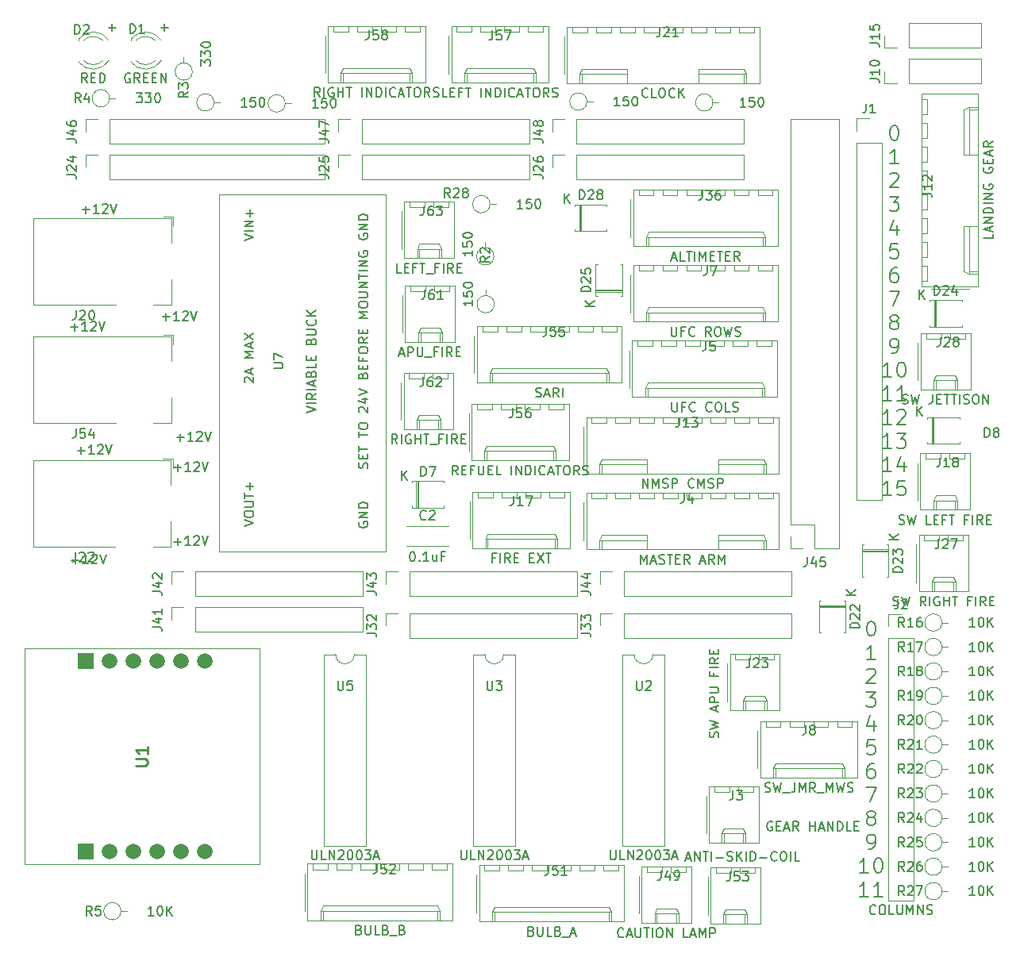
<source format=gbr>
%TF.GenerationSoftware,KiCad,Pcbnew,8.0.2-1*%
%TF.CreationDate,2024-09-02T10:17:59+10:00*%
%TF.ProjectId,Forward Console Combined Input and Output,466f7277-6172-4642-9043-6f6e736f6c65,rev?*%
%TF.SameCoordinates,Original*%
%TF.FileFunction,Legend,Top*%
%TF.FilePolarity,Positive*%
%FSLAX46Y46*%
G04 Gerber Fmt 4.6, Leading zero omitted, Abs format (unit mm)*
G04 Created by KiCad (PCBNEW 8.0.2-1) date 2024-09-02 10:17:59*
%MOMM*%
%LPD*%
G01*
G04 APERTURE LIST*
%ADD10C,0.150000*%
%ADD11C,0.254000*%
%ADD12C,0.120000*%
%ADD13C,0.100000*%
%ADD14R,1.665000X1.665000*%
%ADD15C,1.665000*%
G04 APERTURE END LIST*
D10*
X115986779Y-94938866D02*
X116748684Y-94938866D01*
X116367731Y-95319819D02*
X116367731Y-94557914D01*
X117748683Y-95319819D02*
X117177255Y-95319819D01*
X117462969Y-95319819D02*
X117462969Y-94319819D01*
X117462969Y-94319819D02*
X117367731Y-94462676D01*
X117367731Y-94462676D02*
X117272493Y-94557914D01*
X117272493Y-94557914D02*
X117177255Y-94605533D01*
X118129636Y-94415057D02*
X118177255Y-94367438D01*
X118177255Y-94367438D02*
X118272493Y-94319819D01*
X118272493Y-94319819D02*
X118510588Y-94319819D01*
X118510588Y-94319819D02*
X118605826Y-94367438D01*
X118605826Y-94367438D02*
X118653445Y-94415057D01*
X118653445Y-94415057D02*
X118701064Y-94510295D01*
X118701064Y-94510295D02*
X118701064Y-94605533D01*
X118701064Y-94605533D02*
X118653445Y-94748390D01*
X118653445Y-94748390D02*
X118082017Y-95319819D01*
X118082017Y-95319819D02*
X118701064Y-95319819D01*
X118986779Y-94319819D02*
X119320112Y-95319819D01*
X119320112Y-95319819D02*
X119653445Y-94319819D01*
X115886779Y-70088866D02*
X116648684Y-70088866D01*
X116267731Y-70469819D02*
X116267731Y-69707914D01*
X117648683Y-70469819D02*
X117077255Y-70469819D01*
X117362969Y-70469819D02*
X117362969Y-69469819D01*
X117362969Y-69469819D02*
X117267731Y-69612676D01*
X117267731Y-69612676D02*
X117172493Y-69707914D01*
X117172493Y-69707914D02*
X117077255Y-69755533D01*
X118029636Y-69565057D02*
X118077255Y-69517438D01*
X118077255Y-69517438D02*
X118172493Y-69469819D01*
X118172493Y-69469819D02*
X118410588Y-69469819D01*
X118410588Y-69469819D02*
X118505826Y-69517438D01*
X118505826Y-69517438D02*
X118553445Y-69565057D01*
X118553445Y-69565057D02*
X118601064Y-69660295D01*
X118601064Y-69660295D02*
X118601064Y-69755533D01*
X118601064Y-69755533D02*
X118553445Y-69898390D01*
X118553445Y-69898390D02*
X117982017Y-70469819D01*
X117982017Y-70469819D02*
X118601064Y-70469819D01*
X118886779Y-69469819D02*
X119220112Y-70469819D01*
X119220112Y-70469819D02*
X119553445Y-69469819D01*
X126896779Y-92971366D02*
X127658684Y-92971366D01*
X127277731Y-93352319D02*
X127277731Y-92590414D01*
X128658683Y-93352319D02*
X128087255Y-93352319D01*
X128372969Y-93352319D02*
X128372969Y-92352319D01*
X128372969Y-92352319D02*
X128277731Y-92495176D01*
X128277731Y-92495176D02*
X128182493Y-92590414D01*
X128182493Y-92590414D02*
X128087255Y-92638033D01*
X129039636Y-92447557D02*
X129087255Y-92399938D01*
X129087255Y-92399938D02*
X129182493Y-92352319D01*
X129182493Y-92352319D02*
X129420588Y-92352319D01*
X129420588Y-92352319D02*
X129515826Y-92399938D01*
X129515826Y-92399938D02*
X129563445Y-92447557D01*
X129563445Y-92447557D02*
X129611064Y-92542795D01*
X129611064Y-92542795D02*
X129611064Y-92638033D01*
X129611064Y-92638033D02*
X129563445Y-92780890D01*
X129563445Y-92780890D02*
X128992017Y-93352319D01*
X128992017Y-93352319D02*
X129611064Y-93352319D01*
X129896779Y-92352319D02*
X130230112Y-93352319D01*
X130230112Y-93352319D02*
X130563445Y-92352319D01*
X201173809Y-101446645D02*
X201326190Y-101446645D01*
X201326190Y-101446645D02*
X201478571Y-101521407D01*
X201478571Y-101521407D02*
X201554761Y-101596169D01*
X201554761Y-101596169D02*
X201630952Y-101745693D01*
X201630952Y-101745693D02*
X201707142Y-102044741D01*
X201707142Y-102044741D02*
X201707142Y-102418550D01*
X201707142Y-102418550D02*
X201630952Y-102717598D01*
X201630952Y-102717598D02*
X201554761Y-102867122D01*
X201554761Y-102867122D02*
X201478571Y-102941884D01*
X201478571Y-102941884D02*
X201326190Y-103016645D01*
X201326190Y-103016645D02*
X201173809Y-103016645D01*
X201173809Y-103016645D02*
X201021428Y-102941884D01*
X201021428Y-102941884D02*
X200945237Y-102867122D01*
X200945237Y-102867122D02*
X200869047Y-102717598D01*
X200869047Y-102717598D02*
X200792856Y-102418550D01*
X200792856Y-102418550D02*
X200792856Y-102044741D01*
X200792856Y-102044741D02*
X200869047Y-101745693D01*
X200869047Y-101745693D02*
X200945237Y-101596169D01*
X200945237Y-101596169D02*
X201021428Y-101521407D01*
X201021428Y-101521407D02*
X201173809Y-101446645D01*
X201707142Y-105544257D02*
X200792856Y-105544257D01*
X201249999Y-105544257D02*
X201249999Y-103974257D01*
X201249999Y-103974257D02*
X201097618Y-104198543D01*
X201097618Y-104198543D02*
X200945237Y-104348067D01*
X200945237Y-104348067D02*
X200792856Y-104422829D01*
X200792856Y-106651393D02*
X200869047Y-106576631D01*
X200869047Y-106576631D02*
X201021428Y-106501869D01*
X201021428Y-106501869D02*
X201402380Y-106501869D01*
X201402380Y-106501869D02*
X201554761Y-106576631D01*
X201554761Y-106576631D02*
X201630952Y-106651393D01*
X201630952Y-106651393D02*
X201707142Y-106800917D01*
X201707142Y-106800917D02*
X201707142Y-106950441D01*
X201707142Y-106950441D02*
X201630952Y-107174727D01*
X201630952Y-107174727D02*
X200716666Y-108071869D01*
X200716666Y-108071869D02*
X201707142Y-108071869D01*
X200716666Y-109029481D02*
X201707142Y-109029481D01*
X201707142Y-109029481D02*
X201173809Y-109627577D01*
X201173809Y-109627577D02*
X201402380Y-109627577D01*
X201402380Y-109627577D02*
X201554761Y-109702339D01*
X201554761Y-109702339D02*
X201630952Y-109777100D01*
X201630952Y-109777100D02*
X201707142Y-109926624D01*
X201707142Y-109926624D02*
X201707142Y-110300434D01*
X201707142Y-110300434D02*
X201630952Y-110449958D01*
X201630952Y-110449958D02*
X201554761Y-110524720D01*
X201554761Y-110524720D02*
X201402380Y-110599481D01*
X201402380Y-110599481D02*
X200945237Y-110599481D01*
X200945237Y-110599481D02*
X200792856Y-110524720D01*
X200792856Y-110524720D02*
X200716666Y-110449958D01*
X201554761Y-112080427D02*
X201554761Y-113127093D01*
X201173809Y-111482332D02*
X200792856Y-112603760D01*
X200792856Y-112603760D02*
X201783333Y-112603760D01*
X201630952Y-114084705D02*
X200869047Y-114084705D01*
X200869047Y-114084705D02*
X200792856Y-114832324D01*
X200792856Y-114832324D02*
X200869047Y-114757563D01*
X200869047Y-114757563D02*
X201021428Y-114682801D01*
X201021428Y-114682801D02*
X201402380Y-114682801D01*
X201402380Y-114682801D02*
X201554761Y-114757563D01*
X201554761Y-114757563D02*
X201630952Y-114832324D01*
X201630952Y-114832324D02*
X201707142Y-114981848D01*
X201707142Y-114981848D02*
X201707142Y-115355658D01*
X201707142Y-115355658D02*
X201630952Y-115505182D01*
X201630952Y-115505182D02*
X201554761Y-115579944D01*
X201554761Y-115579944D02*
X201402380Y-115654705D01*
X201402380Y-115654705D02*
X201021428Y-115654705D01*
X201021428Y-115654705D02*
X200869047Y-115579944D01*
X200869047Y-115579944D02*
X200792856Y-115505182D01*
X201554761Y-116612317D02*
X201249999Y-116612317D01*
X201249999Y-116612317D02*
X201097618Y-116687079D01*
X201097618Y-116687079D02*
X201021428Y-116761841D01*
X201021428Y-116761841D02*
X200869047Y-116986127D01*
X200869047Y-116986127D02*
X200792856Y-117285175D01*
X200792856Y-117285175D02*
X200792856Y-117883270D01*
X200792856Y-117883270D02*
X200869047Y-118032794D01*
X200869047Y-118032794D02*
X200945237Y-118107556D01*
X200945237Y-118107556D02*
X201097618Y-118182317D01*
X201097618Y-118182317D02*
X201402380Y-118182317D01*
X201402380Y-118182317D02*
X201554761Y-118107556D01*
X201554761Y-118107556D02*
X201630952Y-118032794D01*
X201630952Y-118032794D02*
X201707142Y-117883270D01*
X201707142Y-117883270D02*
X201707142Y-117509460D01*
X201707142Y-117509460D02*
X201630952Y-117359936D01*
X201630952Y-117359936D02*
X201554761Y-117285175D01*
X201554761Y-117285175D02*
X201402380Y-117210413D01*
X201402380Y-117210413D02*
X201097618Y-117210413D01*
X201097618Y-117210413D02*
X200945237Y-117285175D01*
X200945237Y-117285175D02*
X200869047Y-117359936D01*
X200869047Y-117359936D02*
X200792856Y-117509460D01*
X200716666Y-119139929D02*
X201783333Y-119139929D01*
X201783333Y-119139929D02*
X201097618Y-120709929D01*
X201097618Y-122340399D02*
X200945237Y-122265637D01*
X200945237Y-122265637D02*
X200869047Y-122190875D01*
X200869047Y-122190875D02*
X200792856Y-122041351D01*
X200792856Y-122041351D02*
X200792856Y-121966589D01*
X200792856Y-121966589D02*
X200869047Y-121817065D01*
X200869047Y-121817065D02*
X200945237Y-121742303D01*
X200945237Y-121742303D02*
X201097618Y-121667541D01*
X201097618Y-121667541D02*
X201402380Y-121667541D01*
X201402380Y-121667541D02*
X201554761Y-121742303D01*
X201554761Y-121742303D02*
X201630952Y-121817065D01*
X201630952Y-121817065D02*
X201707142Y-121966589D01*
X201707142Y-121966589D02*
X201707142Y-122041351D01*
X201707142Y-122041351D02*
X201630952Y-122190875D01*
X201630952Y-122190875D02*
X201554761Y-122265637D01*
X201554761Y-122265637D02*
X201402380Y-122340399D01*
X201402380Y-122340399D02*
X201097618Y-122340399D01*
X201097618Y-122340399D02*
X200945237Y-122415160D01*
X200945237Y-122415160D02*
X200869047Y-122489922D01*
X200869047Y-122489922D02*
X200792856Y-122639446D01*
X200792856Y-122639446D02*
X200792856Y-122938494D01*
X200792856Y-122938494D02*
X200869047Y-123088018D01*
X200869047Y-123088018D02*
X200945237Y-123162780D01*
X200945237Y-123162780D02*
X201097618Y-123237541D01*
X201097618Y-123237541D02*
X201402380Y-123237541D01*
X201402380Y-123237541D02*
X201554761Y-123162780D01*
X201554761Y-123162780D02*
X201630952Y-123088018D01*
X201630952Y-123088018D02*
X201707142Y-122938494D01*
X201707142Y-122938494D02*
X201707142Y-122639446D01*
X201707142Y-122639446D02*
X201630952Y-122489922D01*
X201630952Y-122489922D02*
X201554761Y-122415160D01*
X201554761Y-122415160D02*
X201402380Y-122340399D01*
X200945237Y-125765153D02*
X201249999Y-125765153D01*
X201249999Y-125765153D02*
X201402380Y-125690392D01*
X201402380Y-125690392D02*
X201478571Y-125615630D01*
X201478571Y-125615630D02*
X201630952Y-125391344D01*
X201630952Y-125391344D02*
X201707142Y-125092296D01*
X201707142Y-125092296D02*
X201707142Y-124494201D01*
X201707142Y-124494201D02*
X201630952Y-124344677D01*
X201630952Y-124344677D02*
X201554761Y-124269915D01*
X201554761Y-124269915D02*
X201402380Y-124195153D01*
X201402380Y-124195153D02*
X201097618Y-124195153D01*
X201097618Y-124195153D02*
X200945237Y-124269915D01*
X200945237Y-124269915D02*
X200869047Y-124344677D01*
X200869047Y-124344677D02*
X200792856Y-124494201D01*
X200792856Y-124494201D02*
X200792856Y-124868011D01*
X200792856Y-124868011D02*
X200869047Y-125017534D01*
X200869047Y-125017534D02*
X200945237Y-125092296D01*
X200945237Y-125092296D02*
X201097618Y-125167058D01*
X201097618Y-125167058D02*
X201402380Y-125167058D01*
X201402380Y-125167058D02*
X201554761Y-125092296D01*
X201554761Y-125092296D02*
X201630952Y-125017534D01*
X201630952Y-125017534D02*
X201707142Y-124868011D01*
X200945237Y-128292765D02*
X200030951Y-128292765D01*
X200488094Y-128292765D02*
X200488094Y-126722765D01*
X200488094Y-126722765D02*
X200335713Y-126947051D01*
X200335713Y-126947051D02*
X200183332Y-127096575D01*
X200183332Y-127096575D02*
X200030951Y-127171337D01*
X201935714Y-126722765D02*
X202088095Y-126722765D01*
X202088095Y-126722765D02*
X202240476Y-126797527D01*
X202240476Y-126797527D02*
X202316666Y-126872289D01*
X202316666Y-126872289D02*
X202392857Y-127021813D01*
X202392857Y-127021813D02*
X202469047Y-127320861D01*
X202469047Y-127320861D02*
X202469047Y-127694670D01*
X202469047Y-127694670D02*
X202392857Y-127993718D01*
X202392857Y-127993718D02*
X202316666Y-128143242D01*
X202316666Y-128143242D02*
X202240476Y-128218004D01*
X202240476Y-128218004D02*
X202088095Y-128292765D01*
X202088095Y-128292765D02*
X201935714Y-128292765D01*
X201935714Y-128292765D02*
X201783333Y-128218004D01*
X201783333Y-128218004D02*
X201707142Y-128143242D01*
X201707142Y-128143242D02*
X201630952Y-127993718D01*
X201630952Y-127993718D02*
X201554761Y-127694670D01*
X201554761Y-127694670D02*
X201554761Y-127320861D01*
X201554761Y-127320861D02*
X201630952Y-127021813D01*
X201630952Y-127021813D02*
X201707142Y-126872289D01*
X201707142Y-126872289D02*
X201783333Y-126797527D01*
X201783333Y-126797527D02*
X201935714Y-126722765D01*
X200945237Y-130820377D02*
X200030951Y-130820377D01*
X200488094Y-130820377D02*
X200488094Y-129250377D01*
X200488094Y-129250377D02*
X200335713Y-129474663D01*
X200335713Y-129474663D02*
X200183332Y-129624187D01*
X200183332Y-129624187D02*
X200030951Y-129698949D01*
X202469047Y-130820377D02*
X201554761Y-130820377D01*
X202011904Y-130820377D02*
X202011904Y-129250377D01*
X202011904Y-129250377D02*
X201859523Y-129474663D01*
X201859523Y-129474663D02*
X201707142Y-129624187D01*
X201707142Y-129624187D02*
X201554761Y-129698949D01*
X125527048Y-38097866D02*
X126288953Y-38097866D01*
X125908000Y-38478819D02*
X125908000Y-37716914D01*
X125686779Y-68988866D02*
X126448684Y-68988866D01*
X126067731Y-69369819D02*
X126067731Y-68607914D01*
X127448683Y-69369819D02*
X126877255Y-69369819D01*
X127162969Y-69369819D02*
X127162969Y-68369819D01*
X127162969Y-68369819D02*
X127067731Y-68512676D01*
X127067731Y-68512676D02*
X126972493Y-68607914D01*
X126972493Y-68607914D02*
X126877255Y-68655533D01*
X127829636Y-68465057D02*
X127877255Y-68417438D01*
X127877255Y-68417438D02*
X127972493Y-68369819D01*
X127972493Y-68369819D02*
X128210588Y-68369819D01*
X128210588Y-68369819D02*
X128305826Y-68417438D01*
X128305826Y-68417438D02*
X128353445Y-68465057D01*
X128353445Y-68465057D02*
X128401064Y-68560295D01*
X128401064Y-68560295D02*
X128401064Y-68655533D01*
X128401064Y-68655533D02*
X128353445Y-68798390D01*
X128353445Y-68798390D02*
X127782017Y-69369819D01*
X127782017Y-69369819D02*
X128401064Y-69369819D01*
X128686779Y-68369819D02*
X129020112Y-69369819D01*
X129020112Y-69369819D02*
X129353445Y-68369819D01*
X117136779Y-57538866D02*
X117898684Y-57538866D01*
X117517731Y-57919819D02*
X117517731Y-57157914D01*
X118898683Y-57919819D02*
X118327255Y-57919819D01*
X118612969Y-57919819D02*
X118612969Y-56919819D01*
X118612969Y-56919819D02*
X118517731Y-57062676D01*
X118517731Y-57062676D02*
X118422493Y-57157914D01*
X118422493Y-57157914D02*
X118327255Y-57205533D01*
X119279636Y-57015057D02*
X119327255Y-56967438D01*
X119327255Y-56967438D02*
X119422493Y-56919819D01*
X119422493Y-56919819D02*
X119660588Y-56919819D01*
X119660588Y-56919819D02*
X119755826Y-56967438D01*
X119755826Y-56967438D02*
X119803445Y-57015057D01*
X119803445Y-57015057D02*
X119851064Y-57110295D01*
X119851064Y-57110295D02*
X119851064Y-57205533D01*
X119851064Y-57205533D02*
X119803445Y-57348390D01*
X119803445Y-57348390D02*
X119232017Y-57919819D01*
X119232017Y-57919819D02*
X119851064Y-57919819D01*
X120136779Y-56919819D02*
X120470112Y-57919819D01*
X120470112Y-57919819D02*
X120803445Y-56919819D01*
X203673809Y-48541421D02*
X203826190Y-48541421D01*
X203826190Y-48541421D02*
X203978571Y-48616183D01*
X203978571Y-48616183D02*
X204054761Y-48690945D01*
X204054761Y-48690945D02*
X204130952Y-48840469D01*
X204130952Y-48840469D02*
X204207142Y-49139517D01*
X204207142Y-49139517D02*
X204207142Y-49513326D01*
X204207142Y-49513326D02*
X204130952Y-49812374D01*
X204130952Y-49812374D02*
X204054761Y-49961898D01*
X204054761Y-49961898D02*
X203978571Y-50036660D01*
X203978571Y-50036660D02*
X203826190Y-50111421D01*
X203826190Y-50111421D02*
X203673809Y-50111421D01*
X203673809Y-50111421D02*
X203521428Y-50036660D01*
X203521428Y-50036660D02*
X203445237Y-49961898D01*
X203445237Y-49961898D02*
X203369047Y-49812374D01*
X203369047Y-49812374D02*
X203292856Y-49513326D01*
X203292856Y-49513326D02*
X203292856Y-49139517D01*
X203292856Y-49139517D02*
X203369047Y-48840469D01*
X203369047Y-48840469D02*
X203445237Y-48690945D01*
X203445237Y-48690945D02*
X203521428Y-48616183D01*
X203521428Y-48616183D02*
X203673809Y-48541421D01*
X204207142Y-52639033D02*
X203292856Y-52639033D01*
X203749999Y-52639033D02*
X203749999Y-51069033D01*
X203749999Y-51069033D02*
X203597618Y-51293319D01*
X203597618Y-51293319D02*
X203445237Y-51442843D01*
X203445237Y-51442843D02*
X203292856Y-51517605D01*
X203292856Y-53746169D02*
X203369047Y-53671407D01*
X203369047Y-53671407D02*
X203521428Y-53596645D01*
X203521428Y-53596645D02*
X203902380Y-53596645D01*
X203902380Y-53596645D02*
X204054761Y-53671407D01*
X204054761Y-53671407D02*
X204130952Y-53746169D01*
X204130952Y-53746169D02*
X204207142Y-53895693D01*
X204207142Y-53895693D02*
X204207142Y-54045217D01*
X204207142Y-54045217D02*
X204130952Y-54269503D01*
X204130952Y-54269503D02*
X203216666Y-55166645D01*
X203216666Y-55166645D02*
X204207142Y-55166645D01*
X203216666Y-56124257D02*
X204207142Y-56124257D01*
X204207142Y-56124257D02*
X203673809Y-56722353D01*
X203673809Y-56722353D02*
X203902380Y-56722353D01*
X203902380Y-56722353D02*
X204054761Y-56797115D01*
X204054761Y-56797115D02*
X204130952Y-56871876D01*
X204130952Y-56871876D02*
X204207142Y-57021400D01*
X204207142Y-57021400D02*
X204207142Y-57395210D01*
X204207142Y-57395210D02*
X204130952Y-57544734D01*
X204130952Y-57544734D02*
X204054761Y-57619496D01*
X204054761Y-57619496D02*
X203902380Y-57694257D01*
X203902380Y-57694257D02*
X203445237Y-57694257D01*
X203445237Y-57694257D02*
X203292856Y-57619496D01*
X203292856Y-57619496D02*
X203216666Y-57544734D01*
X204054761Y-59175203D02*
X204054761Y-60221869D01*
X203673809Y-58577108D02*
X203292856Y-59698536D01*
X203292856Y-59698536D02*
X204283333Y-59698536D01*
X204130952Y-61179481D02*
X203369047Y-61179481D01*
X203369047Y-61179481D02*
X203292856Y-61927100D01*
X203292856Y-61927100D02*
X203369047Y-61852339D01*
X203369047Y-61852339D02*
X203521428Y-61777577D01*
X203521428Y-61777577D02*
X203902380Y-61777577D01*
X203902380Y-61777577D02*
X204054761Y-61852339D01*
X204054761Y-61852339D02*
X204130952Y-61927100D01*
X204130952Y-61927100D02*
X204207142Y-62076624D01*
X204207142Y-62076624D02*
X204207142Y-62450434D01*
X204207142Y-62450434D02*
X204130952Y-62599958D01*
X204130952Y-62599958D02*
X204054761Y-62674720D01*
X204054761Y-62674720D02*
X203902380Y-62749481D01*
X203902380Y-62749481D02*
X203521428Y-62749481D01*
X203521428Y-62749481D02*
X203369047Y-62674720D01*
X203369047Y-62674720D02*
X203292856Y-62599958D01*
X204054761Y-63707093D02*
X203749999Y-63707093D01*
X203749999Y-63707093D02*
X203597618Y-63781855D01*
X203597618Y-63781855D02*
X203521428Y-63856617D01*
X203521428Y-63856617D02*
X203369047Y-64080903D01*
X203369047Y-64080903D02*
X203292856Y-64379951D01*
X203292856Y-64379951D02*
X203292856Y-64978046D01*
X203292856Y-64978046D02*
X203369047Y-65127570D01*
X203369047Y-65127570D02*
X203445237Y-65202332D01*
X203445237Y-65202332D02*
X203597618Y-65277093D01*
X203597618Y-65277093D02*
X203902380Y-65277093D01*
X203902380Y-65277093D02*
X204054761Y-65202332D01*
X204054761Y-65202332D02*
X204130952Y-65127570D01*
X204130952Y-65127570D02*
X204207142Y-64978046D01*
X204207142Y-64978046D02*
X204207142Y-64604236D01*
X204207142Y-64604236D02*
X204130952Y-64454712D01*
X204130952Y-64454712D02*
X204054761Y-64379951D01*
X204054761Y-64379951D02*
X203902380Y-64305189D01*
X203902380Y-64305189D02*
X203597618Y-64305189D01*
X203597618Y-64305189D02*
X203445237Y-64379951D01*
X203445237Y-64379951D02*
X203369047Y-64454712D01*
X203369047Y-64454712D02*
X203292856Y-64604236D01*
X203216666Y-66234705D02*
X204283333Y-66234705D01*
X204283333Y-66234705D02*
X203597618Y-67804705D01*
X203597618Y-69435175D02*
X203445237Y-69360413D01*
X203445237Y-69360413D02*
X203369047Y-69285651D01*
X203369047Y-69285651D02*
X203292856Y-69136127D01*
X203292856Y-69136127D02*
X203292856Y-69061365D01*
X203292856Y-69061365D02*
X203369047Y-68911841D01*
X203369047Y-68911841D02*
X203445237Y-68837079D01*
X203445237Y-68837079D02*
X203597618Y-68762317D01*
X203597618Y-68762317D02*
X203902380Y-68762317D01*
X203902380Y-68762317D02*
X204054761Y-68837079D01*
X204054761Y-68837079D02*
X204130952Y-68911841D01*
X204130952Y-68911841D02*
X204207142Y-69061365D01*
X204207142Y-69061365D02*
X204207142Y-69136127D01*
X204207142Y-69136127D02*
X204130952Y-69285651D01*
X204130952Y-69285651D02*
X204054761Y-69360413D01*
X204054761Y-69360413D02*
X203902380Y-69435175D01*
X203902380Y-69435175D02*
X203597618Y-69435175D01*
X203597618Y-69435175D02*
X203445237Y-69509936D01*
X203445237Y-69509936D02*
X203369047Y-69584698D01*
X203369047Y-69584698D02*
X203292856Y-69734222D01*
X203292856Y-69734222D02*
X203292856Y-70033270D01*
X203292856Y-70033270D02*
X203369047Y-70182794D01*
X203369047Y-70182794D02*
X203445237Y-70257556D01*
X203445237Y-70257556D02*
X203597618Y-70332317D01*
X203597618Y-70332317D02*
X203902380Y-70332317D01*
X203902380Y-70332317D02*
X204054761Y-70257556D01*
X204054761Y-70257556D02*
X204130952Y-70182794D01*
X204130952Y-70182794D02*
X204207142Y-70033270D01*
X204207142Y-70033270D02*
X204207142Y-69734222D01*
X204207142Y-69734222D02*
X204130952Y-69584698D01*
X204130952Y-69584698D02*
X204054761Y-69509936D01*
X204054761Y-69509936D02*
X203902380Y-69435175D01*
X203445237Y-72859929D02*
X203749999Y-72859929D01*
X203749999Y-72859929D02*
X203902380Y-72785168D01*
X203902380Y-72785168D02*
X203978571Y-72710406D01*
X203978571Y-72710406D02*
X204130952Y-72486120D01*
X204130952Y-72486120D02*
X204207142Y-72187072D01*
X204207142Y-72187072D02*
X204207142Y-71588977D01*
X204207142Y-71588977D02*
X204130952Y-71439453D01*
X204130952Y-71439453D02*
X204054761Y-71364691D01*
X204054761Y-71364691D02*
X203902380Y-71289929D01*
X203902380Y-71289929D02*
X203597618Y-71289929D01*
X203597618Y-71289929D02*
X203445237Y-71364691D01*
X203445237Y-71364691D02*
X203369047Y-71439453D01*
X203369047Y-71439453D02*
X203292856Y-71588977D01*
X203292856Y-71588977D02*
X203292856Y-71962787D01*
X203292856Y-71962787D02*
X203369047Y-72112310D01*
X203369047Y-72112310D02*
X203445237Y-72187072D01*
X203445237Y-72187072D02*
X203597618Y-72261834D01*
X203597618Y-72261834D02*
X203902380Y-72261834D01*
X203902380Y-72261834D02*
X204054761Y-72187072D01*
X204054761Y-72187072D02*
X204130952Y-72112310D01*
X204130952Y-72112310D02*
X204207142Y-71962787D01*
X203445237Y-75387541D02*
X202530951Y-75387541D01*
X202988094Y-75387541D02*
X202988094Y-73817541D01*
X202988094Y-73817541D02*
X202835713Y-74041827D01*
X202835713Y-74041827D02*
X202683332Y-74191351D01*
X202683332Y-74191351D02*
X202530951Y-74266113D01*
X204435714Y-73817541D02*
X204588095Y-73817541D01*
X204588095Y-73817541D02*
X204740476Y-73892303D01*
X204740476Y-73892303D02*
X204816666Y-73967065D01*
X204816666Y-73967065D02*
X204892857Y-74116589D01*
X204892857Y-74116589D02*
X204969047Y-74415637D01*
X204969047Y-74415637D02*
X204969047Y-74789446D01*
X204969047Y-74789446D02*
X204892857Y-75088494D01*
X204892857Y-75088494D02*
X204816666Y-75238018D01*
X204816666Y-75238018D02*
X204740476Y-75312780D01*
X204740476Y-75312780D02*
X204588095Y-75387541D01*
X204588095Y-75387541D02*
X204435714Y-75387541D01*
X204435714Y-75387541D02*
X204283333Y-75312780D01*
X204283333Y-75312780D02*
X204207142Y-75238018D01*
X204207142Y-75238018D02*
X204130952Y-75088494D01*
X204130952Y-75088494D02*
X204054761Y-74789446D01*
X204054761Y-74789446D02*
X204054761Y-74415637D01*
X204054761Y-74415637D02*
X204130952Y-74116589D01*
X204130952Y-74116589D02*
X204207142Y-73967065D01*
X204207142Y-73967065D02*
X204283333Y-73892303D01*
X204283333Y-73892303D02*
X204435714Y-73817541D01*
X203445237Y-77915153D02*
X202530951Y-77915153D01*
X202988094Y-77915153D02*
X202988094Y-76345153D01*
X202988094Y-76345153D02*
X202835713Y-76569439D01*
X202835713Y-76569439D02*
X202683332Y-76718963D01*
X202683332Y-76718963D02*
X202530951Y-76793725D01*
X204969047Y-77915153D02*
X204054761Y-77915153D01*
X204511904Y-77915153D02*
X204511904Y-76345153D01*
X204511904Y-76345153D02*
X204359523Y-76569439D01*
X204359523Y-76569439D02*
X204207142Y-76718963D01*
X204207142Y-76718963D02*
X204054761Y-76793725D01*
X203445237Y-80442765D02*
X202530951Y-80442765D01*
X202988094Y-80442765D02*
X202988094Y-78872765D01*
X202988094Y-78872765D02*
X202835713Y-79097051D01*
X202835713Y-79097051D02*
X202683332Y-79246575D01*
X202683332Y-79246575D02*
X202530951Y-79321337D01*
X204054761Y-79022289D02*
X204130952Y-78947527D01*
X204130952Y-78947527D02*
X204283333Y-78872765D01*
X204283333Y-78872765D02*
X204664285Y-78872765D01*
X204664285Y-78872765D02*
X204816666Y-78947527D01*
X204816666Y-78947527D02*
X204892857Y-79022289D01*
X204892857Y-79022289D02*
X204969047Y-79171813D01*
X204969047Y-79171813D02*
X204969047Y-79321337D01*
X204969047Y-79321337D02*
X204892857Y-79545623D01*
X204892857Y-79545623D02*
X203978571Y-80442765D01*
X203978571Y-80442765D02*
X204969047Y-80442765D01*
X203445237Y-82970377D02*
X202530951Y-82970377D01*
X202988094Y-82970377D02*
X202988094Y-81400377D01*
X202988094Y-81400377D02*
X202835713Y-81624663D01*
X202835713Y-81624663D02*
X202683332Y-81774187D01*
X202683332Y-81774187D02*
X202530951Y-81848949D01*
X203978571Y-81400377D02*
X204969047Y-81400377D01*
X204969047Y-81400377D02*
X204435714Y-81998473D01*
X204435714Y-81998473D02*
X204664285Y-81998473D01*
X204664285Y-81998473D02*
X204816666Y-82073235D01*
X204816666Y-82073235D02*
X204892857Y-82147996D01*
X204892857Y-82147996D02*
X204969047Y-82297520D01*
X204969047Y-82297520D02*
X204969047Y-82671330D01*
X204969047Y-82671330D02*
X204892857Y-82820854D01*
X204892857Y-82820854D02*
X204816666Y-82895616D01*
X204816666Y-82895616D02*
X204664285Y-82970377D01*
X204664285Y-82970377D02*
X204207142Y-82970377D01*
X204207142Y-82970377D02*
X204054761Y-82895616D01*
X204054761Y-82895616D02*
X203978571Y-82820854D01*
X203445237Y-85497989D02*
X202530951Y-85497989D01*
X202988094Y-85497989D02*
X202988094Y-83927989D01*
X202988094Y-83927989D02*
X202835713Y-84152275D01*
X202835713Y-84152275D02*
X202683332Y-84301799D01*
X202683332Y-84301799D02*
X202530951Y-84376561D01*
X204816666Y-84451323D02*
X204816666Y-85497989D01*
X204435714Y-83853228D02*
X204054761Y-84974656D01*
X204054761Y-84974656D02*
X205045238Y-84974656D01*
X203445237Y-88025601D02*
X202530951Y-88025601D01*
X202988094Y-88025601D02*
X202988094Y-86455601D01*
X202988094Y-86455601D02*
X202835713Y-86679887D01*
X202835713Y-86679887D02*
X202683332Y-86829411D01*
X202683332Y-86829411D02*
X202530951Y-86904173D01*
X204892857Y-86455601D02*
X204130952Y-86455601D01*
X204130952Y-86455601D02*
X204054761Y-87203220D01*
X204054761Y-87203220D02*
X204130952Y-87128459D01*
X204130952Y-87128459D02*
X204283333Y-87053697D01*
X204283333Y-87053697D02*
X204664285Y-87053697D01*
X204664285Y-87053697D02*
X204816666Y-87128459D01*
X204816666Y-87128459D02*
X204892857Y-87203220D01*
X204892857Y-87203220D02*
X204969047Y-87352744D01*
X204969047Y-87352744D02*
X204969047Y-87726554D01*
X204969047Y-87726554D02*
X204892857Y-87876078D01*
X204892857Y-87876078D02*
X204816666Y-87950840D01*
X204816666Y-87950840D02*
X204664285Y-88025601D01*
X204664285Y-88025601D02*
X204283333Y-88025601D01*
X204283333Y-88025601D02*
X204130952Y-87950840D01*
X204130952Y-87950840D02*
X204054761Y-87876078D01*
X126896779Y-85071366D02*
X127658684Y-85071366D01*
X127277731Y-85452319D02*
X127277731Y-84690414D01*
X128658683Y-85452319D02*
X128087255Y-85452319D01*
X128372969Y-85452319D02*
X128372969Y-84452319D01*
X128372969Y-84452319D02*
X128277731Y-84595176D01*
X128277731Y-84595176D02*
X128182493Y-84690414D01*
X128182493Y-84690414D02*
X128087255Y-84738033D01*
X129039636Y-84547557D02*
X129087255Y-84499938D01*
X129087255Y-84499938D02*
X129182493Y-84452319D01*
X129182493Y-84452319D02*
X129420588Y-84452319D01*
X129420588Y-84452319D02*
X129515826Y-84499938D01*
X129515826Y-84499938D02*
X129563445Y-84547557D01*
X129563445Y-84547557D02*
X129611064Y-84642795D01*
X129611064Y-84642795D02*
X129611064Y-84738033D01*
X129611064Y-84738033D02*
X129563445Y-84880890D01*
X129563445Y-84880890D02*
X128992017Y-85452319D01*
X128992017Y-85452319D02*
X129611064Y-85452319D01*
X129896779Y-84452319D02*
X130230112Y-85452319D01*
X130230112Y-85452319D02*
X130563445Y-84452319D01*
X116636779Y-83238866D02*
X117398684Y-83238866D01*
X117017731Y-83619819D02*
X117017731Y-82857914D01*
X118398683Y-83619819D02*
X117827255Y-83619819D01*
X118112969Y-83619819D02*
X118112969Y-82619819D01*
X118112969Y-82619819D02*
X118017731Y-82762676D01*
X118017731Y-82762676D02*
X117922493Y-82857914D01*
X117922493Y-82857914D02*
X117827255Y-82905533D01*
X118779636Y-82715057D02*
X118827255Y-82667438D01*
X118827255Y-82667438D02*
X118922493Y-82619819D01*
X118922493Y-82619819D02*
X119160588Y-82619819D01*
X119160588Y-82619819D02*
X119255826Y-82667438D01*
X119255826Y-82667438D02*
X119303445Y-82715057D01*
X119303445Y-82715057D02*
X119351064Y-82810295D01*
X119351064Y-82810295D02*
X119351064Y-82905533D01*
X119351064Y-82905533D02*
X119303445Y-83048390D01*
X119303445Y-83048390D02*
X118732017Y-83619819D01*
X118732017Y-83619819D02*
X119351064Y-83619819D01*
X119636779Y-82619819D02*
X119970112Y-83619819D01*
X119970112Y-83619819D02*
X120303445Y-82619819D01*
X127186779Y-81838866D02*
X127948684Y-81838866D01*
X127567731Y-82219819D02*
X127567731Y-81457914D01*
X128948683Y-82219819D02*
X128377255Y-82219819D01*
X128662969Y-82219819D02*
X128662969Y-81219819D01*
X128662969Y-81219819D02*
X128567731Y-81362676D01*
X128567731Y-81362676D02*
X128472493Y-81457914D01*
X128472493Y-81457914D02*
X128377255Y-81505533D01*
X129329636Y-81315057D02*
X129377255Y-81267438D01*
X129377255Y-81267438D02*
X129472493Y-81219819D01*
X129472493Y-81219819D02*
X129710588Y-81219819D01*
X129710588Y-81219819D02*
X129805826Y-81267438D01*
X129805826Y-81267438D02*
X129853445Y-81315057D01*
X129853445Y-81315057D02*
X129901064Y-81410295D01*
X129901064Y-81410295D02*
X129901064Y-81505533D01*
X129901064Y-81505533D02*
X129853445Y-81648390D01*
X129853445Y-81648390D02*
X129282017Y-82219819D01*
X129282017Y-82219819D02*
X129901064Y-82219819D01*
X130186779Y-81219819D02*
X130520112Y-82219819D01*
X130520112Y-82219819D02*
X130853445Y-81219819D01*
X119939048Y-38097866D02*
X120700953Y-38097866D01*
X120320000Y-38478819D02*
X120320000Y-37716914D01*
X194440476Y-94604819D02*
X194440476Y-95319104D01*
X194440476Y-95319104D02*
X194392857Y-95461961D01*
X194392857Y-95461961D02*
X194297619Y-95557200D01*
X194297619Y-95557200D02*
X194154762Y-95604819D01*
X194154762Y-95604819D02*
X194059524Y-95604819D01*
X195345238Y-94938152D02*
X195345238Y-95604819D01*
X195107143Y-94557200D02*
X194869048Y-95271485D01*
X194869048Y-95271485D02*
X195488095Y-95271485D01*
X196345238Y-94604819D02*
X195869048Y-94604819D01*
X195869048Y-94604819D02*
X195821429Y-95081009D01*
X195821429Y-95081009D02*
X195869048Y-95033390D01*
X195869048Y-95033390D02*
X195964286Y-94985771D01*
X195964286Y-94985771D02*
X196202381Y-94985771D01*
X196202381Y-94985771D02*
X196297619Y-95033390D01*
X196297619Y-95033390D02*
X196345238Y-95081009D01*
X196345238Y-95081009D02*
X196392857Y-95176247D01*
X196392857Y-95176247D02*
X196392857Y-95414342D01*
X196392857Y-95414342D02*
X196345238Y-95509580D01*
X196345238Y-95509580D02*
X196297619Y-95557200D01*
X196297619Y-95557200D02*
X196202381Y-95604819D01*
X196202381Y-95604819D02*
X195964286Y-95604819D01*
X195964286Y-95604819D02*
X195869048Y-95557200D01*
X195869048Y-95557200D02*
X195821429Y-95509580D01*
X124624819Y-98269523D02*
X125339104Y-98269523D01*
X125339104Y-98269523D02*
X125481961Y-98317142D01*
X125481961Y-98317142D02*
X125577200Y-98412380D01*
X125577200Y-98412380D02*
X125624819Y-98555237D01*
X125624819Y-98555237D02*
X125624819Y-98650475D01*
X124958152Y-97364761D02*
X125624819Y-97364761D01*
X124577200Y-97602856D02*
X125291485Y-97840951D01*
X125291485Y-97840951D02*
X125291485Y-97221904D01*
X124720057Y-96888570D02*
X124672438Y-96840951D01*
X124672438Y-96840951D02*
X124624819Y-96745713D01*
X124624819Y-96745713D02*
X124624819Y-96507618D01*
X124624819Y-96507618D02*
X124672438Y-96412380D01*
X124672438Y-96412380D02*
X124720057Y-96364761D01*
X124720057Y-96364761D02*
X124815295Y-96317142D01*
X124815295Y-96317142D02*
X124910533Y-96317142D01*
X124910533Y-96317142D02*
X125053390Y-96364761D01*
X125053390Y-96364761D02*
X125624819Y-96936189D01*
X125624819Y-96936189D02*
X125624819Y-96317142D01*
X147484819Y-98269523D02*
X148199104Y-98269523D01*
X148199104Y-98269523D02*
X148341961Y-98317142D01*
X148341961Y-98317142D02*
X148437200Y-98412380D01*
X148437200Y-98412380D02*
X148484819Y-98555237D01*
X148484819Y-98555237D02*
X148484819Y-98650475D01*
X147818152Y-97364761D02*
X148484819Y-97364761D01*
X147437200Y-97602856D02*
X148151485Y-97840951D01*
X148151485Y-97840951D02*
X148151485Y-97221904D01*
X147484819Y-96936189D02*
X147484819Y-96317142D01*
X147484819Y-96317142D02*
X147865771Y-96650475D01*
X147865771Y-96650475D02*
X147865771Y-96507618D01*
X147865771Y-96507618D02*
X147913390Y-96412380D01*
X147913390Y-96412380D02*
X147961009Y-96364761D01*
X147961009Y-96364761D02*
X148056247Y-96317142D01*
X148056247Y-96317142D02*
X148294342Y-96317142D01*
X148294342Y-96317142D02*
X148389580Y-96364761D01*
X148389580Y-96364761D02*
X148437200Y-96412380D01*
X148437200Y-96412380D02*
X148484819Y-96507618D01*
X148484819Y-96507618D02*
X148484819Y-96793332D01*
X148484819Y-96793332D02*
X148437200Y-96888570D01*
X148437200Y-96888570D02*
X148389580Y-96936189D01*
X170344819Y-98269523D02*
X171059104Y-98269523D01*
X171059104Y-98269523D02*
X171201961Y-98317142D01*
X171201961Y-98317142D02*
X171297200Y-98412380D01*
X171297200Y-98412380D02*
X171344819Y-98555237D01*
X171344819Y-98555237D02*
X171344819Y-98650475D01*
X170678152Y-97364761D02*
X171344819Y-97364761D01*
X170297200Y-97602856D02*
X171011485Y-97840951D01*
X171011485Y-97840951D02*
X171011485Y-97221904D01*
X170678152Y-96412380D02*
X171344819Y-96412380D01*
X170297200Y-96650475D02*
X171011485Y-96888570D01*
X171011485Y-96888570D02*
X171011485Y-96269523D01*
X115480819Y-50009523D02*
X116195104Y-50009523D01*
X116195104Y-50009523D02*
X116337961Y-50057142D01*
X116337961Y-50057142D02*
X116433200Y-50152380D01*
X116433200Y-50152380D02*
X116480819Y-50295237D01*
X116480819Y-50295237D02*
X116480819Y-50390475D01*
X115814152Y-49104761D02*
X116480819Y-49104761D01*
X115433200Y-49342856D02*
X116147485Y-49580951D01*
X116147485Y-49580951D02*
X116147485Y-48961904D01*
X115480819Y-48152380D02*
X115480819Y-48342856D01*
X115480819Y-48342856D02*
X115528438Y-48438094D01*
X115528438Y-48438094D02*
X115576057Y-48485713D01*
X115576057Y-48485713D02*
X115718914Y-48580951D01*
X115718914Y-48580951D02*
X115909390Y-48628570D01*
X115909390Y-48628570D02*
X116290342Y-48628570D01*
X116290342Y-48628570D02*
X116385580Y-48580951D01*
X116385580Y-48580951D02*
X116433200Y-48533332D01*
X116433200Y-48533332D02*
X116480819Y-48438094D01*
X116480819Y-48438094D02*
X116480819Y-48247618D01*
X116480819Y-48247618D02*
X116433200Y-48152380D01*
X116433200Y-48152380D02*
X116385580Y-48104761D01*
X116385580Y-48104761D02*
X116290342Y-48057142D01*
X116290342Y-48057142D02*
X116052247Y-48057142D01*
X116052247Y-48057142D02*
X115957009Y-48104761D01*
X115957009Y-48104761D02*
X115909390Y-48152380D01*
X115909390Y-48152380D02*
X115861771Y-48247618D01*
X115861771Y-48247618D02*
X115861771Y-48438094D01*
X115861771Y-48438094D02*
X115909390Y-48533332D01*
X115909390Y-48533332D02*
X115957009Y-48580951D01*
X115957009Y-48580951D02*
X116052247Y-48628570D01*
X142404819Y-50009523D02*
X143119104Y-50009523D01*
X143119104Y-50009523D02*
X143261961Y-50057142D01*
X143261961Y-50057142D02*
X143357200Y-50152380D01*
X143357200Y-50152380D02*
X143404819Y-50295237D01*
X143404819Y-50295237D02*
X143404819Y-50390475D01*
X142738152Y-49104761D02*
X143404819Y-49104761D01*
X142357200Y-49342856D02*
X143071485Y-49580951D01*
X143071485Y-49580951D02*
X143071485Y-48961904D01*
X142404819Y-48676189D02*
X142404819Y-48009523D01*
X142404819Y-48009523D02*
X143404819Y-48438094D01*
X165264819Y-50009523D02*
X165979104Y-50009523D01*
X165979104Y-50009523D02*
X166121961Y-50057142D01*
X166121961Y-50057142D02*
X166217200Y-50152380D01*
X166217200Y-50152380D02*
X166264819Y-50295237D01*
X166264819Y-50295237D02*
X166264819Y-50390475D01*
X165598152Y-49104761D02*
X166264819Y-49104761D01*
X165217200Y-49342856D02*
X165931485Y-49580951D01*
X165931485Y-49580951D02*
X165931485Y-48961904D01*
X165693390Y-48438094D02*
X165645771Y-48533332D01*
X165645771Y-48533332D02*
X165598152Y-48580951D01*
X165598152Y-48580951D02*
X165502914Y-48628570D01*
X165502914Y-48628570D02*
X165455295Y-48628570D01*
X165455295Y-48628570D02*
X165360057Y-48580951D01*
X165360057Y-48580951D02*
X165312438Y-48533332D01*
X165312438Y-48533332D02*
X165264819Y-48438094D01*
X165264819Y-48438094D02*
X165264819Y-48247618D01*
X165264819Y-48247618D02*
X165312438Y-48152380D01*
X165312438Y-48152380D02*
X165360057Y-48104761D01*
X165360057Y-48104761D02*
X165455295Y-48057142D01*
X165455295Y-48057142D02*
X165502914Y-48057142D01*
X165502914Y-48057142D02*
X165598152Y-48104761D01*
X165598152Y-48104761D02*
X165645771Y-48152380D01*
X165645771Y-48152380D02*
X165693390Y-48247618D01*
X165693390Y-48247618D02*
X165693390Y-48438094D01*
X165693390Y-48438094D02*
X165741009Y-48533332D01*
X165741009Y-48533332D02*
X165788628Y-48580951D01*
X165788628Y-48580951D02*
X165883866Y-48628570D01*
X165883866Y-48628570D02*
X166074342Y-48628570D01*
X166074342Y-48628570D02*
X166169580Y-48580951D01*
X166169580Y-48580951D02*
X166217200Y-48533332D01*
X166217200Y-48533332D02*
X166264819Y-48438094D01*
X166264819Y-48438094D02*
X166264819Y-48247618D01*
X166264819Y-48247618D02*
X166217200Y-48152380D01*
X166217200Y-48152380D02*
X166169580Y-48104761D01*
X166169580Y-48104761D02*
X166074342Y-48057142D01*
X166074342Y-48057142D02*
X165883866Y-48057142D01*
X165883866Y-48057142D02*
X165788628Y-48104761D01*
X165788628Y-48104761D02*
X165741009Y-48152380D01*
X165741009Y-48152380D02*
X165693390Y-48247618D01*
X180810476Y-79724819D02*
X180810476Y-80439104D01*
X180810476Y-80439104D02*
X180762857Y-80581961D01*
X180762857Y-80581961D02*
X180667619Y-80677200D01*
X180667619Y-80677200D02*
X180524762Y-80724819D01*
X180524762Y-80724819D02*
X180429524Y-80724819D01*
X181810476Y-80724819D02*
X181239048Y-80724819D01*
X181524762Y-80724819D02*
X181524762Y-79724819D01*
X181524762Y-79724819D02*
X181429524Y-79867676D01*
X181429524Y-79867676D02*
X181334286Y-79962914D01*
X181334286Y-79962914D02*
X181239048Y-80010533D01*
X182143810Y-79724819D02*
X182762857Y-79724819D01*
X182762857Y-79724819D02*
X182429524Y-80105771D01*
X182429524Y-80105771D02*
X182572381Y-80105771D01*
X182572381Y-80105771D02*
X182667619Y-80153390D01*
X182667619Y-80153390D02*
X182715238Y-80201009D01*
X182715238Y-80201009D02*
X182762857Y-80296247D01*
X182762857Y-80296247D02*
X182762857Y-80534342D01*
X182762857Y-80534342D02*
X182715238Y-80629580D01*
X182715238Y-80629580D02*
X182667619Y-80677200D01*
X182667619Y-80677200D02*
X182572381Y-80724819D01*
X182572381Y-80724819D02*
X182286667Y-80724819D01*
X182286667Y-80724819D02*
X182191429Y-80677200D01*
X182191429Y-80677200D02*
X182143810Y-80629580D01*
X176888095Y-87234819D02*
X176888095Y-86234819D01*
X176888095Y-86234819D02*
X177459523Y-87234819D01*
X177459523Y-87234819D02*
X177459523Y-86234819D01*
X177935714Y-87234819D02*
X177935714Y-86234819D01*
X177935714Y-86234819D02*
X178269047Y-86949104D01*
X178269047Y-86949104D02*
X178602380Y-86234819D01*
X178602380Y-86234819D02*
X178602380Y-87234819D01*
X179030952Y-87187200D02*
X179173809Y-87234819D01*
X179173809Y-87234819D02*
X179411904Y-87234819D01*
X179411904Y-87234819D02*
X179507142Y-87187200D01*
X179507142Y-87187200D02*
X179554761Y-87139580D01*
X179554761Y-87139580D02*
X179602380Y-87044342D01*
X179602380Y-87044342D02*
X179602380Y-86949104D01*
X179602380Y-86949104D02*
X179554761Y-86853866D01*
X179554761Y-86853866D02*
X179507142Y-86806247D01*
X179507142Y-86806247D02*
X179411904Y-86758628D01*
X179411904Y-86758628D02*
X179221428Y-86711009D01*
X179221428Y-86711009D02*
X179126190Y-86663390D01*
X179126190Y-86663390D02*
X179078571Y-86615771D01*
X179078571Y-86615771D02*
X179030952Y-86520533D01*
X179030952Y-86520533D02*
X179030952Y-86425295D01*
X179030952Y-86425295D02*
X179078571Y-86330057D01*
X179078571Y-86330057D02*
X179126190Y-86282438D01*
X179126190Y-86282438D02*
X179221428Y-86234819D01*
X179221428Y-86234819D02*
X179459523Y-86234819D01*
X179459523Y-86234819D02*
X179602380Y-86282438D01*
X180030952Y-87234819D02*
X180030952Y-86234819D01*
X180030952Y-86234819D02*
X180411904Y-86234819D01*
X180411904Y-86234819D02*
X180507142Y-86282438D01*
X180507142Y-86282438D02*
X180554761Y-86330057D01*
X180554761Y-86330057D02*
X180602380Y-86425295D01*
X180602380Y-86425295D02*
X180602380Y-86568152D01*
X180602380Y-86568152D02*
X180554761Y-86663390D01*
X180554761Y-86663390D02*
X180507142Y-86711009D01*
X180507142Y-86711009D02*
X180411904Y-86758628D01*
X180411904Y-86758628D02*
X180030952Y-86758628D01*
X182364285Y-87139580D02*
X182316666Y-87187200D01*
X182316666Y-87187200D02*
X182173809Y-87234819D01*
X182173809Y-87234819D02*
X182078571Y-87234819D01*
X182078571Y-87234819D02*
X181935714Y-87187200D01*
X181935714Y-87187200D02*
X181840476Y-87091961D01*
X181840476Y-87091961D02*
X181792857Y-86996723D01*
X181792857Y-86996723D02*
X181745238Y-86806247D01*
X181745238Y-86806247D02*
X181745238Y-86663390D01*
X181745238Y-86663390D02*
X181792857Y-86472914D01*
X181792857Y-86472914D02*
X181840476Y-86377676D01*
X181840476Y-86377676D02*
X181935714Y-86282438D01*
X181935714Y-86282438D02*
X182078571Y-86234819D01*
X182078571Y-86234819D02*
X182173809Y-86234819D01*
X182173809Y-86234819D02*
X182316666Y-86282438D01*
X182316666Y-86282438D02*
X182364285Y-86330057D01*
X182792857Y-87234819D02*
X182792857Y-86234819D01*
X182792857Y-86234819D02*
X183126190Y-86949104D01*
X183126190Y-86949104D02*
X183459523Y-86234819D01*
X183459523Y-86234819D02*
X183459523Y-87234819D01*
X183888095Y-87187200D02*
X184030952Y-87234819D01*
X184030952Y-87234819D02*
X184269047Y-87234819D01*
X184269047Y-87234819D02*
X184364285Y-87187200D01*
X184364285Y-87187200D02*
X184411904Y-87139580D01*
X184411904Y-87139580D02*
X184459523Y-87044342D01*
X184459523Y-87044342D02*
X184459523Y-86949104D01*
X184459523Y-86949104D02*
X184411904Y-86853866D01*
X184411904Y-86853866D02*
X184364285Y-86806247D01*
X184364285Y-86806247D02*
X184269047Y-86758628D01*
X184269047Y-86758628D02*
X184078571Y-86711009D01*
X184078571Y-86711009D02*
X183983333Y-86663390D01*
X183983333Y-86663390D02*
X183935714Y-86615771D01*
X183935714Y-86615771D02*
X183888095Y-86520533D01*
X183888095Y-86520533D02*
X183888095Y-86425295D01*
X183888095Y-86425295D02*
X183935714Y-86330057D01*
X183935714Y-86330057D02*
X183983333Y-86282438D01*
X183983333Y-86282438D02*
X184078571Y-86234819D01*
X184078571Y-86234819D02*
X184316666Y-86234819D01*
X184316666Y-86234819D02*
X184459523Y-86282438D01*
X184888095Y-87234819D02*
X184888095Y-86234819D01*
X184888095Y-86234819D02*
X185269047Y-86234819D01*
X185269047Y-86234819D02*
X185364285Y-86282438D01*
X185364285Y-86282438D02*
X185411904Y-86330057D01*
X185411904Y-86330057D02*
X185459523Y-86425295D01*
X185459523Y-86425295D02*
X185459523Y-86568152D01*
X185459523Y-86568152D02*
X185411904Y-86663390D01*
X185411904Y-86663390D02*
X185364285Y-86711009D01*
X185364285Y-86711009D02*
X185269047Y-86758628D01*
X185269047Y-86758628D02*
X184888095Y-86758628D01*
X160860476Y-38422819D02*
X160860476Y-39137104D01*
X160860476Y-39137104D02*
X160812857Y-39279961D01*
X160812857Y-39279961D02*
X160717619Y-39375200D01*
X160717619Y-39375200D02*
X160574762Y-39422819D01*
X160574762Y-39422819D02*
X160479524Y-39422819D01*
X161812857Y-38422819D02*
X161336667Y-38422819D01*
X161336667Y-38422819D02*
X161289048Y-38899009D01*
X161289048Y-38899009D02*
X161336667Y-38851390D01*
X161336667Y-38851390D02*
X161431905Y-38803771D01*
X161431905Y-38803771D02*
X161670000Y-38803771D01*
X161670000Y-38803771D02*
X161765238Y-38851390D01*
X161765238Y-38851390D02*
X161812857Y-38899009D01*
X161812857Y-38899009D02*
X161860476Y-38994247D01*
X161860476Y-38994247D02*
X161860476Y-39232342D01*
X161860476Y-39232342D02*
X161812857Y-39327580D01*
X161812857Y-39327580D02*
X161765238Y-39375200D01*
X161765238Y-39375200D02*
X161670000Y-39422819D01*
X161670000Y-39422819D02*
X161431905Y-39422819D01*
X161431905Y-39422819D02*
X161336667Y-39375200D01*
X161336667Y-39375200D02*
X161289048Y-39327580D01*
X162193810Y-38422819D02*
X162860476Y-38422819D01*
X162860476Y-38422819D02*
X162431905Y-39422819D01*
X156027142Y-45534819D02*
X155550952Y-45534819D01*
X155550952Y-45534819D02*
X155550952Y-44534819D01*
X156360476Y-45011009D02*
X156693809Y-45011009D01*
X156836666Y-45534819D02*
X156360476Y-45534819D01*
X156360476Y-45534819D02*
X156360476Y-44534819D01*
X156360476Y-44534819D02*
X156836666Y-44534819D01*
X157598571Y-45011009D02*
X157265238Y-45011009D01*
X157265238Y-45534819D02*
X157265238Y-44534819D01*
X157265238Y-44534819D02*
X157741428Y-44534819D01*
X157979524Y-44534819D02*
X158550952Y-44534819D01*
X158265238Y-45534819D02*
X158265238Y-44534819D01*
X159646191Y-45534819D02*
X159646191Y-44534819D01*
X160122381Y-45534819D02*
X160122381Y-44534819D01*
X160122381Y-44534819D02*
X160693809Y-45534819D01*
X160693809Y-45534819D02*
X160693809Y-44534819D01*
X161170000Y-45534819D02*
X161170000Y-44534819D01*
X161170000Y-44534819D02*
X161408095Y-44534819D01*
X161408095Y-44534819D02*
X161550952Y-44582438D01*
X161550952Y-44582438D02*
X161646190Y-44677676D01*
X161646190Y-44677676D02*
X161693809Y-44772914D01*
X161693809Y-44772914D02*
X161741428Y-44963390D01*
X161741428Y-44963390D02*
X161741428Y-45106247D01*
X161741428Y-45106247D02*
X161693809Y-45296723D01*
X161693809Y-45296723D02*
X161646190Y-45391961D01*
X161646190Y-45391961D02*
X161550952Y-45487200D01*
X161550952Y-45487200D02*
X161408095Y-45534819D01*
X161408095Y-45534819D02*
X161170000Y-45534819D01*
X162170000Y-45534819D02*
X162170000Y-44534819D01*
X163217618Y-45439580D02*
X163169999Y-45487200D01*
X163169999Y-45487200D02*
X163027142Y-45534819D01*
X163027142Y-45534819D02*
X162931904Y-45534819D01*
X162931904Y-45534819D02*
X162789047Y-45487200D01*
X162789047Y-45487200D02*
X162693809Y-45391961D01*
X162693809Y-45391961D02*
X162646190Y-45296723D01*
X162646190Y-45296723D02*
X162598571Y-45106247D01*
X162598571Y-45106247D02*
X162598571Y-44963390D01*
X162598571Y-44963390D02*
X162646190Y-44772914D01*
X162646190Y-44772914D02*
X162693809Y-44677676D01*
X162693809Y-44677676D02*
X162789047Y-44582438D01*
X162789047Y-44582438D02*
X162931904Y-44534819D01*
X162931904Y-44534819D02*
X163027142Y-44534819D01*
X163027142Y-44534819D02*
X163169999Y-44582438D01*
X163169999Y-44582438D02*
X163217618Y-44630057D01*
X163598571Y-45249104D02*
X164074761Y-45249104D01*
X163503333Y-45534819D02*
X163836666Y-44534819D01*
X163836666Y-44534819D02*
X164169999Y-45534819D01*
X164360476Y-44534819D02*
X164931904Y-44534819D01*
X164646190Y-45534819D02*
X164646190Y-44534819D01*
X165455714Y-44534819D02*
X165646190Y-44534819D01*
X165646190Y-44534819D02*
X165741428Y-44582438D01*
X165741428Y-44582438D02*
X165836666Y-44677676D01*
X165836666Y-44677676D02*
X165884285Y-44868152D01*
X165884285Y-44868152D02*
X165884285Y-45201485D01*
X165884285Y-45201485D02*
X165836666Y-45391961D01*
X165836666Y-45391961D02*
X165741428Y-45487200D01*
X165741428Y-45487200D02*
X165646190Y-45534819D01*
X165646190Y-45534819D02*
X165455714Y-45534819D01*
X165455714Y-45534819D02*
X165360476Y-45487200D01*
X165360476Y-45487200D02*
X165265238Y-45391961D01*
X165265238Y-45391961D02*
X165217619Y-45201485D01*
X165217619Y-45201485D02*
X165217619Y-44868152D01*
X165217619Y-44868152D02*
X165265238Y-44677676D01*
X165265238Y-44677676D02*
X165360476Y-44582438D01*
X165360476Y-44582438D02*
X165455714Y-44534819D01*
X166884285Y-45534819D02*
X166550952Y-45058628D01*
X166312857Y-45534819D02*
X166312857Y-44534819D01*
X166312857Y-44534819D02*
X166693809Y-44534819D01*
X166693809Y-44534819D02*
X166789047Y-44582438D01*
X166789047Y-44582438D02*
X166836666Y-44630057D01*
X166836666Y-44630057D02*
X166884285Y-44725295D01*
X166884285Y-44725295D02*
X166884285Y-44868152D01*
X166884285Y-44868152D02*
X166836666Y-44963390D01*
X166836666Y-44963390D02*
X166789047Y-45011009D01*
X166789047Y-45011009D02*
X166693809Y-45058628D01*
X166693809Y-45058628D02*
X166312857Y-45058628D01*
X167265238Y-45487200D02*
X167408095Y-45534819D01*
X167408095Y-45534819D02*
X167646190Y-45534819D01*
X167646190Y-45534819D02*
X167741428Y-45487200D01*
X167741428Y-45487200D02*
X167789047Y-45439580D01*
X167789047Y-45439580D02*
X167836666Y-45344342D01*
X167836666Y-45344342D02*
X167836666Y-45249104D01*
X167836666Y-45249104D02*
X167789047Y-45153866D01*
X167789047Y-45153866D02*
X167741428Y-45106247D01*
X167741428Y-45106247D02*
X167646190Y-45058628D01*
X167646190Y-45058628D02*
X167455714Y-45011009D01*
X167455714Y-45011009D02*
X167360476Y-44963390D01*
X167360476Y-44963390D02*
X167312857Y-44915771D01*
X167312857Y-44915771D02*
X167265238Y-44820533D01*
X167265238Y-44820533D02*
X167265238Y-44725295D01*
X167265238Y-44725295D02*
X167312857Y-44630057D01*
X167312857Y-44630057D02*
X167360476Y-44582438D01*
X167360476Y-44582438D02*
X167455714Y-44534819D01*
X167455714Y-44534819D02*
X167693809Y-44534819D01*
X167693809Y-44534819D02*
X167836666Y-44582438D01*
X116938458Y-46098819D02*
X116605125Y-45622628D01*
X116367030Y-46098819D02*
X116367030Y-45098819D01*
X116367030Y-45098819D02*
X116747982Y-45098819D01*
X116747982Y-45098819D02*
X116843220Y-45146438D01*
X116843220Y-45146438D02*
X116890839Y-45194057D01*
X116890839Y-45194057D02*
X116938458Y-45289295D01*
X116938458Y-45289295D02*
X116938458Y-45432152D01*
X116938458Y-45432152D02*
X116890839Y-45527390D01*
X116890839Y-45527390D02*
X116843220Y-45575009D01*
X116843220Y-45575009D02*
X116747982Y-45622628D01*
X116747982Y-45622628D02*
X116367030Y-45622628D01*
X117795601Y-45432152D02*
X117795601Y-46098819D01*
X117557506Y-45051200D02*
X117319411Y-45765485D01*
X117319411Y-45765485D02*
X117938458Y-45765485D01*
X122897541Y-45098819D02*
X123516588Y-45098819D01*
X123516588Y-45098819D02*
X123183255Y-45479771D01*
X123183255Y-45479771D02*
X123326112Y-45479771D01*
X123326112Y-45479771D02*
X123421350Y-45527390D01*
X123421350Y-45527390D02*
X123468969Y-45575009D01*
X123468969Y-45575009D02*
X123516588Y-45670247D01*
X123516588Y-45670247D02*
X123516588Y-45908342D01*
X123516588Y-45908342D02*
X123468969Y-46003580D01*
X123468969Y-46003580D02*
X123421350Y-46051200D01*
X123421350Y-46051200D02*
X123326112Y-46098819D01*
X123326112Y-46098819D02*
X123040398Y-46098819D01*
X123040398Y-46098819D02*
X122945160Y-46051200D01*
X122945160Y-46051200D02*
X122897541Y-46003580D01*
X123849922Y-45098819D02*
X124468969Y-45098819D01*
X124468969Y-45098819D02*
X124135636Y-45479771D01*
X124135636Y-45479771D02*
X124278493Y-45479771D01*
X124278493Y-45479771D02*
X124373731Y-45527390D01*
X124373731Y-45527390D02*
X124421350Y-45575009D01*
X124421350Y-45575009D02*
X124468969Y-45670247D01*
X124468969Y-45670247D02*
X124468969Y-45908342D01*
X124468969Y-45908342D02*
X124421350Y-46003580D01*
X124421350Y-46003580D02*
X124373731Y-46051200D01*
X124373731Y-46051200D02*
X124278493Y-46098819D01*
X124278493Y-46098819D02*
X123992779Y-46098819D01*
X123992779Y-46098819D02*
X123897541Y-46051200D01*
X123897541Y-46051200D02*
X123849922Y-46003580D01*
X125088017Y-45098819D02*
X125183255Y-45098819D01*
X125183255Y-45098819D02*
X125278493Y-45146438D01*
X125278493Y-45146438D02*
X125326112Y-45194057D01*
X125326112Y-45194057D02*
X125373731Y-45289295D01*
X125373731Y-45289295D02*
X125421350Y-45479771D01*
X125421350Y-45479771D02*
X125421350Y-45717866D01*
X125421350Y-45717866D02*
X125373731Y-45908342D01*
X125373731Y-45908342D02*
X125326112Y-46003580D01*
X125326112Y-46003580D02*
X125278493Y-46051200D01*
X125278493Y-46051200D02*
X125183255Y-46098819D01*
X125183255Y-46098819D02*
X125088017Y-46098819D01*
X125088017Y-46098819D02*
X124992779Y-46051200D01*
X124992779Y-46051200D02*
X124945160Y-46003580D01*
X124945160Y-46003580D02*
X124897541Y-45908342D01*
X124897541Y-45908342D02*
X124849922Y-45717866D01*
X124849922Y-45717866D02*
X124849922Y-45479771D01*
X124849922Y-45479771D02*
X124897541Y-45289295D01*
X124897541Y-45289295D02*
X124945160Y-45194057D01*
X124945160Y-45194057D02*
X124992779Y-45146438D01*
X124992779Y-45146438D02*
X125088017Y-45098819D01*
X204786077Y-102044819D02*
X204452744Y-101568628D01*
X204214649Y-102044819D02*
X204214649Y-101044819D01*
X204214649Y-101044819D02*
X204595601Y-101044819D01*
X204595601Y-101044819D02*
X204690839Y-101092438D01*
X204690839Y-101092438D02*
X204738458Y-101140057D01*
X204738458Y-101140057D02*
X204786077Y-101235295D01*
X204786077Y-101235295D02*
X204786077Y-101378152D01*
X204786077Y-101378152D02*
X204738458Y-101473390D01*
X204738458Y-101473390D02*
X204690839Y-101521009D01*
X204690839Y-101521009D02*
X204595601Y-101568628D01*
X204595601Y-101568628D02*
X204214649Y-101568628D01*
X205738458Y-102044819D02*
X205167030Y-102044819D01*
X205452744Y-102044819D02*
X205452744Y-101044819D01*
X205452744Y-101044819D02*
X205357506Y-101187676D01*
X205357506Y-101187676D02*
X205262268Y-101282914D01*
X205262268Y-101282914D02*
X205167030Y-101330533D01*
X206595601Y-101044819D02*
X206405125Y-101044819D01*
X206405125Y-101044819D02*
X206309887Y-101092438D01*
X206309887Y-101092438D02*
X206262268Y-101140057D01*
X206262268Y-101140057D02*
X206167030Y-101282914D01*
X206167030Y-101282914D02*
X206119411Y-101473390D01*
X206119411Y-101473390D02*
X206119411Y-101854342D01*
X206119411Y-101854342D02*
X206167030Y-101949580D01*
X206167030Y-101949580D02*
X206214649Y-101997200D01*
X206214649Y-101997200D02*
X206309887Y-102044819D01*
X206309887Y-102044819D02*
X206500363Y-102044819D01*
X206500363Y-102044819D02*
X206595601Y-101997200D01*
X206595601Y-101997200D02*
X206643220Y-101949580D01*
X206643220Y-101949580D02*
X206690839Y-101854342D01*
X206690839Y-101854342D02*
X206690839Y-101616247D01*
X206690839Y-101616247D02*
X206643220Y-101521009D01*
X206643220Y-101521009D02*
X206595601Y-101473390D01*
X206595601Y-101473390D02*
X206500363Y-101425771D01*
X206500363Y-101425771D02*
X206309887Y-101425771D01*
X206309887Y-101425771D02*
X206214649Y-101473390D01*
X206214649Y-101473390D02*
X206167030Y-101521009D01*
X206167030Y-101521009D02*
X206119411Y-101616247D01*
X212316588Y-102044819D02*
X211745160Y-102044819D01*
X212030874Y-102044819D02*
X212030874Y-101044819D01*
X212030874Y-101044819D02*
X211935636Y-101187676D01*
X211935636Y-101187676D02*
X211840398Y-101282914D01*
X211840398Y-101282914D02*
X211745160Y-101330533D01*
X212935636Y-101044819D02*
X213030874Y-101044819D01*
X213030874Y-101044819D02*
X213126112Y-101092438D01*
X213126112Y-101092438D02*
X213173731Y-101140057D01*
X213173731Y-101140057D02*
X213221350Y-101235295D01*
X213221350Y-101235295D02*
X213268969Y-101425771D01*
X213268969Y-101425771D02*
X213268969Y-101663866D01*
X213268969Y-101663866D02*
X213221350Y-101854342D01*
X213221350Y-101854342D02*
X213173731Y-101949580D01*
X213173731Y-101949580D02*
X213126112Y-101997200D01*
X213126112Y-101997200D02*
X213030874Y-102044819D01*
X213030874Y-102044819D02*
X212935636Y-102044819D01*
X212935636Y-102044819D02*
X212840398Y-101997200D01*
X212840398Y-101997200D02*
X212792779Y-101949580D01*
X212792779Y-101949580D02*
X212745160Y-101854342D01*
X212745160Y-101854342D02*
X212697541Y-101663866D01*
X212697541Y-101663866D02*
X212697541Y-101425771D01*
X212697541Y-101425771D02*
X212745160Y-101235295D01*
X212745160Y-101235295D02*
X212792779Y-101140057D01*
X212792779Y-101140057D02*
X212840398Y-101092438D01*
X212840398Y-101092438D02*
X212935636Y-101044819D01*
X213697541Y-102044819D02*
X213697541Y-101044819D01*
X214268969Y-102044819D02*
X213840398Y-101473390D01*
X214268969Y-101044819D02*
X213697541Y-101616247D01*
X176228095Y-107796819D02*
X176228095Y-108606342D01*
X176228095Y-108606342D02*
X176275714Y-108701580D01*
X176275714Y-108701580D02*
X176323333Y-108749200D01*
X176323333Y-108749200D02*
X176418571Y-108796819D01*
X176418571Y-108796819D02*
X176609047Y-108796819D01*
X176609047Y-108796819D02*
X176704285Y-108749200D01*
X176704285Y-108749200D02*
X176751904Y-108701580D01*
X176751904Y-108701580D02*
X176799523Y-108606342D01*
X176799523Y-108606342D02*
X176799523Y-107796819D01*
X177228095Y-107892057D02*
X177275714Y-107844438D01*
X177275714Y-107844438D02*
X177370952Y-107796819D01*
X177370952Y-107796819D02*
X177609047Y-107796819D01*
X177609047Y-107796819D02*
X177704285Y-107844438D01*
X177704285Y-107844438D02*
X177751904Y-107892057D01*
X177751904Y-107892057D02*
X177799523Y-107987295D01*
X177799523Y-107987295D02*
X177799523Y-108082533D01*
X177799523Y-108082533D02*
X177751904Y-108225390D01*
X177751904Y-108225390D02*
X177180476Y-108796819D01*
X177180476Y-108796819D02*
X177799523Y-108796819D01*
X173442381Y-125874819D02*
X173442381Y-126684342D01*
X173442381Y-126684342D02*
X173490000Y-126779580D01*
X173490000Y-126779580D02*
X173537619Y-126827200D01*
X173537619Y-126827200D02*
X173632857Y-126874819D01*
X173632857Y-126874819D02*
X173823333Y-126874819D01*
X173823333Y-126874819D02*
X173918571Y-126827200D01*
X173918571Y-126827200D02*
X173966190Y-126779580D01*
X173966190Y-126779580D02*
X174013809Y-126684342D01*
X174013809Y-126684342D02*
X174013809Y-125874819D01*
X174966190Y-126874819D02*
X174490000Y-126874819D01*
X174490000Y-126874819D02*
X174490000Y-125874819D01*
X175299524Y-126874819D02*
X175299524Y-125874819D01*
X175299524Y-125874819D02*
X175870952Y-126874819D01*
X175870952Y-126874819D02*
X175870952Y-125874819D01*
X176299524Y-125970057D02*
X176347143Y-125922438D01*
X176347143Y-125922438D02*
X176442381Y-125874819D01*
X176442381Y-125874819D02*
X176680476Y-125874819D01*
X176680476Y-125874819D02*
X176775714Y-125922438D01*
X176775714Y-125922438D02*
X176823333Y-125970057D01*
X176823333Y-125970057D02*
X176870952Y-126065295D01*
X176870952Y-126065295D02*
X176870952Y-126160533D01*
X176870952Y-126160533D02*
X176823333Y-126303390D01*
X176823333Y-126303390D02*
X176251905Y-126874819D01*
X176251905Y-126874819D02*
X176870952Y-126874819D01*
X177490000Y-125874819D02*
X177585238Y-125874819D01*
X177585238Y-125874819D02*
X177680476Y-125922438D01*
X177680476Y-125922438D02*
X177728095Y-125970057D01*
X177728095Y-125970057D02*
X177775714Y-126065295D01*
X177775714Y-126065295D02*
X177823333Y-126255771D01*
X177823333Y-126255771D02*
X177823333Y-126493866D01*
X177823333Y-126493866D02*
X177775714Y-126684342D01*
X177775714Y-126684342D02*
X177728095Y-126779580D01*
X177728095Y-126779580D02*
X177680476Y-126827200D01*
X177680476Y-126827200D02*
X177585238Y-126874819D01*
X177585238Y-126874819D02*
X177490000Y-126874819D01*
X177490000Y-126874819D02*
X177394762Y-126827200D01*
X177394762Y-126827200D02*
X177347143Y-126779580D01*
X177347143Y-126779580D02*
X177299524Y-126684342D01*
X177299524Y-126684342D02*
X177251905Y-126493866D01*
X177251905Y-126493866D02*
X177251905Y-126255771D01*
X177251905Y-126255771D02*
X177299524Y-126065295D01*
X177299524Y-126065295D02*
X177347143Y-125970057D01*
X177347143Y-125970057D02*
X177394762Y-125922438D01*
X177394762Y-125922438D02*
X177490000Y-125874819D01*
X178442381Y-125874819D02*
X178537619Y-125874819D01*
X178537619Y-125874819D02*
X178632857Y-125922438D01*
X178632857Y-125922438D02*
X178680476Y-125970057D01*
X178680476Y-125970057D02*
X178728095Y-126065295D01*
X178728095Y-126065295D02*
X178775714Y-126255771D01*
X178775714Y-126255771D02*
X178775714Y-126493866D01*
X178775714Y-126493866D02*
X178728095Y-126684342D01*
X178728095Y-126684342D02*
X178680476Y-126779580D01*
X178680476Y-126779580D02*
X178632857Y-126827200D01*
X178632857Y-126827200D02*
X178537619Y-126874819D01*
X178537619Y-126874819D02*
X178442381Y-126874819D01*
X178442381Y-126874819D02*
X178347143Y-126827200D01*
X178347143Y-126827200D02*
X178299524Y-126779580D01*
X178299524Y-126779580D02*
X178251905Y-126684342D01*
X178251905Y-126684342D02*
X178204286Y-126493866D01*
X178204286Y-126493866D02*
X178204286Y-126255771D01*
X178204286Y-126255771D02*
X178251905Y-126065295D01*
X178251905Y-126065295D02*
X178299524Y-125970057D01*
X178299524Y-125970057D02*
X178347143Y-125922438D01*
X178347143Y-125922438D02*
X178442381Y-125874819D01*
X179109048Y-125874819D02*
X179728095Y-125874819D01*
X179728095Y-125874819D02*
X179394762Y-126255771D01*
X179394762Y-126255771D02*
X179537619Y-126255771D01*
X179537619Y-126255771D02*
X179632857Y-126303390D01*
X179632857Y-126303390D02*
X179680476Y-126351009D01*
X179680476Y-126351009D02*
X179728095Y-126446247D01*
X179728095Y-126446247D02*
X179728095Y-126684342D01*
X179728095Y-126684342D02*
X179680476Y-126779580D01*
X179680476Y-126779580D02*
X179632857Y-126827200D01*
X179632857Y-126827200D02*
X179537619Y-126874819D01*
X179537619Y-126874819D02*
X179251905Y-126874819D01*
X179251905Y-126874819D02*
X179156667Y-126827200D01*
X179156667Y-126827200D02*
X179109048Y-126779580D01*
X180109048Y-126589104D02*
X180585238Y-126589104D01*
X180013810Y-126874819D02*
X180347143Y-125874819D01*
X180347143Y-125874819D02*
X180680476Y-126874819D01*
X186515666Y-119497819D02*
X186515666Y-120212104D01*
X186515666Y-120212104D02*
X186468047Y-120354961D01*
X186468047Y-120354961D02*
X186372809Y-120450200D01*
X186372809Y-120450200D02*
X186229952Y-120497819D01*
X186229952Y-120497819D02*
X186134714Y-120497819D01*
X186896619Y-119497819D02*
X187515666Y-119497819D01*
X187515666Y-119497819D02*
X187182333Y-119878771D01*
X187182333Y-119878771D02*
X187325190Y-119878771D01*
X187325190Y-119878771D02*
X187420428Y-119926390D01*
X187420428Y-119926390D02*
X187468047Y-119974009D01*
X187468047Y-119974009D02*
X187515666Y-120069247D01*
X187515666Y-120069247D02*
X187515666Y-120307342D01*
X187515666Y-120307342D02*
X187468047Y-120402580D01*
X187468047Y-120402580D02*
X187420428Y-120450200D01*
X187420428Y-120450200D02*
X187325190Y-120497819D01*
X187325190Y-120497819D02*
X187039476Y-120497819D01*
X187039476Y-120497819D02*
X186944238Y-120450200D01*
X186944238Y-120450200D02*
X186896619Y-120402580D01*
X190706666Y-122852438D02*
X190611428Y-122804819D01*
X190611428Y-122804819D02*
X190468571Y-122804819D01*
X190468571Y-122804819D02*
X190325714Y-122852438D01*
X190325714Y-122852438D02*
X190230476Y-122947676D01*
X190230476Y-122947676D02*
X190182857Y-123042914D01*
X190182857Y-123042914D02*
X190135238Y-123233390D01*
X190135238Y-123233390D02*
X190135238Y-123376247D01*
X190135238Y-123376247D02*
X190182857Y-123566723D01*
X190182857Y-123566723D02*
X190230476Y-123661961D01*
X190230476Y-123661961D02*
X190325714Y-123757200D01*
X190325714Y-123757200D02*
X190468571Y-123804819D01*
X190468571Y-123804819D02*
X190563809Y-123804819D01*
X190563809Y-123804819D02*
X190706666Y-123757200D01*
X190706666Y-123757200D02*
X190754285Y-123709580D01*
X190754285Y-123709580D02*
X190754285Y-123376247D01*
X190754285Y-123376247D02*
X190563809Y-123376247D01*
X191182857Y-123281009D02*
X191516190Y-123281009D01*
X191659047Y-123804819D02*
X191182857Y-123804819D01*
X191182857Y-123804819D02*
X191182857Y-122804819D01*
X191182857Y-122804819D02*
X191659047Y-122804819D01*
X192040000Y-123519104D02*
X192516190Y-123519104D01*
X191944762Y-123804819D02*
X192278095Y-122804819D01*
X192278095Y-122804819D02*
X192611428Y-123804819D01*
X193516190Y-123804819D02*
X193182857Y-123328628D01*
X192944762Y-123804819D02*
X192944762Y-122804819D01*
X192944762Y-122804819D02*
X193325714Y-122804819D01*
X193325714Y-122804819D02*
X193420952Y-122852438D01*
X193420952Y-122852438D02*
X193468571Y-122900057D01*
X193468571Y-122900057D02*
X193516190Y-122995295D01*
X193516190Y-122995295D02*
X193516190Y-123138152D01*
X193516190Y-123138152D02*
X193468571Y-123233390D01*
X193468571Y-123233390D02*
X193420952Y-123281009D01*
X193420952Y-123281009D02*
X193325714Y-123328628D01*
X193325714Y-123328628D02*
X192944762Y-123328628D01*
X194706667Y-123804819D02*
X194706667Y-122804819D01*
X194706667Y-123281009D02*
X195278095Y-123281009D01*
X195278095Y-123804819D02*
X195278095Y-122804819D01*
X195706667Y-123519104D02*
X196182857Y-123519104D01*
X195611429Y-123804819D02*
X195944762Y-122804819D01*
X195944762Y-122804819D02*
X196278095Y-123804819D01*
X196611429Y-123804819D02*
X196611429Y-122804819D01*
X196611429Y-122804819D02*
X197182857Y-123804819D01*
X197182857Y-123804819D02*
X197182857Y-122804819D01*
X197659048Y-123804819D02*
X197659048Y-122804819D01*
X197659048Y-122804819D02*
X197897143Y-122804819D01*
X197897143Y-122804819D02*
X198040000Y-122852438D01*
X198040000Y-122852438D02*
X198135238Y-122947676D01*
X198135238Y-122947676D02*
X198182857Y-123042914D01*
X198182857Y-123042914D02*
X198230476Y-123233390D01*
X198230476Y-123233390D02*
X198230476Y-123376247D01*
X198230476Y-123376247D02*
X198182857Y-123566723D01*
X198182857Y-123566723D02*
X198135238Y-123661961D01*
X198135238Y-123661961D02*
X198040000Y-123757200D01*
X198040000Y-123757200D02*
X197897143Y-123804819D01*
X197897143Y-123804819D02*
X197659048Y-123804819D01*
X199135238Y-123804819D02*
X198659048Y-123804819D01*
X198659048Y-123804819D02*
X198659048Y-122804819D01*
X199468572Y-123281009D02*
X199801905Y-123281009D01*
X199944762Y-123804819D02*
X199468572Y-123804819D01*
X199468572Y-123804819D02*
X199468572Y-122804819D01*
X199468572Y-122804819D02*
X199944762Y-122804819D01*
X166610476Y-70024819D02*
X166610476Y-70739104D01*
X166610476Y-70739104D02*
X166562857Y-70881961D01*
X166562857Y-70881961D02*
X166467619Y-70977200D01*
X166467619Y-70977200D02*
X166324762Y-71024819D01*
X166324762Y-71024819D02*
X166229524Y-71024819D01*
X167562857Y-70024819D02*
X167086667Y-70024819D01*
X167086667Y-70024819D02*
X167039048Y-70501009D01*
X167039048Y-70501009D02*
X167086667Y-70453390D01*
X167086667Y-70453390D02*
X167181905Y-70405771D01*
X167181905Y-70405771D02*
X167420000Y-70405771D01*
X167420000Y-70405771D02*
X167515238Y-70453390D01*
X167515238Y-70453390D02*
X167562857Y-70501009D01*
X167562857Y-70501009D02*
X167610476Y-70596247D01*
X167610476Y-70596247D02*
X167610476Y-70834342D01*
X167610476Y-70834342D02*
X167562857Y-70929580D01*
X167562857Y-70929580D02*
X167515238Y-70977200D01*
X167515238Y-70977200D02*
X167420000Y-71024819D01*
X167420000Y-71024819D02*
X167181905Y-71024819D01*
X167181905Y-71024819D02*
X167086667Y-70977200D01*
X167086667Y-70977200D02*
X167039048Y-70929580D01*
X168515238Y-70024819D02*
X168039048Y-70024819D01*
X168039048Y-70024819D02*
X167991429Y-70501009D01*
X167991429Y-70501009D02*
X168039048Y-70453390D01*
X168039048Y-70453390D02*
X168134286Y-70405771D01*
X168134286Y-70405771D02*
X168372381Y-70405771D01*
X168372381Y-70405771D02*
X168467619Y-70453390D01*
X168467619Y-70453390D02*
X168515238Y-70501009D01*
X168515238Y-70501009D02*
X168562857Y-70596247D01*
X168562857Y-70596247D02*
X168562857Y-70834342D01*
X168562857Y-70834342D02*
X168515238Y-70929580D01*
X168515238Y-70929580D02*
X168467619Y-70977200D01*
X168467619Y-70977200D02*
X168372381Y-71024819D01*
X168372381Y-71024819D02*
X168134286Y-71024819D01*
X168134286Y-71024819D02*
X168039048Y-70977200D01*
X168039048Y-70977200D02*
X167991429Y-70929580D01*
X165497619Y-77487200D02*
X165640476Y-77534819D01*
X165640476Y-77534819D02*
X165878571Y-77534819D01*
X165878571Y-77534819D02*
X165973809Y-77487200D01*
X165973809Y-77487200D02*
X166021428Y-77439580D01*
X166021428Y-77439580D02*
X166069047Y-77344342D01*
X166069047Y-77344342D02*
X166069047Y-77249104D01*
X166069047Y-77249104D02*
X166021428Y-77153866D01*
X166021428Y-77153866D02*
X165973809Y-77106247D01*
X165973809Y-77106247D02*
X165878571Y-77058628D01*
X165878571Y-77058628D02*
X165688095Y-77011009D01*
X165688095Y-77011009D02*
X165592857Y-76963390D01*
X165592857Y-76963390D02*
X165545238Y-76915771D01*
X165545238Y-76915771D02*
X165497619Y-76820533D01*
X165497619Y-76820533D02*
X165497619Y-76725295D01*
X165497619Y-76725295D02*
X165545238Y-76630057D01*
X165545238Y-76630057D02*
X165592857Y-76582438D01*
X165592857Y-76582438D02*
X165688095Y-76534819D01*
X165688095Y-76534819D02*
X165926190Y-76534819D01*
X165926190Y-76534819D02*
X166069047Y-76582438D01*
X166450000Y-77249104D02*
X166926190Y-77249104D01*
X166354762Y-77534819D02*
X166688095Y-76534819D01*
X166688095Y-76534819D02*
X167021428Y-77534819D01*
X167926190Y-77534819D02*
X167592857Y-77058628D01*
X167354762Y-77534819D02*
X167354762Y-76534819D01*
X167354762Y-76534819D02*
X167735714Y-76534819D01*
X167735714Y-76534819D02*
X167830952Y-76582438D01*
X167830952Y-76582438D02*
X167878571Y-76630057D01*
X167878571Y-76630057D02*
X167926190Y-76725295D01*
X167926190Y-76725295D02*
X167926190Y-76868152D01*
X167926190Y-76868152D02*
X167878571Y-76963390D01*
X167878571Y-76963390D02*
X167830952Y-77011009D01*
X167830952Y-77011009D02*
X167735714Y-77058628D01*
X167735714Y-77058628D02*
X167354762Y-77058628D01*
X168354762Y-77534819D02*
X168354762Y-76534819D01*
X142266588Y-46654819D02*
X141695160Y-46654819D01*
X141980874Y-46654819D02*
X141980874Y-45654819D01*
X141980874Y-45654819D02*
X141885636Y-45797676D01*
X141885636Y-45797676D02*
X141790398Y-45892914D01*
X141790398Y-45892914D02*
X141695160Y-45940533D01*
X143171350Y-45654819D02*
X142695160Y-45654819D01*
X142695160Y-45654819D02*
X142647541Y-46131009D01*
X142647541Y-46131009D02*
X142695160Y-46083390D01*
X142695160Y-46083390D02*
X142790398Y-46035771D01*
X142790398Y-46035771D02*
X143028493Y-46035771D01*
X143028493Y-46035771D02*
X143123731Y-46083390D01*
X143123731Y-46083390D02*
X143171350Y-46131009D01*
X143171350Y-46131009D02*
X143218969Y-46226247D01*
X143218969Y-46226247D02*
X143218969Y-46464342D01*
X143218969Y-46464342D02*
X143171350Y-46559580D01*
X143171350Y-46559580D02*
X143123731Y-46607200D01*
X143123731Y-46607200D02*
X143028493Y-46654819D01*
X143028493Y-46654819D02*
X142790398Y-46654819D01*
X142790398Y-46654819D02*
X142695160Y-46607200D01*
X142695160Y-46607200D02*
X142647541Y-46559580D01*
X143838017Y-45654819D02*
X143933255Y-45654819D01*
X143933255Y-45654819D02*
X144028493Y-45702438D01*
X144028493Y-45702438D02*
X144076112Y-45750057D01*
X144076112Y-45750057D02*
X144123731Y-45845295D01*
X144123731Y-45845295D02*
X144171350Y-46035771D01*
X144171350Y-46035771D02*
X144171350Y-46273866D01*
X144171350Y-46273866D02*
X144123731Y-46464342D01*
X144123731Y-46464342D02*
X144076112Y-46559580D01*
X144076112Y-46559580D02*
X144028493Y-46607200D01*
X144028493Y-46607200D02*
X143933255Y-46654819D01*
X143933255Y-46654819D02*
X143838017Y-46654819D01*
X143838017Y-46654819D02*
X143742779Y-46607200D01*
X143742779Y-46607200D02*
X143695160Y-46559580D01*
X143695160Y-46559580D02*
X143647541Y-46464342D01*
X143647541Y-46464342D02*
X143599922Y-46273866D01*
X143599922Y-46273866D02*
X143599922Y-46035771D01*
X143599922Y-46035771D02*
X143647541Y-45845295D01*
X143647541Y-45845295D02*
X143695160Y-45750057D01*
X143695160Y-45750057D02*
X143742779Y-45702438D01*
X143742779Y-45702438D02*
X143838017Y-45654819D01*
X204786077Y-109858419D02*
X204452744Y-109382228D01*
X204214649Y-109858419D02*
X204214649Y-108858419D01*
X204214649Y-108858419D02*
X204595601Y-108858419D01*
X204595601Y-108858419D02*
X204690839Y-108906038D01*
X204690839Y-108906038D02*
X204738458Y-108953657D01*
X204738458Y-108953657D02*
X204786077Y-109048895D01*
X204786077Y-109048895D02*
X204786077Y-109191752D01*
X204786077Y-109191752D02*
X204738458Y-109286990D01*
X204738458Y-109286990D02*
X204690839Y-109334609D01*
X204690839Y-109334609D02*
X204595601Y-109382228D01*
X204595601Y-109382228D02*
X204214649Y-109382228D01*
X205738458Y-109858419D02*
X205167030Y-109858419D01*
X205452744Y-109858419D02*
X205452744Y-108858419D01*
X205452744Y-108858419D02*
X205357506Y-109001276D01*
X205357506Y-109001276D02*
X205262268Y-109096514D01*
X205262268Y-109096514D02*
X205167030Y-109144133D01*
X206214649Y-109858419D02*
X206405125Y-109858419D01*
X206405125Y-109858419D02*
X206500363Y-109810800D01*
X206500363Y-109810800D02*
X206547982Y-109763180D01*
X206547982Y-109763180D02*
X206643220Y-109620323D01*
X206643220Y-109620323D02*
X206690839Y-109429847D01*
X206690839Y-109429847D02*
X206690839Y-109048895D01*
X206690839Y-109048895D02*
X206643220Y-108953657D01*
X206643220Y-108953657D02*
X206595601Y-108906038D01*
X206595601Y-108906038D02*
X206500363Y-108858419D01*
X206500363Y-108858419D02*
X206309887Y-108858419D01*
X206309887Y-108858419D02*
X206214649Y-108906038D01*
X206214649Y-108906038D02*
X206167030Y-108953657D01*
X206167030Y-108953657D02*
X206119411Y-109048895D01*
X206119411Y-109048895D02*
X206119411Y-109286990D01*
X206119411Y-109286990D02*
X206167030Y-109382228D01*
X206167030Y-109382228D02*
X206214649Y-109429847D01*
X206214649Y-109429847D02*
X206309887Y-109477466D01*
X206309887Y-109477466D02*
X206500363Y-109477466D01*
X206500363Y-109477466D02*
X206595601Y-109429847D01*
X206595601Y-109429847D02*
X206643220Y-109382228D01*
X206643220Y-109382228D02*
X206690839Y-109286990D01*
X212316588Y-109858419D02*
X211745160Y-109858419D01*
X212030874Y-109858419D02*
X212030874Y-108858419D01*
X212030874Y-108858419D02*
X211935636Y-109001276D01*
X211935636Y-109001276D02*
X211840398Y-109096514D01*
X211840398Y-109096514D02*
X211745160Y-109144133D01*
X212935636Y-108858419D02*
X213030874Y-108858419D01*
X213030874Y-108858419D02*
X213126112Y-108906038D01*
X213126112Y-108906038D02*
X213173731Y-108953657D01*
X213173731Y-108953657D02*
X213221350Y-109048895D01*
X213221350Y-109048895D02*
X213268969Y-109239371D01*
X213268969Y-109239371D02*
X213268969Y-109477466D01*
X213268969Y-109477466D02*
X213221350Y-109667942D01*
X213221350Y-109667942D02*
X213173731Y-109763180D01*
X213173731Y-109763180D02*
X213126112Y-109810800D01*
X213126112Y-109810800D02*
X213030874Y-109858419D01*
X213030874Y-109858419D02*
X212935636Y-109858419D01*
X212935636Y-109858419D02*
X212840398Y-109810800D01*
X212840398Y-109810800D02*
X212792779Y-109763180D01*
X212792779Y-109763180D02*
X212745160Y-109667942D01*
X212745160Y-109667942D02*
X212697541Y-109477466D01*
X212697541Y-109477466D02*
X212697541Y-109239371D01*
X212697541Y-109239371D02*
X212745160Y-109048895D01*
X212745160Y-109048895D02*
X212792779Y-108953657D01*
X212792779Y-108953657D02*
X212840398Y-108906038D01*
X212840398Y-108906038D02*
X212935636Y-108858419D01*
X213697541Y-109858419D02*
X213697541Y-108858419D01*
X214268969Y-109858419D02*
X213840398Y-109286990D01*
X214268969Y-108858419D02*
X213697541Y-109429847D01*
X118163458Y-132839819D02*
X117830125Y-132363628D01*
X117592030Y-132839819D02*
X117592030Y-131839819D01*
X117592030Y-131839819D02*
X117972982Y-131839819D01*
X117972982Y-131839819D02*
X118068220Y-131887438D01*
X118068220Y-131887438D02*
X118115839Y-131935057D01*
X118115839Y-131935057D02*
X118163458Y-132030295D01*
X118163458Y-132030295D02*
X118163458Y-132173152D01*
X118163458Y-132173152D02*
X118115839Y-132268390D01*
X118115839Y-132268390D02*
X118068220Y-132316009D01*
X118068220Y-132316009D02*
X117972982Y-132363628D01*
X117972982Y-132363628D02*
X117592030Y-132363628D01*
X119068220Y-131839819D02*
X118592030Y-131839819D01*
X118592030Y-131839819D02*
X118544411Y-132316009D01*
X118544411Y-132316009D02*
X118592030Y-132268390D01*
X118592030Y-132268390D02*
X118687268Y-132220771D01*
X118687268Y-132220771D02*
X118925363Y-132220771D01*
X118925363Y-132220771D02*
X119020601Y-132268390D01*
X119020601Y-132268390D02*
X119068220Y-132316009D01*
X119068220Y-132316009D02*
X119115839Y-132411247D01*
X119115839Y-132411247D02*
X119115839Y-132649342D01*
X119115839Y-132649342D02*
X119068220Y-132744580D01*
X119068220Y-132744580D02*
X119020601Y-132792200D01*
X119020601Y-132792200D02*
X118925363Y-132839819D01*
X118925363Y-132839819D02*
X118687268Y-132839819D01*
X118687268Y-132839819D02*
X118592030Y-132792200D01*
X118592030Y-132792200D02*
X118544411Y-132744580D01*
X124741588Y-132839819D02*
X124170160Y-132839819D01*
X124455874Y-132839819D02*
X124455874Y-131839819D01*
X124455874Y-131839819D02*
X124360636Y-131982676D01*
X124360636Y-131982676D02*
X124265398Y-132077914D01*
X124265398Y-132077914D02*
X124170160Y-132125533D01*
X125360636Y-131839819D02*
X125455874Y-131839819D01*
X125455874Y-131839819D02*
X125551112Y-131887438D01*
X125551112Y-131887438D02*
X125598731Y-131935057D01*
X125598731Y-131935057D02*
X125646350Y-132030295D01*
X125646350Y-132030295D02*
X125693969Y-132220771D01*
X125693969Y-132220771D02*
X125693969Y-132458866D01*
X125693969Y-132458866D02*
X125646350Y-132649342D01*
X125646350Y-132649342D02*
X125598731Y-132744580D01*
X125598731Y-132744580D02*
X125551112Y-132792200D01*
X125551112Y-132792200D02*
X125455874Y-132839819D01*
X125455874Y-132839819D02*
X125360636Y-132839819D01*
X125360636Y-132839819D02*
X125265398Y-132792200D01*
X125265398Y-132792200D02*
X125217779Y-132744580D01*
X125217779Y-132744580D02*
X125170160Y-132649342D01*
X125170160Y-132649342D02*
X125122541Y-132458866D01*
X125122541Y-132458866D02*
X125122541Y-132220771D01*
X125122541Y-132220771D02*
X125170160Y-132030295D01*
X125170160Y-132030295D02*
X125217779Y-131935057D01*
X125217779Y-131935057D02*
X125265398Y-131887438D01*
X125265398Y-131887438D02*
X125360636Y-131839819D01*
X126122541Y-132839819D02*
X126122541Y-131839819D01*
X126693969Y-132839819D02*
X126265398Y-132268390D01*
X126693969Y-131839819D02*
X126122541Y-132411247D01*
X166840476Y-127524819D02*
X166840476Y-128239104D01*
X166840476Y-128239104D02*
X166792857Y-128381961D01*
X166792857Y-128381961D02*
X166697619Y-128477200D01*
X166697619Y-128477200D02*
X166554762Y-128524819D01*
X166554762Y-128524819D02*
X166459524Y-128524819D01*
X167792857Y-127524819D02*
X167316667Y-127524819D01*
X167316667Y-127524819D02*
X167269048Y-128001009D01*
X167269048Y-128001009D02*
X167316667Y-127953390D01*
X167316667Y-127953390D02*
X167411905Y-127905771D01*
X167411905Y-127905771D02*
X167650000Y-127905771D01*
X167650000Y-127905771D02*
X167745238Y-127953390D01*
X167745238Y-127953390D02*
X167792857Y-128001009D01*
X167792857Y-128001009D02*
X167840476Y-128096247D01*
X167840476Y-128096247D02*
X167840476Y-128334342D01*
X167840476Y-128334342D02*
X167792857Y-128429580D01*
X167792857Y-128429580D02*
X167745238Y-128477200D01*
X167745238Y-128477200D02*
X167650000Y-128524819D01*
X167650000Y-128524819D02*
X167411905Y-128524819D01*
X167411905Y-128524819D02*
X167316667Y-128477200D01*
X167316667Y-128477200D02*
X167269048Y-128429580D01*
X168792857Y-128524819D02*
X168221429Y-128524819D01*
X168507143Y-128524819D02*
X168507143Y-127524819D01*
X168507143Y-127524819D02*
X168411905Y-127667676D01*
X168411905Y-127667676D02*
X168316667Y-127762914D01*
X168316667Y-127762914D02*
X168221429Y-127810533D01*
X165013333Y-134511009D02*
X165156190Y-134558628D01*
X165156190Y-134558628D02*
X165203809Y-134606247D01*
X165203809Y-134606247D02*
X165251428Y-134701485D01*
X165251428Y-134701485D02*
X165251428Y-134844342D01*
X165251428Y-134844342D02*
X165203809Y-134939580D01*
X165203809Y-134939580D02*
X165156190Y-134987200D01*
X165156190Y-134987200D02*
X165060952Y-135034819D01*
X165060952Y-135034819D02*
X164680000Y-135034819D01*
X164680000Y-135034819D02*
X164680000Y-134034819D01*
X164680000Y-134034819D02*
X165013333Y-134034819D01*
X165013333Y-134034819D02*
X165108571Y-134082438D01*
X165108571Y-134082438D02*
X165156190Y-134130057D01*
X165156190Y-134130057D02*
X165203809Y-134225295D01*
X165203809Y-134225295D02*
X165203809Y-134320533D01*
X165203809Y-134320533D02*
X165156190Y-134415771D01*
X165156190Y-134415771D02*
X165108571Y-134463390D01*
X165108571Y-134463390D02*
X165013333Y-134511009D01*
X165013333Y-134511009D02*
X164680000Y-134511009D01*
X165680000Y-134034819D02*
X165680000Y-134844342D01*
X165680000Y-134844342D02*
X165727619Y-134939580D01*
X165727619Y-134939580D02*
X165775238Y-134987200D01*
X165775238Y-134987200D02*
X165870476Y-135034819D01*
X165870476Y-135034819D02*
X166060952Y-135034819D01*
X166060952Y-135034819D02*
X166156190Y-134987200D01*
X166156190Y-134987200D02*
X166203809Y-134939580D01*
X166203809Y-134939580D02*
X166251428Y-134844342D01*
X166251428Y-134844342D02*
X166251428Y-134034819D01*
X167203809Y-135034819D02*
X166727619Y-135034819D01*
X166727619Y-135034819D02*
X166727619Y-134034819D01*
X167870476Y-134511009D02*
X168013333Y-134558628D01*
X168013333Y-134558628D02*
X168060952Y-134606247D01*
X168060952Y-134606247D02*
X168108571Y-134701485D01*
X168108571Y-134701485D02*
X168108571Y-134844342D01*
X168108571Y-134844342D02*
X168060952Y-134939580D01*
X168060952Y-134939580D02*
X168013333Y-134987200D01*
X168013333Y-134987200D02*
X167918095Y-135034819D01*
X167918095Y-135034819D02*
X167537143Y-135034819D01*
X167537143Y-135034819D02*
X167537143Y-134034819D01*
X167537143Y-134034819D02*
X167870476Y-134034819D01*
X167870476Y-134034819D02*
X167965714Y-134082438D01*
X167965714Y-134082438D02*
X168013333Y-134130057D01*
X168013333Y-134130057D02*
X168060952Y-134225295D01*
X168060952Y-134225295D02*
X168060952Y-134320533D01*
X168060952Y-134320533D02*
X168013333Y-134415771D01*
X168013333Y-134415771D02*
X167965714Y-134463390D01*
X167965714Y-134463390D02*
X167870476Y-134511009D01*
X167870476Y-134511009D02*
X167537143Y-134511009D01*
X168299048Y-135130057D02*
X169060952Y-135130057D01*
X169251429Y-134749104D02*
X169727619Y-134749104D01*
X169156191Y-135034819D02*
X169489524Y-134034819D01*
X169489524Y-134034819D02*
X169822857Y-135034819D01*
X170344819Y-102714523D02*
X171059104Y-102714523D01*
X171059104Y-102714523D02*
X171201961Y-102762142D01*
X171201961Y-102762142D02*
X171297200Y-102857380D01*
X171297200Y-102857380D02*
X171344819Y-103000237D01*
X171344819Y-103000237D02*
X171344819Y-103095475D01*
X170344819Y-102333570D02*
X170344819Y-101714523D01*
X170344819Y-101714523D02*
X170725771Y-102047856D01*
X170725771Y-102047856D02*
X170725771Y-101904999D01*
X170725771Y-101904999D02*
X170773390Y-101809761D01*
X170773390Y-101809761D02*
X170821009Y-101762142D01*
X170821009Y-101762142D02*
X170916247Y-101714523D01*
X170916247Y-101714523D02*
X171154342Y-101714523D01*
X171154342Y-101714523D02*
X171249580Y-101762142D01*
X171249580Y-101762142D02*
X171297200Y-101809761D01*
X171297200Y-101809761D02*
X171344819Y-101904999D01*
X171344819Y-101904999D02*
X171344819Y-102190713D01*
X171344819Y-102190713D02*
X171297200Y-102285951D01*
X171297200Y-102285951D02*
X171249580Y-102333570D01*
X170344819Y-101381189D02*
X170344819Y-100762142D01*
X170344819Y-100762142D02*
X170725771Y-101095475D01*
X170725771Y-101095475D02*
X170725771Y-100952618D01*
X170725771Y-100952618D02*
X170773390Y-100857380D01*
X170773390Y-100857380D02*
X170821009Y-100809761D01*
X170821009Y-100809761D02*
X170916247Y-100762142D01*
X170916247Y-100762142D02*
X171154342Y-100762142D01*
X171154342Y-100762142D02*
X171249580Y-100809761D01*
X171249580Y-100809761D02*
X171297200Y-100857380D01*
X171297200Y-100857380D02*
X171344819Y-100952618D01*
X171344819Y-100952618D02*
X171344819Y-101238332D01*
X171344819Y-101238332D02*
X171297200Y-101333570D01*
X171297200Y-101333570D02*
X171249580Y-101381189D01*
X207985714Y-66634819D02*
X207985714Y-65634819D01*
X207985714Y-65634819D02*
X208223809Y-65634819D01*
X208223809Y-65634819D02*
X208366666Y-65682438D01*
X208366666Y-65682438D02*
X208461904Y-65777676D01*
X208461904Y-65777676D02*
X208509523Y-65872914D01*
X208509523Y-65872914D02*
X208557142Y-66063390D01*
X208557142Y-66063390D02*
X208557142Y-66206247D01*
X208557142Y-66206247D02*
X208509523Y-66396723D01*
X208509523Y-66396723D02*
X208461904Y-66491961D01*
X208461904Y-66491961D02*
X208366666Y-66587200D01*
X208366666Y-66587200D02*
X208223809Y-66634819D01*
X208223809Y-66634819D02*
X207985714Y-66634819D01*
X208938095Y-65730057D02*
X208985714Y-65682438D01*
X208985714Y-65682438D02*
X209080952Y-65634819D01*
X209080952Y-65634819D02*
X209319047Y-65634819D01*
X209319047Y-65634819D02*
X209414285Y-65682438D01*
X209414285Y-65682438D02*
X209461904Y-65730057D01*
X209461904Y-65730057D02*
X209509523Y-65825295D01*
X209509523Y-65825295D02*
X209509523Y-65920533D01*
X209509523Y-65920533D02*
X209461904Y-66063390D01*
X209461904Y-66063390D02*
X208890476Y-66634819D01*
X208890476Y-66634819D02*
X209509523Y-66634819D01*
X210366666Y-65968152D02*
X210366666Y-66634819D01*
X210128571Y-65587200D02*
X209890476Y-66301485D01*
X209890476Y-66301485D02*
X210509523Y-66301485D01*
X206398095Y-67054819D02*
X206398095Y-66054819D01*
X206969523Y-67054819D02*
X206540952Y-66483390D01*
X206969523Y-66054819D02*
X206398095Y-66626247D01*
X163010476Y-78722819D02*
X163010476Y-79437104D01*
X163010476Y-79437104D02*
X162962857Y-79579961D01*
X162962857Y-79579961D02*
X162867619Y-79675200D01*
X162867619Y-79675200D02*
X162724762Y-79722819D01*
X162724762Y-79722819D02*
X162629524Y-79722819D01*
X163962857Y-78722819D02*
X163486667Y-78722819D01*
X163486667Y-78722819D02*
X163439048Y-79199009D01*
X163439048Y-79199009D02*
X163486667Y-79151390D01*
X163486667Y-79151390D02*
X163581905Y-79103771D01*
X163581905Y-79103771D02*
X163820000Y-79103771D01*
X163820000Y-79103771D02*
X163915238Y-79151390D01*
X163915238Y-79151390D02*
X163962857Y-79199009D01*
X163962857Y-79199009D02*
X164010476Y-79294247D01*
X164010476Y-79294247D02*
X164010476Y-79532342D01*
X164010476Y-79532342D02*
X163962857Y-79627580D01*
X163962857Y-79627580D02*
X163915238Y-79675200D01*
X163915238Y-79675200D02*
X163820000Y-79722819D01*
X163820000Y-79722819D02*
X163581905Y-79722819D01*
X163581905Y-79722819D02*
X163486667Y-79675200D01*
X163486667Y-79675200D02*
X163439048Y-79627580D01*
X164867619Y-78722819D02*
X164677143Y-78722819D01*
X164677143Y-78722819D02*
X164581905Y-78770438D01*
X164581905Y-78770438D02*
X164534286Y-78818057D01*
X164534286Y-78818057D02*
X164439048Y-78960914D01*
X164439048Y-78960914D02*
X164391429Y-79151390D01*
X164391429Y-79151390D02*
X164391429Y-79532342D01*
X164391429Y-79532342D02*
X164439048Y-79627580D01*
X164439048Y-79627580D02*
X164486667Y-79675200D01*
X164486667Y-79675200D02*
X164581905Y-79722819D01*
X164581905Y-79722819D02*
X164772381Y-79722819D01*
X164772381Y-79722819D02*
X164867619Y-79675200D01*
X164867619Y-79675200D02*
X164915238Y-79627580D01*
X164915238Y-79627580D02*
X164962857Y-79532342D01*
X164962857Y-79532342D02*
X164962857Y-79294247D01*
X164962857Y-79294247D02*
X164915238Y-79199009D01*
X164915238Y-79199009D02*
X164867619Y-79151390D01*
X164867619Y-79151390D02*
X164772381Y-79103771D01*
X164772381Y-79103771D02*
X164581905Y-79103771D01*
X164581905Y-79103771D02*
X164486667Y-79151390D01*
X164486667Y-79151390D02*
X164439048Y-79199009D01*
X164439048Y-79199009D02*
X164391429Y-79294247D01*
X157177142Y-85834819D02*
X156843809Y-85358628D01*
X156605714Y-85834819D02*
X156605714Y-84834819D01*
X156605714Y-84834819D02*
X156986666Y-84834819D01*
X156986666Y-84834819D02*
X157081904Y-84882438D01*
X157081904Y-84882438D02*
X157129523Y-84930057D01*
X157129523Y-84930057D02*
X157177142Y-85025295D01*
X157177142Y-85025295D02*
X157177142Y-85168152D01*
X157177142Y-85168152D02*
X157129523Y-85263390D01*
X157129523Y-85263390D02*
X157081904Y-85311009D01*
X157081904Y-85311009D02*
X156986666Y-85358628D01*
X156986666Y-85358628D02*
X156605714Y-85358628D01*
X157605714Y-85311009D02*
X157939047Y-85311009D01*
X158081904Y-85834819D02*
X157605714Y-85834819D01*
X157605714Y-85834819D02*
X157605714Y-84834819D01*
X157605714Y-84834819D02*
X158081904Y-84834819D01*
X158843809Y-85311009D02*
X158510476Y-85311009D01*
X158510476Y-85834819D02*
X158510476Y-84834819D01*
X158510476Y-84834819D02*
X158986666Y-84834819D01*
X159367619Y-84834819D02*
X159367619Y-85644342D01*
X159367619Y-85644342D02*
X159415238Y-85739580D01*
X159415238Y-85739580D02*
X159462857Y-85787200D01*
X159462857Y-85787200D02*
X159558095Y-85834819D01*
X159558095Y-85834819D02*
X159748571Y-85834819D01*
X159748571Y-85834819D02*
X159843809Y-85787200D01*
X159843809Y-85787200D02*
X159891428Y-85739580D01*
X159891428Y-85739580D02*
X159939047Y-85644342D01*
X159939047Y-85644342D02*
X159939047Y-84834819D01*
X160415238Y-85311009D02*
X160748571Y-85311009D01*
X160891428Y-85834819D02*
X160415238Y-85834819D01*
X160415238Y-85834819D02*
X160415238Y-84834819D01*
X160415238Y-84834819D02*
X160891428Y-84834819D01*
X161796190Y-85834819D02*
X161320000Y-85834819D01*
X161320000Y-85834819D02*
X161320000Y-84834819D01*
X162891429Y-85834819D02*
X162891429Y-84834819D01*
X163367619Y-85834819D02*
X163367619Y-84834819D01*
X163367619Y-84834819D02*
X163939047Y-85834819D01*
X163939047Y-85834819D02*
X163939047Y-84834819D01*
X164415238Y-85834819D02*
X164415238Y-84834819D01*
X164415238Y-84834819D02*
X164653333Y-84834819D01*
X164653333Y-84834819D02*
X164796190Y-84882438D01*
X164796190Y-84882438D02*
X164891428Y-84977676D01*
X164891428Y-84977676D02*
X164939047Y-85072914D01*
X164939047Y-85072914D02*
X164986666Y-85263390D01*
X164986666Y-85263390D02*
X164986666Y-85406247D01*
X164986666Y-85406247D02*
X164939047Y-85596723D01*
X164939047Y-85596723D02*
X164891428Y-85691961D01*
X164891428Y-85691961D02*
X164796190Y-85787200D01*
X164796190Y-85787200D02*
X164653333Y-85834819D01*
X164653333Y-85834819D02*
X164415238Y-85834819D01*
X165415238Y-85834819D02*
X165415238Y-84834819D01*
X166462856Y-85739580D02*
X166415237Y-85787200D01*
X166415237Y-85787200D02*
X166272380Y-85834819D01*
X166272380Y-85834819D02*
X166177142Y-85834819D01*
X166177142Y-85834819D02*
X166034285Y-85787200D01*
X166034285Y-85787200D02*
X165939047Y-85691961D01*
X165939047Y-85691961D02*
X165891428Y-85596723D01*
X165891428Y-85596723D02*
X165843809Y-85406247D01*
X165843809Y-85406247D02*
X165843809Y-85263390D01*
X165843809Y-85263390D02*
X165891428Y-85072914D01*
X165891428Y-85072914D02*
X165939047Y-84977676D01*
X165939047Y-84977676D02*
X166034285Y-84882438D01*
X166034285Y-84882438D02*
X166177142Y-84834819D01*
X166177142Y-84834819D02*
X166272380Y-84834819D01*
X166272380Y-84834819D02*
X166415237Y-84882438D01*
X166415237Y-84882438D02*
X166462856Y-84930057D01*
X166843809Y-85549104D02*
X167319999Y-85549104D01*
X166748571Y-85834819D02*
X167081904Y-84834819D01*
X167081904Y-84834819D02*
X167415237Y-85834819D01*
X167605714Y-84834819D02*
X168177142Y-84834819D01*
X167891428Y-85834819D02*
X167891428Y-84834819D01*
X168700952Y-84834819D02*
X168891428Y-84834819D01*
X168891428Y-84834819D02*
X168986666Y-84882438D01*
X168986666Y-84882438D02*
X169081904Y-84977676D01*
X169081904Y-84977676D02*
X169129523Y-85168152D01*
X169129523Y-85168152D02*
X169129523Y-85501485D01*
X169129523Y-85501485D02*
X169081904Y-85691961D01*
X169081904Y-85691961D02*
X168986666Y-85787200D01*
X168986666Y-85787200D02*
X168891428Y-85834819D01*
X168891428Y-85834819D02*
X168700952Y-85834819D01*
X168700952Y-85834819D02*
X168605714Y-85787200D01*
X168605714Y-85787200D02*
X168510476Y-85691961D01*
X168510476Y-85691961D02*
X168462857Y-85501485D01*
X168462857Y-85501485D02*
X168462857Y-85168152D01*
X168462857Y-85168152D02*
X168510476Y-84977676D01*
X168510476Y-84977676D02*
X168605714Y-84882438D01*
X168605714Y-84882438D02*
X168700952Y-84834819D01*
X170129523Y-85834819D02*
X169796190Y-85358628D01*
X169558095Y-85834819D02*
X169558095Y-84834819D01*
X169558095Y-84834819D02*
X169939047Y-84834819D01*
X169939047Y-84834819D02*
X170034285Y-84882438D01*
X170034285Y-84882438D02*
X170081904Y-84930057D01*
X170081904Y-84930057D02*
X170129523Y-85025295D01*
X170129523Y-85025295D02*
X170129523Y-85168152D01*
X170129523Y-85168152D02*
X170081904Y-85263390D01*
X170081904Y-85263390D02*
X170034285Y-85311009D01*
X170034285Y-85311009D02*
X169939047Y-85358628D01*
X169939047Y-85358628D02*
X169558095Y-85358628D01*
X170510476Y-85787200D02*
X170653333Y-85834819D01*
X170653333Y-85834819D02*
X170891428Y-85834819D01*
X170891428Y-85834819D02*
X170986666Y-85787200D01*
X170986666Y-85787200D02*
X171034285Y-85739580D01*
X171034285Y-85739580D02*
X171081904Y-85644342D01*
X171081904Y-85644342D02*
X171081904Y-85549104D01*
X171081904Y-85549104D02*
X171034285Y-85453866D01*
X171034285Y-85453866D02*
X170986666Y-85406247D01*
X170986666Y-85406247D02*
X170891428Y-85358628D01*
X170891428Y-85358628D02*
X170700952Y-85311009D01*
X170700952Y-85311009D02*
X170605714Y-85263390D01*
X170605714Y-85263390D02*
X170558095Y-85215771D01*
X170558095Y-85215771D02*
X170510476Y-85120533D01*
X170510476Y-85120533D02*
X170510476Y-85025295D01*
X170510476Y-85025295D02*
X170558095Y-84930057D01*
X170558095Y-84930057D02*
X170605714Y-84882438D01*
X170605714Y-84882438D02*
X170700952Y-84834819D01*
X170700952Y-84834819D02*
X170939047Y-84834819D01*
X170939047Y-84834819D02*
X171081904Y-84882438D01*
X204116666Y-99124819D02*
X204116666Y-99839104D01*
X204116666Y-99839104D02*
X204069047Y-99981961D01*
X204069047Y-99981961D02*
X203973809Y-100077200D01*
X203973809Y-100077200D02*
X203830952Y-100124819D01*
X203830952Y-100124819D02*
X203735714Y-100124819D01*
X204545238Y-99220057D02*
X204592857Y-99172438D01*
X204592857Y-99172438D02*
X204688095Y-99124819D01*
X204688095Y-99124819D02*
X204926190Y-99124819D01*
X204926190Y-99124819D02*
X205021428Y-99172438D01*
X205021428Y-99172438D02*
X205069047Y-99220057D01*
X205069047Y-99220057D02*
X205116666Y-99315295D01*
X205116666Y-99315295D02*
X205116666Y-99410533D01*
X205116666Y-99410533D02*
X205069047Y-99553390D01*
X205069047Y-99553390D02*
X204497619Y-100124819D01*
X204497619Y-100124819D02*
X205116666Y-100124819D01*
X201735714Y-132629580D02*
X201688095Y-132677200D01*
X201688095Y-132677200D02*
X201545238Y-132724819D01*
X201545238Y-132724819D02*
X201450000Y-132724819D01*
X201450000Y-132724819D02*
X201307143Y-132677200D01*
X201307143Y-132677200D02*
X201211905Y-132581961D01*
X201211905Y-132581961D02*
X201164286Y-132486723D01*
X201164286Y-132486723D02*
X201116667Y-132296247D01*
X201116667Y-132296247D02*
X201116667Y-132153390D01*
X201116667Y-132153390D02*
X201164286Y-131962914D01*
X201164286Y-131962914D02*
X201211905Y-131867676D01*
X201211905Y-131867676D02*
X201307143Y-131772438D01*
X201307143Y-131772438D02*
X201450000Y-131724819D01*
X201450000Y-131724819D02*
X201545238Y-131724819D01*
X201545238Y-131724819D02*
X201688095Y-131772438D01*
X201688095Y-131772438D02*
X201735714Y-131820057D01*
X202354762Y-131724819D02*
X202545238Y-131724819D01*
X202545238Y-131724819D02*
X202640476Y-131772438D01*
X202640476Y-131772438D02*
X202735714Y-131867676D01*
X202735714Y-131867676D02*
X202783333Y-132058152D01*
X202783333Y-132058152D02*
X202783333Y-132391485D01*
X202783333Y-132391485D02*
X202735714Y-132581961D01*
X202735714Y-132581961D02*
X202640476Y-132677200D01*
X202640476Y-132677200D02*
X202545238Y-132724819D01*
X202545238Y-132724819D02*
X202354762Y-132724819D01*
X202354762Y-132724819D02*
X202259524Y-132677200D01*
X202259524Y-132677200D02*
X202164286Y-132581961D01*
X202164286Y-132581961D02*
X202116667Y-132391485D01*
X202116667Y-132391485D02*
X202116667Y-132058152D01*
X202116667Y-132058152D02*
X202164286Y-131867676D01*
X202164286Y-131867676D02*
X202259524Y-131772438D01*
X202259524Y-131772438D02*
X202354762Y-131724819D01*
X203688095Y-132724819D02*
X203211905Y-132724819D01*
X203211905Y-132724819D02*
X203211905Y-131724819D01*
X204021429Y-131724819D02*
X204021429Y-132534342D01*
X204021429Y-132534342D02*
X204069048Y-132629580D01*
X204069048Y-132629580D02*
X204116667Y-132677200D01*
X204116667Y-132677200D02*
X204211905Y-132724819D01*
X204211905Y-132724819D02*
X204402381Y-132724819D01*
X204402381Y-132724819D02*
X204497619Y-132677200D01*
X204497619Y-132677200D02*
X204545238Y-132629580D01*
X204545238Y-132629580D02*
X204592857Y-132534342D01*
X204592857Y-132534342D02*
X204592857Y-131724819D01*
X205069048Y-132724819D02*
X205069048Y-131724819D01*
X205069048Y-131724819D02*
X205402381Y-132439104D01*
X205402381Y-132439104D02*
X205735714Y-131724819D01*
X205735714Y-131724819D02*
X205735714Y-132724819D01*
X206211905Y-132724819D02*
X206211905Y-131724819D01*
X206211905Y-131724819D02*
X206783333Y-132724819D01*
X206783333Y-132724819D02*
X206783333Y-131724819D01*
X207211905Y-132677200D02*
X207354762Y-132724819D01*
X207354762Y-132724819D02*
X207592857Y-132724819D01*
X207592857Y-132724819D02*
X207688095Y-132677200D01*
X207688095Y-132677200D02*
X207735714Y-132629580D01*
X207735714Y-132629580D02*
X207783333Y-132534342D01*
X207783333Y-132534342D02*
X207783333Y-132439104D01*
X207783333Y-132439104D02*
X207735714Y-132343866D01*
X207735714Y-132343866D02*
X207688095Y-132296247D01*
X207688095Y-132296247D02*
X207592857Y-132248628D01*
X207592857Y-132248628D02*
X207402381Y-132201009D01*
X207402381Y-132201009D02*
X207307143Y-132153390D01*
X207307143Y-132153390D02*
X207259524Y-132105771D01*
X207259524Y-132105771D02*
X207211905Y-132010533D01*
X207211905Y-132010533D02*
X207211905Y-131915295D01*
X207211905Y-131915295D02*
X207259524Y-131820057D01*
X207259524Y-131820057D02*
X207307143Y-131772438D01*
X207307143Y-131772438D02*
X207402381Y-131724819D01*
X207402381Y-131724819D02*
X207640476Y-131724819D01*
X207640476Y-131724819D02*
X207783333Y-131772438D01*
X213361905Y-81804819D02*
X213361905Y-80804819D01*
X213361905Y-80804819D02*
X213600000Y-80804819D01*
X213600000Y-80804819D02*
X213742857Y-80852438D01*
X213742857Y-80852438D02*
X213838095Y-80947676D01*
X213838095Y-80947676D02*
X213885714Y-81042914D01*
X213885714Y-81042914D02*
X213933333Y-81233390D01*
X213933333Y-81233390D02*
X213933333Y-81376247D01*
X213933333Y-81376247D02*
X213885714Y-81566723D01*
X213885714Y-81566723D02*
X213838095Y-81661961D01*
X213838095Y-81661961D02*
X213742857Y-81757200D01*
X213742857Y-81757200D02*
X213600000Y-81804819D01*
X213600000Y-81804819D02*
X213361905Y-81804819D01*
X214504762Y-81233390D02*
X214409524Y-81185771D01*
X214409524Y-81185771D02*
X214361905Y-81138152D01*
X214361905Y-81138152D02*
X214314286Y-81042914D01*
X214314286Y-81042914D02*
X214314286Y-80995295D01*
X214314286Y-80995295D02*
X214361905Y-80900057D01*
X214361905Y-80900057D02*
X214409524Y-80852438D01*
X214409524Y-80852438D02*
X214504762Y-80804819D01*
X214504762Y-80804819D02*
X214695238Y-80804819D01*
X214695238Y-80804819D02*
X214790476Y-80852438D01*
X214790476Y-80852438D02*
X214838095Y-80900057D01*
X214838095Y-80900057D02*
X214885714Y-80995295D01*
X214885714Y-80995295D02*
X214885714Y-81042914D01*
X214885714Y-81042914D02*
X214838095Y-81138152D01*
X214838095Y-81138152D02*
X214790476Y-81185771D01*
X214790476Y-81185771D02*
X214695238Y-81233390D01*
X214695238Y-81233390D02*
X214504762Y-81233390D01*
X214504762Y-81233390D02*
X214409524Y-81281009D01*
X214409524Y-81281009D02*
X214361905Y-81328628D01*
X214361905Y-81328628D02*
X214314286Y-81423866D01*
X214314286Y-81423866D02*
X214314286Y-81614342D01*
X214314286Y-81614342D02*
X214361905Y-81709580D01*
X214361905Y-81709580D02*
X214409524Y-81757200D01*
X214409524Y-81757200D02*
X214504762Y-81804819D01*
X214504762Y-81804819D02*
X214695238Y-81804819D01*
X214695238Y-81804819D02*
X214790476Y-81757200D01*
X214790476Y-81757200D02*
X214838095Y-81709580D01*
X214838095Y-81709580D02*
X214885714Y-81614342D01*
X214885714Y-81614342D02*
X214885714Y-81423866D01*
X214885714Y-81423866D02*
X214838095Y-81328628D01*
X214838095Y-81328628D02*
X214790476Y-81281009D01*
X214790476Y-81281009D02*
X214695238Y-81233390D01*
X206148095Y-79554819D02*
X206148095Y-78554819D01*
X206719523Y-79554819D02*
X206290952Y-78983390D01*
X206719523Y-78554819D02*
X206148095Y-79126247D01*
X199999819Y-102179285D02*
X198999819Y-102179285D01*
X198999819Y-102179285D02*
X198999819Y-101941190D01*
X198999819Y-101941190D02*
X199047438Y-101798333D01*
X199047438Y-101798333D02*
X199142676Y-101703095D01*
X199142676Y-101703095D02*
X199237914Y-101655476D01*
X199237914Y-101655476D02*
X199428390Y-101607857D01*
X199428390Y-101607857D02*
X199571247Y-101607857D01*
X199571247Y-101607857D02*
X199761723Y-101655476D01*
X199761723Y-101655476D02*
X199856961Y-101703095D01*
X199856961Y-101703095D02*
X199952200Y-101798333D01*
X199952200Y-101798333D02*
X199999819Y-101941190D01*
X199999819Y-101941190D02*
X199999819Y-102179285D01*
X199095057Y-101226904D02*
X199047438Y-101179285D01*
X199047438Y-101179285D02*
X198999819Y-101084047D01*
X198999819Y-101084047D02*
X198999819Y-100845952D01*
X198999819Y-100845952D02*
X199047438Y-100750714D01*
X199047438Y-100750714D02*
X199095057Y-100703095D01*
X199095057Y-100703095D02*
X199190295Y-100655476D01*
X199190295Y-100655476D02*
X199285533Y-100655476D01*
X199285533Y-100655476D02*
X199428390Y-100703095D01*
X199428390Y-100703095D02*
X199999819Y-101274523D01*
X199999819Y-101274523D02*
X199999819Y-100655476D01*
X199095057Y-100274523D02*
X199047438Y-100226904D01*
X199047438Y-100226904D02*
X198999819Y-100131666D01*
X198999819Y-100131666D02*
X198999819Y-99893571D01*
X198999819Y-99893571D02*
X199047438Y-99798333D01*
X199047438Y-99798333D02*
X199095057Y-99750714D01*
X199095057Y-99750714D02*
X199190295Y-99703095D01*
X199190295Y-99703095D02*
X199285533Y-99703095D01*
X199285533Y-99703095D02*
X199428390Y-99750714D01*
X199428390Y-99750714D02*
X199999819Y-100322142D01*
X199999819Y-100322142D02*
X199999819Y-99703095D01*
X199579819Y-98686904D02*
X198579819Y-98686904D01*
X199579819Y-98115476D02*
X199008390Y-98544047D01*
X198579819Y-98115476D02*
X199151247Y-98686904D01*
X186214476Y-128172819D02*
X186214476Y-128887104D01*
X186214476Y-128887104D02*
X186166857Y-129029961D01*
X186166857Y-129029961D02*
X186071619Y-129125200D01*
X186071619Y-129125200D02*
X185928762Y-129172819D01*
X185928762Y-129172819D02*
X185833524Y-129172819D01*
X187166857Y-128172819D02*
X186690667Y-128172819D01*
X186690667Y-128172819D02*
X186643048Y-128649009D01*
X186643048Y-128649009D02*
X186690667Y-128601390D01*
X186690667Y-128601390D02*
X186785905Y-128553771D01*
X186785905Y-128553771D02*
X187024000Y-128553771D01*
X187024000Y-128553771D02*
X187119238Y-128601390D01*
X187119238Y-128601390D02*
X187166857Y-128649009D01*
X187166857Y-128649009D02*
X187214476Y-128744247D01*
X187214476Y-128744247D02*
X187214476Y-128982342D01*
X187214476Y-128982342D02*
X187166857Y-129077580D01*
X187166857Y-129077580D02*
X187119238Y-129125200D01*
X187119238Y-129125200D02*
X187024000Y-129172819D01*
X187024000Y-129172819D02*
X186785905Y-129172819D01*
X186785905Y-129172819D02*
X186690667Y-129125200D01*
X186690667Y-129125200D02*
X186643048Y-129077580D01*
X187547810Y-128172819D02*
X188166857Y-128172819D01*
X188166857Y-128172819D02*
X187833524Y-128553771D01*
X187833524Y-128553771D02*
X187976381Y-128553771D01*
X187976381Y-128553771D02*
X188071619Y-128601390D01*
X188071619Y-128601390D02*
X188119238Y-128649009D01*
X188119238Y-128649009D02*
X188166857Y-128744247D01*
X188166857Y-128744247D02*
X188166857Y-128982342D01*
X188166857Y-128982342D02*
X188119238Y-129077580D01*
X188119238Y-129077580D02*
X188071619Y-129125200D01*
X188071619Y-129125200D02*
X187976381Y-129172819D01*
X187976381Y-129172819D02*
X187690667Y-129172819D01*
X187690667Y-129172819D02*
X187595429Y-129125200D01*
X187595429Y-129125200D02*
X187547810Y-129077580D01*
X181525001Y-126744104D02*
X182001191Y-126744104D01*
X181429763Y-127029819D02*
X181763096Y-126029819D01*
X181763096Y-126029819D02*
X182096429Y-127029819D01*
X182429763Y-127029819D02*
X182429763Y-126029819D01*
X182429763Y-126029819D02*
X183001191Y-127029819D01*
X183001191Y-127029819D02*
X183001191Y-126029819D01*
X183334525Y-126029819D02*
X183905953Y-126029819D01*
X183620239Y-127029819D02*
X183620239Y-126029819D01*
X184239287Y-127029819D02*
X184239287Y-126029819D01*
X184715477Y-126648866D02*
X185477382Y-126648866D01*
X185905953Y-126982200D02*
X186048810Y-127029819D01*
X186048810Y-127029819D02*
X186286905Y-127029819D01*
X186286905Y-127029819D02*
X186382143Y-126982200D01*
X186382143Y-126982200D02*
X186429762Y-126934580D01*
X186429762Y-126934580D02*
X186477381Y-126839342D01*
X186477381Y-126839342D02*
X186477381Y-126744104D01*
X186477381Y-126744104D02*
X186429762Y-126648866D01*
X186429762Y-126648866D02*
X186382143Y-126601247D01*
X186382143Y-126601247D02*
X186286905Y-126553628D01*
X186286905Y-126553628D02*
X186096429Y-126506009D01*
X186096429Y-126506009D02*
X186001191Y-126458390D01*
X186001191Y-126458390D02*
X185953572Y-126410771D01*
X185953572Y-126410771D02*
X185905953Y-126315533D01*
X185905953Y-126315533D02*
X185905953Y-126220295D01*
X185905953Y-126220295D02*
X185953572Y-126125057D01*
X185953572Y-126125057D02*
X186001191Y-126077438D01*
X186001191Y-126077438D02*
X186096429Y-126029819D01*
X186096429Y-126029819D02*
X186334524Y-126029819D01*
X186334524Y-126029819D02*
X186477381Y-126077438D01*
X186905953Y-127029819D02*
X186905953Y-126029819D01*
X187477381Y-127029819D02*
X187048810Y-126458390D01*
X187477381Y-126029819D02*
X186905953Y-126601247D01*
X187905953Y-127029819D02*
X187905953Y-126029819D01*
X188382143Y-127029819D02*
X188382143Y-126029819D01*
X188382143Y-126029819D02*
X188620238Y-126029819D01*
X188620238Y-126029819D02*
X188763095Y-126077438D01*
X188763095Y-126077438D02*
X188858333Y-126172676D01*
X188858333Y-126172676D02*
X188905952Y-126267914D01*
X188905952Y-126267914D02*
X188953571Y-126458390D01*
X188953571Y-126458390D02*
X188953571Y-126601247D01*
X188953571Y-126601247D02*
X188905952Y-126791723D01*
X188905952Y-126791723D02*
X188858333Y-126886961D01*
X188858333Y-126886961D02*
X188763095Y-126982200D01*
X188763095Y-126982200D02*
X188620238Y-127029819D01*
X188620238Y-127029819D02*
X188382143Y-127029819D01*
X189382143Y-126648866D02*
X190144048Y-126648866D01*
X191191666Y-126934580D02*
X191144047Y-126982200D01*
X191144047Y-126982200D02*
X191001190Y-127029819D01*
X191001190Y-127029819D02*
X190905952Y-127029819D01*
X190905952Y-127029819D02*
X190763095Y-126982200D01*
X190763095Y-126982200D02*
X190667857Y-126886961D01*
X190667857Y-126886961D02*
X190620238Y-126791723D01*
X190620238Y-126791723D02*
X190572619Y-126601247D01*
X190572619Y-126601247D02*
X190572619Y-126458390D01*
X190572619Y-126458390D02*
X190620238Y-126267914D01*
X190620238Y-126267914D02*
X190667857Y-126172676D01*
X190667857Y-126172676D02*
X190763095Y-126077438D01*
X190763095Y-126077438D02*
X190905952Y-126029819D01*
X190905952Y-126029819D02*
X191001190Y-126029819D01*
X191001190Y-126029819D02*
X191144047Y-126077438D01*
X191144047Y-126077438D02*
X191191666Y-126125057D01*
X191810714Y-126029819D02*
X192001190Y-126029819D01*
X192001190Y-126029819D02*
X192096428Y-126077438D01*
X192096428Y-126077438D02*
X192191666Y-126172676D01*
X192191666Y-126172676D02*
X192239285Y-126363152D01*
X192239285Y-126363152D02*
X192239285Y-126696485D01*
X192239285Y-126696485D02*
X192191666Y-126886961D01*
X192191666Y-126886961D02*
X192096428Y-126982200D01*
X192096428Y-126982200D02*
X192001190Y-127029819D01*
X192001190Y-127029819D02*
X191810714Y-127029819D01*
X191810714Y-127029819D02*
X191715476Y-126982200D01*
X191715476Y-126982200D02*
X191620238Y-126886961D01*
X191620238Y-126886961D02*
X191572619Y-126696485D01*
X191572619Y-126696485D02*
X191572619Y-126363152D01*
X191572619Y-126363152D02*
X191620238Y-126172676D01*
X191620238Y-126172676D02*
X191715476Y-126077438D01*
X191715476Y-126077438D02*
X191810714Y-126029819D01*
X192667857Y-127029819D02*
X192667857Y-126029819D01*
X193620237Y-127029819D02*
X193144047Y-127029819D01*
X193144047Y-127029819D02*
X193144047Y-126029819D01*
X170135714Y-56434819D02*
X170135714Y-55434819D01*
X170135714Y-55434819D02*
X170373809Y-55434819D01*
X170373809Y-55434819D02*
X170516666Y-55482438D01*
X170516666Y-55482438D02*
X170611904Y-55577676D01*
X170611904Y-55577676D02*
X170659523Y-55672914D01*
X170659523Y-55672914D02*
X170707142Y-55863390D01*
X170707142Y-55863390D02*
X170707142Y-56006247D01*
X170707142Y-56006247D02*
X170659523Y-56196723D01*
X170659523Y-56196723D02*
X170611904Y-56291961D01*
X170611904Y-56291961D02*
X170516666Y-56387200D01*
X170516666Y-56387200D02*
X170373809Y-56434819D01*
X170373809Y-56434819D02*
X170135714Y-56434819D01*
X171088095Y-55530057D02*
X171135714Y-55482438D01*
X171135714Y-55482438D02*
X171230952Y-55434819D01*
X171230952Y-55434819D02*
X171469047Y-55434819D01*
X171469047Y-55434819D02*
X171564285Y-55482438D01*
X171564285Y-55482438D02*
X171611904Y-55530057D01*
X171611904Y-55530057D02*
X171659523Y-55625295D01*
X171659523Y-55625295D02*
X171659523Y-55720533D01*
X171659523Y-55720533D02*
X171611904Y-55863390D01*
X171611904Y-55863390D02*
X171040476Y-56434819D01*
X171040476Y-56434819D02*
X171659523Y-56434819D01*
X172230952Y-55863390D02*
X172135714Y-55815771D01*
X172135714Y-55815771D02*
X172088095Y-55768152D01*
X172088095Y-55768152D02*
X172040476Y-55672914D01*
X172040476Y-55672914D02*
X172040476Y-55625295D01*
X172040476Y-55625295D02*
X172088095Y-55530057D01*
X172088095Y-55530057D02*
X172135714Y-55482438D01*
X172135714Y-55482438D02*
X172230952Y-55434819D01*
X172230952Y-55434819D02*
X172421428Y-55434819D01*
X172421428Y-55434819D02*
X172516666Y-55482438D01*
X172516666Y-55482438D02*
X172564285Y-55530057D01*
X172564285Y-55530057D02*
X172611904Y-55625295D01*
X172611904Y-55625295D02*
X172611904Y-55672914D01*
X172611904Y-55672914D02*
X172564285Y-55768152D01*
X172564285Y-55768152D02*
X172516666Y-55815771D01*
X172516666Y-55815771D02*
X172421428Y-55863390D01*
X172421428Y-55863390D02*
X172230952Y-55863390D01*
X172230952Y-55863390D02*
X172135714Y-55911009D01*
X172135714Y-55911009D02*
X172088095Y-55958628D01*
X172088095Y-55958628D02*
X172040476Y-56053866D01*
X172040476Y-56053866D02*
X172040476Y-56244342D01*
X172040476Y-56244342D02*
X172088095Y-56339580D01*
X172088095Y-56339580D02*
X172135714Y-56387200D01*
X172135714Y-56387200D02*
X172230952Y-56434819D01*
X172230952Y-56434819D02*
X172421428Y-56434819D01*
X172421428Y-56434819D02*
X172516666Y-56387200D01*
X172516666Y-56387200D02*
X172564285Y-56339580D01*
X172564285Y-56339580D02*
X172611904Y-56244342D01*
X172611904Y-56244342D02*
X172611904Y-56053866D01*
X172611904Y-56053866D02*
X172564285Y-55958628D01*
X172564285Y-55958628D02*
X172516666Y-55911009D01*
X172516666Y-55911009D02*
X172421428Y-55863390D01*
X168548095Y-56854819D02*
X168548095Y-55854819D01*
X169119523Y-56854819D02*
X168690952Y-56283390D01*
X169119523Y-55854819D02*
X168548095Y-56426247D01*
X183646666Y-71574819D02*
X183646666Y-72289104D01*
X183646666Y-72289104D02*
X183599047Y-72431961D01*
X183599047Y-72431961D02*
X183503809Y-72527200D01*
X183503809Y-72527200D02*
X183360952Y-72574819D01*
X183360952Y-72574819D02*
X183265714Y-72574819D01*
X184599047Y-71574819D02*
X184122857Y-71574819D01*
X184122857Y-71574819D02*
X184075238Y-72051009D01*
X184075238Y-72051009D02*
X184122857Y-72003390D01*
X184122857Y-72003390D02*
X184218095Y-71955771D01*
X184218095Y-71955771D02*
X184456190Y-71955771D01*
X184456190Y-71955771D02*
X184551428Y-72003390D01*
X184551428Y-72003390D02*
X184599047Y-72051009D01*
X184599047Y-72051009D02*
X184646666Y-72146247D01*
X184646666Y-72146247D02*
X184646666Y-72384342D01*
X184646666Y-72384342D02*
X184599047Y-72479580D01*
X184599047Y-72479580D02*
X184551428Y-72527200D01*
X184551428Y-72527200D02*
X184456190Y-72574819D01*
X184456190Y-72574819D02*
X184218095Y-72574819D01*
X184218095Y-72574819D02*
X184122857Y-72527200D01*
X184122857Y-72527200D02*
X184075238Y-72479580D01*
X180010000Y-78084819D02*
X180010000Y-78894342D01*
X180010000Y-78894342D02*
X180057619Y-78989580D01*
X180057619Y-78989580D02*
X180105238Y-79037200D01*
X180105238Y-79037200D02*
X180200476Y-79084819D01*
X180200476Y-79084819D02*
X180390952Y-79084819D01*
X180390952Y-79084819D02*
X180486190Y-79037200D01*
X180486190Y-79037200D02*
X180533809Y-78989580D01*
X180533809Y-78989580D02*
X180581428Y-78894342D01*
X180581428Y-78894342D02*
X180581428Y-78084819D01*
X181390952Y-78561009D02*
X181057619Y-78561009D01*
X181057619Y-79084819D02*
X181057619Y-78084819D01*
X181057619Y-78084819D02*
X181533809Y-78084819D01*
X182486190Y-78989580D02*
X182438571Y-79037200D01*
X182438571Y-79037200D02*
X182295714Y-79084819D01*
X182295714Y-79084819D02*
X182200476Y-79084819D01*
X182200476Y-79084819D02*
X182057619Y-79037200D01*
X182057619Y-79037200D02*
X181962381Y-78941961D01*
X181962381Y-78941961D02*
X181914762Y-78846723D01*
X181914762Y-78846723D02*
X181867143Y-78656247D01*
X181867143Y-78656247D02*
X181867143Y-78513390D01*
X181867143Y-78513390D02*
X181914762Y-78322914D01*
X181914762Y-78322914D02*
X181962381Y-78227676D01*
X181962381Y-78227676D02*
X182057619Y-78132438D01*
X182057619Y-78132438D02*
X182200476Y-78084819D01*
X182200476Y-78084819D02*
X182295714Y-78084819D01*
X182295714Y-78084819D02*
X182438571Y-78132438D01*
X182438571Y-78132438D02*
X182486190Y-78180057D01*
X184248095Y-78989580D02*
X184200476Y-79037200D01*
X184200476Y-79037200D02*
X184057619Y-79084819D01*
X184057619Y-79084819D02*
X183962381Y-79084819D01*
X183962381Y-79084819D02*
X183819524Y-79037200D01*
X183819524Y-79037200D02*
X183724286Y-78941961D01*
X183724286Y-78941961D02*
X183676667Y-78846723D01*
X183676667Y-78846723D02*
X183629048Y-78656247D01*
X183629048Y-78656247D02*
X183629048Y-78513390D01*
X183629048Y-78513390D02*
X183676667Y-78322914D01*
X183676667Y-78322914D02*
X183724286Y-78227676D01*
X183724286Y-78227676D02*
X183819524Y-78132438D01*
X183819524Y-78132438D02*
X183962381Y-78084819D01*
X183962381Y-78084819D02*
X184057619Y-78084819D01*
X184057619Y-78084819D02*
X184200476Y-78132438D01*
X184200476Y-78132438D02*
X184248095Y-78180057D01*
X184867143Y-78084819D02*
X185057619Y-78084819D01*
X185057619Y-78084819D02*
X185152857Y-78132438D01*
X185152857Y-78132438D02*
X185248095Y-78227676D01*
X185248095Y-78227676D02*
X185295714Y-78418152D01*
X185295714Y-78418152D02*
X185295714Y-78751485D01*
X185295714Y-78751485D02*
X185248095Y-78941961D01*
X185248095Y-78941961D02*
X185152857Y-79037200D01*
X185152857Y-79037200D02*
X185057619Y-79084819D01*
X185057619Y-79084819D02*
X184867143Y-79084819D01*
X184867143Y-79084819D02*
X184771905Y-79037200D01*
X184771905Y-79037200D02*
X184676667Y-78941961D01*
X184676667Y-78941961D02*
X184629048Y-78751485D01*
X184629048Y-78751485D02*
X184629048Y-78418152D01*
X184629048Y-78418152D02*
X184676667Y-78227676D01*
X184676667Y-78227676D02*
X184771905Y-78132438D01*
X184771905Y-78132438D02*
X184867143Y-78084819D01*
X186200476Y-79084819D02*
X185724286Y-79084819D01*
X185724286Y-79084819D02*
X185724286Y-78084819D01*
X186486191Y-79037200D02*
X186629048Y-79084819D01*
X186629048Y-79084819D02*
X186867143Y-79084819D01*
X186867143Y-79084819D02*
X186962381Y-79037200D01*
X186962381Y-79037200D02*
X187010000Y-78989580D01*
X187010000Y-78989580D02*
X187057619Y-78894342D01*
X187057619Y-78894342D02*
X187057619Y-78799104D01*
X187057619Y-78799104D02*
X187010000Y-78703866D01*
X187010000Y-78703866D02*
X186962381Y-78656247D01*
X186962381Y-78656247D02*
X186867143Y-78608628D01*
X186867143Y-78608628D02*
X186676667Y-78561009D01*
X186676667Y-78561009D02*
X186581429Y-78513390D01*
X186581429Y-78513390D02*
X186533810Y-78465771D01*
X186533810Y-78465771D02*
X186486191Y-78370533D01*
X186486191Y-78370533D02*
X186486191Y-78275295D01*
X186486191Y-78275295D02*
X186533810Y-78180057D01*
X186533810Y-78180057D02*
X186581429Y-78132438D01*
X186581429Y-78132438D02*
X186676667Y-78084819D01*
X186676667Y-78084819D02*
X186914762Y-78084819D01*
X186914762Y-78084819D02*
X187057619Y-78132438D01*
X116440476Y-80904819D02*
X116440476Y-81619104D01*
X116440476Y-81619104D02*
X116392857Y-81761961D01*
X116392857Y-81761961D02*
X116297619Y-81857200D01*
X116297619Y-81857200D02*
X116154762Y-81904819D01*
X116154762Y-81904819D02*
X116059524Y-81904819D01*
X117392857Y-80904819D02*
X116916667Y-80904819D01*
X116916667Y-80904819D02*
X116869048Y-81381009D01*
X116869048Y-81381009D02*
X116916667Y-81333390D01*
X116916667Y-81333390D02*
X117011905Y-81285771D01*
X117011905Y-81285771D02*
X117250000Y-81285771D01*
X117250000Y-81285771D02*
X117345238Y-81333390D01*
X117345238Y-81333390D02*
X117392857Y-81381009D01*
X117392857Y-81381009D02*
X117440476Y-81476247D01*
X117440476Y-81476247D02*
X117440476Y-81714342D01*
X117440476Y-81714342D02*
X117392857Y-81809580D01*
X117392857Y-81809580D02*
X117345238Y-81857200D01*
X117345238Y-81857200D02*
X117250000Y-81904819D01*
X117250000Y-81904819D02*
X117011905Y-81904819D01*
X117011905Y-81904819D02*
X116916667Y-81857200D01*
X116916667Y-81857200D02*
X116869048Y-81809580D01*
X118297619Y-81238152D02*
X118297619Y-81904819D01*
X118059524Y-80857200D02*
X117821429Y-81571485D01*
X117821429Y-81571485D02*
X118440476Y-81571485D01*
X124624819Y-102079523D02*
X125339104Y-102079523D01*
X125339104Y-102079523D02*
X125481961Y-102127142D01*
X125481961Y-102127142D02*
X125577200Y-102222380D01*
X125577200Y-102222380D02*
X125624819Y-102365237D01*
X125624819Y-102365237D02*
X125624819Y-102460475D01*
X124958152Y-101174761D02*
X125624819Y-101174761D01*
X124577200Y-101412856D02*
X125291485Y-101650951D01*
X125291485Y-101650951D02*
X125291485Y-101031904D01*
X125624819Y-100127142D02*
X125624819Y-100698570D01*
X125624819Y-100412856D02*
X124624819Y-100412856D01*
X124624819Y-100412856D02*
X124767676Y-100508094D01*
X124767676Y-100508094D02*
X124862914Y-100603332D01*
X124862914Y-100603332D02*
X124910533Y-100698570D01*
X153554476Y-57142819D02*
X153554476Y-57857104D01*
X153554476Y-57857104D02*
X153506857Y-57999961D01*
X153506857Y-57999961D02*
X153411619Y-58095200D01*
X153411619Y-58095200D02*
X153268762Y-58142819D01*
X153268762Y-58142819D02*
X153173524Y-58142819D01*
X154459238Y-57142819D02*
X154268762Y-57142819D01*
X154268762Y-57142819D02*
X154173524Y-57190438D01*
X154173524Y-57190438D02*
X154125905Y-57238057D01*
X154125905Y-57238057D02*
X154030667Y-57380914D01*
X154030667Y-57380914D02*
X153983048Y-57571390D01*
X153983048Y-57571390D02*
X153983048Y-57952342D01*
X153983048Y-57952342D02*
X154030667Y-58047580D01*
X154030667Y-58047580D02*
X154078286Y-58095200D01*
X154078286Y-58095200D02*
X154173524Y-58142819D01*
X154173524Y-58142819D02*
X154364000Y-58142819D01*
X154364000Y-58142819D02*
X154459238Y-58095200D01*
X154459238Y-58095200D02*
X154506857Y-58047580D01*
X154506857Y-58047580D02*
X154554476Y-57952342D01*
X154554476Y-57952342D02*
X154554476Y-57714247D01*
X154554476Y-57714247D02*
X154506857Y-57619009D01*
X154506857Y-57619009D02*
X154459238Y-57571390D01*
X154459238Y-57571390D02*
X154364000Y-57523771D01*
X154364000Y-57523771D02*
X154173524Y-57523771D01*
X154173524Y-57523771D02*
X154078286Y-57571390D01*
X154078286Y-57571390D02*
X154030667Y-57619009D01*
X154030667Y-57619009D02*
X153983048Y-57714247D01*
X154887810Y-57142819D02*
X155506857Y-57142819D01*
X155506857Y-57142819D02*
X155173524Y-57523771D01*
X155173524Y-57523771D02*
X155316381Y-57523771D01*
X155316381Y-57523771D02*
X155411619Y-57571390D01*
X155411619Y-57571390D02*
X155459238Y-57619009D01*
X155459238Y-57619009D02*
X155506857Y-57714247D01*
X155506857Y-57714247D02*
X155506857Y-57952342D01*
X155506857Y-57952342D02*
X155459238Y-58047580D01*
X155459238Y-58047580D02*
X155411619Y-58095200D01*
X155411619Y-58095200D02*
X155316381Y-58142819D01*
X155316381Y-58142819D02*
X155030667Y-58142819D01*
X155030667Y-58142819D02*
X154935429Y-58095200D01*
X154935429Y-58095200D02*
X154887810Y-58047580D01*
X151157618Y-64254819D02*
X150681428Y-64254819D01*
X150681428Y-64254819D02*
X150681428Y-63254819D01*
X151490952Y-63731009D02*
X151824285Y-63731009D01*
X151967142Y-64254819D02*
X151490952Y-64254819D01*
X151490952Y-64254819D02*
X151490952Y-63254819D01*
X151490952Y-63254819D02*
X151967142Y-63254819D01*
X152729047Y-63731009D02*
X152395714Y-63731009D01*
X152395714Y-64254819D02*
X152395714Y-63254819D01*
X152395714Y-63254819D02*
X152871904Y-63254819D01*
X153110000Y-63254819D02*
X153681428Y-63254819D01*
X153395714Y-64254819D02*
X153395714Y-63254819D01*
X153776667Y-64350057D02*
X154538571Y-64350057D01*
X155110000Y-63731009D02*
X154776667Y-63731009D01*
X154776667Y-64254819D02*
X154776667Y-63254819D01*
X154776667Y-63254819D02*
X155252857Y-63254819D01*
X155633810Y-64254819D02*
X155633810Y-63254819D01*
X156681428Y-64254819D02*
X156348095Y-63778628D01*
X156110000Y-64254819D02*
X156110000Y-63254819D01*
X156110000Y-63254819D02*
X156490952Y-63254819D01*
X156490952Y-63254819D02*
X156586190Y-63302438D01*
X156586190Y-63302438D02*
X156633809Y-63350057D01*
X156633809Y-63350057D02*
X156681428Y-63445295D01*
X156681428Y-63445295D02*
X156681428Y-63588152D01*
X156681428Y-63588152D02*
X156633809Y-63683390D01*
X156633809Y-63683390D02*
X156586190Y-63731009D01*
X156586190Y-63731009D02*
X156490952Y-63778628D01*
X156490952Y-63778628D02*
X156110000Y-63778628D01*
X157110000Y-63731009D02*
X157443333Y-63731009D01*
X157586190Y-64254819D02*
X157110000Y-64254819D01*
X157110000Y-64254819D02*
X157110000Y-63254819D01*
X157110000Y-63254819D02*
X157586190Y-63254819D01*
X188294476Y-105392819D02*
X188294476Y-106107104D01*
X188294476Y-106107104D02*
X188246857Y-106249961D01*
X188246857Y-106249961D02*
X188151619Y-106345200D01*
X188151619Y-106345200D02*
X188008762Y-106392819D01*
X188008762Y-106392819D02*
X187913524Y-106392819D01*
X188723048Y-105488057D02*
X188770667Y-105440438D01*
X188770667Y-105440438D02*
X188865905Y-105392819D01*
X188865905Y-105392819D02*
X189104000Y-105392819D01*
X189104000Y-105392819D02*
X189199238Y-105440438D01*
X189199238Y-105440438D02*
X189246857Y-105488057D01*
X189246857Y-105488057D02*
X189294476Y-105583295D01*
X189294476Y-105583295D02*
X189294476Y-105678533D01*
X189294476Y-105678533D02*
X189246857Y-105821390D01*
X189246857Y-105821390D02*
X188675429Y-106392819D01*
X188675429Y-106392819D02*
X189294476Y-106392819D01*
X189627810Y-105392819D02*
X190246857Y-105392819D01*
X190246857Y-105392819D02*
X189913524Y-105773771D01*
X189913524Y-105773771D02*
X190056381Y-105773771D01*
X190056381Y-105773771D02*
X190151619Y-105821390D01*
X190151619Y-105821390D02*
X190199238Y-105869009D01*
X190199238Y-105869009D02*
X190246857Y-105964247D01*
X190246857Y-105964247D02*
X190246857Y-106202342D01*
X190246857Y-106202342D02*
X190199238Y-106297580D01*
X190199238Y-106297580D02*
X190151619Y-106345200D01*
X190151619Y-106345200D02*
X190056381Y-106392819D01*
X190056381Y-106392819D02*
X189770667Y-106392819D01*
X189770667Y-106392819D02*
X189675429Y-106345200D01*
X189675429Y-106345200D02*
X189627810Y-106297580D01*
X184957200Y-113840475D02*
X185004819Y-113697618D01*
X185004819Y-113697618D02*
X185004819Y-113459523D01*
X185004819Y-113459523D02*
X184957200Y-113364285D01*
X184957200Y-113364285D02*
X184909580Y-113316666D01*
X184909580Y-113316666D02*
X184814342Y-113269047D01*
X184814342Y-113269047D02*
X184719104Y-113269047D01*
X184719104Y-113269047D02*
X184623866Y-113316666D01*
X184623866Y-113316666D02*
X184576247Y-113364285D01*
X184576247Y-113364285D02*
X184528628Y-113459523D01*
X184528628Y-113459523D02*
X184481009Y-113649999D01*
X184481009Y-113649999D02*
X184433390Y-113745237D01*
X184433390Y-113745237D02*
X184385771Y-113792856D01*
X184385771Y-113792856D02*
X184290533Y-113840475D01*
X184290533Y-113840475D02*
X184195295Y-113840475D01*
X184195295Y-113840475D02*
X184100057Y-113792856D01*
X184100057Y-113792856D02*
X184052438Y-113745237D01*
X184052438Y-113745237D02*
X184004819Y-113649999D01*
X184004819Y-113649999D02*
X184004819Y-113411904D01*
X184004819Y-113411904D02*
X184052438Y-113269047D01*
X184004819Y-112935713D02*
X185004819Y-112697618D01*
X185004819Y-112697618D02*
X184290533Y-112507142D01*
X184290533Y-112507142D02*
X185004819Y-112316666D01*
X185004819Y-112316666D02*
X184004819Y-112078571D01*
X184719104Y-110983332D02*
X184719104Y-110507142D01*
X185004819Y-111078570D02*
X184004819Y-110745237D01*
X184004819Y-110745237D02*
X185004819Y-110411904D01*
X185004819Y-110078570D02*
X184004819Y-110078570D01*
X184004819Y-110078570D02*
X184004819Y-109697618D01*
X184004819Y-109697618D02*
X184052438Y-109602380D01*
X184052438Y-109602380D02*
X184100057Y-109554761D01*
X184100057Y-109554761D02*
X184195295Y-109507142D01*
X184195295Y-109507142D02*
X184338152Y-109507142D01*
X184338152Y-109507142D02*
X184433390Y-109554761D01*
X184433390Y-109554761D02*
X184481009Y-109602380D01*
X184481009Y-109602380D02*
X184528628Y-109697618D01*
X184528628Y-109697618D02*
X184528628Y-110078570D01*
X184004819Y-109078570D02*
X184814342Y-109078570D01*
X184814342Y-109078570D02*
X184909580Y-109030951D01*
X184909580Y-109030951D02*
X184957200Y-108983332D01*
X184957200Y-108983332D02*
X185004819Y-108888094D01*
X185004819Y-108888094D02*
X185004819Y-108697618D01*
X185004819Y-108697618D02*
X184957200Y-108602380D01*
X184957200Y-108602380D02*
X184909580Y-108554761D01*
X184909580Y-108554761D02*
X184814342Y-108507142D01*
X184814342Y-108507142D02*
X184004819Y-108507142D01*
X184481009Y-106935713D02*
X184481009Y-107269046D01*
X185004819Y-107269046D02*
X184004819Y-107269046D01*
X184004819Y-107269046D02*
X184004819Y-106792856D01*
X185004819Y-106411903D02*
X184004819Y-106411903D01*
X185004819Y-105364285D02*
X184528628Y-105697618D01*
X185004819Y-105935713D02*
X184004819Y-105935713D01*
X184004819Y-105935713D02*
X184004819Y-105554761D01*
X184004819Y-105554761D02*
X184052438Y-105459523D01*
X184052438Y-105459523D02*
X184100057Y-105411904D01*
X184100057Y-105411904D02*
X184195295Y-105364285D01*
X184195295Y-105364285D02*
X184338152Y-105364285D01*
X184338152Y-105364285D02*
X184433390Y-105411904D01*
X184433390Y-105411904D02*
X184481009Y-105459523D01*
X184481009Y-105459523D02*
X184528628Y-105554761D01*
X184528628Y-105554761D02*
X184528628Y-105935713D01*
X184481009Y-104935713D02*
X184481009Y-104602380D01*
X185004819Y-104459523D02*
X185004819Y-104935713D01*
X185004819Y-104935713D02*
X184004819Y-104935713D01*
X184004819Y-104935713D02*
X184004819Y-104459523D01*
X158754819Y-67193922D02*
X158754819Y-67765350D01*
X158754819Y-67479636D02*
X157754819Y-67479636D01*
X157754819Y-67479636D02*
X157897676Y-67574874D01*
X157897676Y-67574874D02*
X157992914Y-67670112D01*
X157992914Y-67670112D02*
X158040533Y-67765350D01*
X157754819Y-66289160D02*
X157754819Y-66765350D01*
X157754819Y-66765350D02*
X158231009Y-66812969D01*
X158231009Y-66812969D02*
X158183390Y-66765350D01*
X158183390Y-66765350D02*
X158135771Y-66670112D01*
X158135771Y-66670112D02*
X158135771Y-66432017D01*
X158135771Y-66432017D02*
X158183390Y-66336779D01*
X158183390Y-66336779D02*
X158231009Y-66289160D01*
X158231009Y-66289160D02*
X158326247Y-66241541D01*
X158326247Y-66241541D02*
X158564342Y-66241541D01*
X158564342Y-66241541D02*
X158659580Y-66289160D01*
X158659580Y-66289160D02*
X158707200Y-66336779D01*
X158707200Y-66336779D02*
X158754819Y-66432017D01*
X158754819Y-66432017D02*
X158754819Y-66670112D01*
X158754819Y-66670112D02*
X158707200Y-66765350D01*
X158707200Y-66765350D02*
X158659580Y-66812969D01*
X157754819Y-65622493D02*
X157754819Y-65527255D01*
X157754819Y-65527255D02*
X157802438Y-65432017D01*
X157802438Y-65432017D02*
X157850057Y-65384398D01*
X157850057Y-65384398D02*
X157945295Y-65336779D01*
X157945295Y-65336779D02*
X158135771Y-65289160D01*
X158135771Y-65289160D02*
X158373866Y-65289160D01*
X158373866Y-65289160D02*
X158564342Y-65336779D01*
X158564342Y-65336779D02*
X158659580Y-65384398D01*
X158659580Y-65384398D02*
X158707200Y-65432017D01*
X158707200Y-65432017D02*
X158754819Y-65527255D01*
X158754819Y-65527255D02*
X158754819Y-65622493D01*
X158754819Y-65622493D02*
X158707200Y-65717731D01*
X158707200Y-65717731D02*
X158659580Y-65765350D01*
X158659580Y-65765350D02*
X158564342Y-65812969D01*
X158564342Y-65812969D02*
X158373866Y-65860588D01*
X158373866Y-65860588D02*
X158135771Y-65860588D01*
X158135771Y-65860588D02*
X157945295Y-65812969D01*
X157945295Y-65812969D02*
X157850057Y-65765350D01*
X157850057Y-65765350D02*
X157802438Y-65717731D01*
X157802438Y-65717731D02*
X157754819Y-65622493D01*
X147690476Y-38392819D02*
X147690476Y-39107104D01*
X147690476Y-39107104D02*
X147642857Y-39249961D01*
X147642857Y-39249961D02*
X147547619Y-39345200D01*
X147547619Y-39345200D02*
X147404762Y-39392819D01*
X147404762Y-39392819D02*
X147309524Y-39392819D01*
X148642857Y-38392819D02*
X148166667Y-38392819D01*
X148166667Y-38392819D02*
X148119048Y-38869009D01*
X148119048Y-38869009D02*
X148166667Y-38821390D01*
X148166667Y-38821390D02*
X148261905Y-38773771D01*
X148261905Y-38773771D02*
X148500000Y-38773771D01*
X148500000Y-38773771D02*
X148595238Y-38821390D01*
X148595238Y-38821390D02*
X148642857Y-38869009D01*
X148642857Y-38869009D02*
X148690476Y-38964247D01*
X148690476Y-38964247D02*
X148690476Y-39202342D01*
X148690476Y-39202342D02*
X148642857Y-39297580D01*
X148642857Y-39297580D02*
X148595238Y-39345200D01*
X148595238Y-39345200D02*
X148500000Y-39392819D01*
X148500000Y-39392819D02*
X148261905Y-39392819D01*
X148261905Y-39392819D02*
X148166667Y-39345200D01*
X148166667Y-39345200D02*
X148119048Y-39297580D01*
X149261905Y-38821390D02*
X149166667Y-38773771D01*
X149166667Y-38773771D02*
X149119048Y-38726152D01*
X149119048Y-38726152D02*
X149071429Y-38630914D01*
X149071429Y-38630914D02*
X149071429Y-38583295D01*
X149071429Y-38583295D02*
X149119048Y-38488057D01*
X149119048Y-38488057D02*
X149166667Y-38440438D01*
X149166667Y-38440438D02*
X149261905Y-38392819D01*
X149261905Y-38392819D02*
X149452381Y-38392819D01*
X149452381Y-38392819D02*
X149547619Y-38440438D01*
X149547619Y-38440438D02*
X149595238Y-38488057D01*
X149595238Y-38488057D02*
X149642857Y-38583295D01*
X149642857Y-38583295D02*
X149642857Y-38630914D01*
X149642857Y-38630914D02*
X149595238Y-38726152D01*
X149595238Y-38726152D02*
X149547619Y-38773771D01*
X149547619Y-38773771D02*
X149452381Y-38821390D01*
X149452381Y-38821390D02*
X149261905Y-38821390D01*
X149261905Y-38821390D02*
X149166667Y-38869009D01*
X149166667Y-38869009D02*
X149119048Y-38916628D01*
X149119048Y-38916628D02*
X149071429Y-39011866D01*
X149071429Y-39011866D02*
X149071429Y-39202342D01*
X149071429Y-39202342D02*
X149119048Y-39297580D01*
X149119048Y-39297580D02*
X149166667Y-39345200D01*
X149166667Y-39345200D02*
X149261905Y-39392819D01*
X149261905Y-39392819D02*
X149452381Y-39392819D01*
X149452381Y-39392819D02*
X149547619Y-39345200D01*
X149547619Y-39345200D02*
X149595238Y-39297580D01*
X149595238Y-39297580D02*
X149642857Y-39202342D01*
X149642857Y-39202342D02*
X149642857Y-39011866D01*
X149642857Y-39011866D02*
X149595238Y-38916628D01*
X149595238Y-38916628D02*
X149547619Y-38869009D01*
X149547619Y-38869009D02*
X149452381Y-38821390D01*
X142476190Y-45504819D02*
X142142857Y-45028628D01*
X141904762Y-45504819D02*
X141904762Y-44504819D01*
X141904762Y-44504819D02*
X142285714Y-44504819D01*
X142285714Y-44504819D02*
X142380952Y-44552438D01*
X142380952Y-44552438D02*
X142428571Y-44600057D01*
X142428571Y-44600057D02*
X142476190Y-44695295D01*
X142476190Y-44695295D02*
X142476190Y-44838152D01*
X142476190Y-44838152D02*
X142428571Y-44933390D01*
X142428571Y-44933390D02*
X142380952Y-44981009D01*
X142380952Y-44981009D02*
X142285714Y-45028628D01*
X142285714Y-45028628D02*
X141904762Y-45028628D01*
X142904762Y-45504819D02*
X142904762Y-44504819D01*
X143904761Y-44552438D02*
X143809523Y-44504819D01*
X143809523Y-44504819D02*
X143666666Y-44504819D01*
X143666666Y-44504819D02*
X143523809Y-44552438D01*
X143523809Y-44552438D02*
X143428571Y-44647676D01*
X143428571Y-44647676D02*
X143380952Y-44742914D01*
X143380952Y-44742914D02*
X143333333Y-44933390D01*
X143333333Y-44933390D02*
X143333333Y-45076247D01*
X143333333Y-45076247D02*
X143380952Y-45266723D01*
X143380952Y-45266723D02*
X143428571Y-45361961D01*
X143428571Y-45361961D02*
X143523809Y-45457200D01*
X143523809Y-45457200D02*
X143666666Y-45504819D01*
X143666666Y-45504819D02*
X143761904Y-45504819D01*
X143761904Y-45504819D02*
X143904761Y-45457200D01*
X143904761Y-45457200D02*
X143952380Y-45409580D01*
X143952380Y-45409580D02*
X143952380Y-45076247D01*
X143952380Y-45076247D02*
X143761904Y-45076247D01*
X144380952Y-45504819D02*
X144380952Y-44504819D01*
X144380952Y-44981009D02*
X144952380Y-44981009D01*
X144952380Y-45504819D02*
X144952380Y-44504819D01*
X145285714Y-44504819D02*
X145857142Y-44504819D01*
X145571428Y-45504819D02*
X145571428Y-44504819D01*
X146952381Y-45504819D02*
X146952381Y-44504819D01*
X147428571Y-45504819D02*
X147428571Y-44504819D01*
X147428571Y-44504819D02*
X147999999Y-45504819D01*
X147999999Y-45504819D02*
X147999999Y-44504819D01*
X148476190Y-45504819D02*
X148476190Y-44504819D01*
X148476190Y-44504819D02*
X148714285Y-44504819D01*
X148714285Y-44504819D02*
X148857142Y-44552438D01*
X148857142Y-44552438D02*
X148952380Y-44647676D01*
X148952380Y-44647676D02*
X148999999Y-44742914D01*
X148999999Y-44742914D02*
X149047618Y-44933390D01*
X149047618Y-44933390D02*
X149047618Y-45076247D01*
X149047618Y-45076247D02*
X148999999Y-45266723D01*
X148999999Y-45266723D02*
X148952380Y-45361961D01*
X148952380Y-45361961D02*
X148857142Y-45457200D01*
X148857142Y-45457200D02*
X148714285Y-45504819D01*
X148714285Y-45504819D02*
X148476190Y-45504819D01*
X149476190Y-45504819D02*
X149476190Y-44504819D01*
X150523808Y-45409580D02*
X150476189Y-45457200D01*
X150476189Y-45457200D02*
X150333332Y-45504819D01*
X150333332Y-45504819D02*
X150238094Y-45504819D01*
X150238094Y-45504819D02*
X150095237Y-45457200D01*
X150095237Y-45457200D02*
X149999999Y-45361961D01*
X149999999Y-45361961D02*
X149952380Y-45266723D01*
X149952380Y-45266723D02*
X149904761Y-45076247D01*
X149904761Y-45076247D02*
X149904761Y-44933390D01*
X149904761Y-44933390D02*
X149952380Y-44742914D01*
X149952380Y-44742914D02*
X149999999Y-44647676D01*
X149999999Y-44647676D02*
X150095237Y-44552438D01*
X150095237Y-44552438D02*
X150238094Y-44504819D01*
X150238094Y-44504819D02*
X150333332Y-44504819D01*
X150333332Y-44504819D02*
X150476189Y-44552438D01*
X150476189Y-44552438D02*
X150523808Y-44600057D01*
X150904761Y-45219104D02*
X151380951Y-45219104D01*
X150809523Y-45504819D02*
X151142856Y-44504819D01*
X151142856Y-44504819D02*
X151476189Y-45504819D01*
X151666666Y-44504819D02*
X152238094Y-44504819D01*
X151952380Y-45504819D02*
X151952380Y-44504819D01*
X152761904Y-44504819D02*
X152952380Y-44504819D01*
X152952380Y-44504819D02*
X153047618Y-44552438D01*
X153047618Y-44552438D02*
X153142856Y-44647676D01*
X153142856Y-44647676D02*
X153190475Y-44838152D01*
X153190475Y-44838152D02*
X153190475Y-45171485D01*
X153190475Y-45171485D02*
X153142856Y-45361961D01*
X153142856Y-45361961D02*
X153047618Y-45457200D01*
X153047618Y-45457200D02*
X152952380Y-45504819D01*
X152952380Y-45504819D02*
X152761904Y-45504819D01*
X152761904Y-45504819D02*
X152666666Y-45457200D01*
X152666666Y-45457200D02*
X152571428Y-45361961D01*
X152571428Y-45361961D02*
X152523809Y-45171485D01*
X152523809Y-45171485D02*
X152523809Y-44838152D01*
X152523809Y-44838152D02*
X152571428Y-44647676D01*
X152571428Y-44647676D02*
X152666666Y-44552438D01*
X152666666Y-44552438D02*
X152761904Y-44504819D01*
X154190475Y-45504819D02*
X153857142Y-45028628D01*
X153619047Y-45504819D02*
X153619047Y-44504819D01*
X153619047Y-44504819D02*
X153999999Y-44504819D01*
X153999999Y-44504819D02*
X154095237Y-44552438D01*
X154095237Y-44552438D02*
X154142856Y-44600057D01*
X154142856Y-44600057D02*
X154190475Y-44695295D01*
X154190475Y-44695295D02*
X154190475Y-44838152D01*
X154190475Y-44838152D02*
X154142856Y-44933390D01*
X154142856Y-44933390D02*
X154095237Y-44981009D01*
X154095237Y-44981009D02*
X153999999Y-45028628D01*
X153999999Y-45028628D02*
X153619047Y-45028628D01*
X154571428Y-45457200D02*
X154714285Y-45504819D01*
X154714285Y-45504819D02*
X154952380Y-45504819D01*
X154952380Y-45504819D02*
X155047618Y-45457200D01*
X155047618Y-45457200D02*
X155095237Y-45409580D01*
X155095237Y-45409580D02*
X155142856Y-45314342D01*
X155142856Y-45314342D02*
X155142856Y-45219104D01*
X155142856Y-45219104D02*
X155095237Y-45123866D01*
X155095237Y-45123866D02*
X155047618Y-45076247D01*
X155047618Y-45076247D02*
X154952380Y-45028628D01*
X154952380Y-45028628D02*
X154761904Y-44981009D01*
X154761904Y-44981009D02*
X154666666Y-44933390D01*
X154666666Y-44933390D02*
X154619047Y-44885771D01*
X154619047Y-44885771D02*
X154571428Y-44790533D01*
X154571428Y-44790533D02*
X154571428Y-44695295D01*
X154571428Y-44695295D02*
X154619047Y-44600057D01*
X154619047Y-44600057D02*
X154666666Y-44552438D01*
X154666666Y-44552438D02*
X154761904Y-44504819D01*
X154761904Y-44504819D02*
X154999999Y-44504819D01*
X154999999Y-44504819D02*
X155142856Y-44552438D01*
X201124819Y-43569523D02*
X201839104Y-43569523D01*
X201839104Y-43569523D02*
X201981961Y-43617142D01*
X201981961Y-43617142D02*
X202077200Y-43712380D01*
X202077200Y-43712380D02*
X202124819Y-43855237D01*
X202124819Y-43855237D02*
X202124819Y-43950475D01*
X202124819Y-42569523D02*
X202124819Y-43140951D01*
X202124819Y-42855237D02*
X201124819Y-42855237D01*
X201124819Y-42855237D02*
X201267676Y-42950475D01*
X201267676Y-42950475D02*
X201362914Y-43045713D01*
X201362914Y-43045713D02*
X201410533Y-43140951D01*
X201124819Y-41950475D02*
X201124819Y-41855237D01*
X201124819Y-41855237D02*
X201172438Y-41759999D01*
X201172438Y-41759999D02*
X201220057Y-41712380D01*
X201220057Y-41712380D02*
X201315295Y-41664761D01*
X201315295Y-41664761D02*
X201505771Y-41617142D01*
X201505771Y-41617142D02*
X201743866Y-41617142D01*
X201743866Y-41617142D02*
X201934342Y-41664761D01*
X201934342Y-41664761D02*
X202029580Y-41712380D01*
X202029580Y-41712380D02*
X202077200Y-41759999D01*
X202077200Y-41759999D02*
X202124819Y-41855237D01*
X202124819Y-41855237D02*
X202124819Y-41950475D01*
X202124819Y-41950475D02*
X202077200Y-42045713D01*
X202077200Y-42045713D02*
X202029580Y-42093332D01*
X202029580Y-42093332D02*
X201934342Y-42140951D01*
X201934342Y-42140951D02*
X201743866Y-42188570D01*
X201743866Y-42188570D02*
X201505771Y-42188570D01*
X201505771Y-42188570D02*
X201315295Y-42140951D01*
X201315295Y-42140951D02*
X201220057Y-42093332D01*
X201220057Y-42093332D02*
X201172438Y-42045713D01*
X201172438Y-42045713D02*
X201124819Y-41950475D01*
X204786077Y-107253919D02*
X204452744Y-106777728D01*
X204214649Y-107253919D02*
X204214649Y-106253919D01*
X204214649Y-106253919D02*
X204595601Y-106253919D01*
X204595601Y-106253919D02*
X204690839Y-106301538D01*
X204690839Y-106301538D02*
X204738458Y-106349157D01*
X204738458Y-106349157D02*
X204786077Y-106444395D01*
X204786077Y-106444395D02*
X204786077Y-106587252D01*
X204786077Y-106587252D02*
X204738458Y-106682490D01*
X204738458Y-106682490D02*
X204690839Y-106730109D01*
X204690839Y-106730109D02*
X204595601Y-106777728D01*
X204595601Y-106777728D02*
X204214649Y-106777728D01*
X205738458Y-107253919D02*
X205167030Y-107253919D01*
X205452744Y-107253919D02*
X205452744Y-106253919D01*
X205452744Y-106253919D02*
X205357506Y-106396776D01*
X205357506Y-106396776D02*
X205262268Y-106492014D01*
X205262268Y-106492014D02*
X205167030Y-106539633D01*
X206309887Y-106682490D02*
X206214649Y-106634871D01*
X206214649Y-106634871D02*
X206167030Y-106587252D01*
X206167030Y-106587252D02*
X206119411Y-106492014D01*
X206119411Y-106492014D02*
X206119411Y-106444395D01*
X206119411Y-106444395D02*
X206167030Y-106349157D01*
X206167030Y-106349157D02*
X206214649Y-106301538D01*
X206214649Y-106301538D02*
X206309887Y-106253919D01*
X206309887Y-106253919D02*
X206500363Y-106253919D01*
X206500363Y-106253919D02*
X206595601Y-106301538D01*
X206595601Y-106301538D02*
X206643220Y-106349157D01*
X206643220Y-106349157D02*
X206690839Y-106444395D01*
X206690839Y-106444395D02*
X206690839Y-106492014D01*
X206690839Y-106492014D02*
X206643220Y-106587252D01*
X206643220Y-106587252D02*
X206595601Y-106634871D01*
X206595601Y-106634871D02*
X206500363Y-106682490D01*
X206500363Y-106682490D02*
X206309887Y-106682490D01*
X206309887Y-106682490D02*
X206214649Y-106730109D01*
X206214649Y-106730109D02*
X206167030Y-106777728D01*
X206167030Y-106777728D02*
X206119411Y-106872966D01*
X206119411Y-106872966D02*
X206119411Y-107063442D01*
X206119411Y-107063442D02*
X206167030Y-107158680D01*
X206167030Y-107158680D02*
X206214649Y-107206300D01*
X206214649Y-107206300D02*
X206309887Y-107253919D01*
X206309887Y-107253919D02*
X206500363Y-107253919D01*
X206500363Y-107253919D02*
X206595601Y-107206300D01*
X206595601Y-107206300D02*
X206643220Y-107158680D01*
X206643220Y-107158680D02*
X206690839Y-107063442D01*
X206690839Y-107063442D02*
X206690839Y-106872966D01*
X206690839Y-106872966D02*
X206643220Y-106777728D01*
X206643220Y-106777728D02*
X206595601Y-106730109D01*
X206595601Y-106730109D02*
X206500363Y-106682490D01*
X212316588Y-107253919D02*
X211745160Y-107253919D01*
X212030874Y-107253919D02*
X212030874Y-106253919D01*
X212030874Y-106253919D02*
X211935636Y-106396776D01*
X211935636Y-106396776D02*
X211840398Y-106492014D01*
X211840398Y-106492014D02*
X211745160Y-106539633D01*
X212935636Y-106253919D02*
X213030874Y-106253919D01*
X213030874Y-106253919D02*
X213126112Y-106301538D01*
X213126112Y-106301538D02*
X213173731Y-106349157D01*
X213173731Y-106349157D02*
X213221350Y-106444395D01*
X213221350Y-106444395D02*
X213268969Y-106634871D01*
X213268969Y-106634871D02*
X213268969Y-106872966D01*
X213268969Y-106872966D02*
X213221350Y-107063442D01*
X213221350Y-107063442D02*
X213173731Y-107158680D01*
X213173731Y-107158680D02*
X213126112Y-107206300D01*
X213126112Y-107206300D02*
X213030874Y-107253919D01*
X213030874Y-107253919D02*
X212935636Y-107253919D01*
X212935636Y-107253919D02*
X212840398Y-107206300D01*
X212840398Y-107206300D02*
X212792779Y-107158680D01*
X212792779Y-107158680D02*
X212745160Y-107063442D01*
X212745160Y-107063442D02*
X212697541Y-106872966D01*
X212697541Y-106872966D02*
X212697541Y-106634871D01*
X212697541Y-106634871D02*
X212745160Y-106444395D01*
X212745160Y-106444395D02*
X212792779Y-106349157D01*
X212792779Y-106349157D02*
X212840398Y-106301538D01*
X212840398Y-106301538D02*
X212935636Y-106253919D01*
X213697541Y-107253919D02*
X213697541Y-106253919D01*
X214268969Y-107253919D02*
X213840398Y-106682490D01*
X214268969Y-106253919D02*
X213697541Y-106825347D01*
X187876588Y-46554819D02*
X187305160Y-46554819D01*
X187590874Y-46554819D02*
X187590874Y-45554819D01*
X187590874Y-45554819D02*
X187495636Y-45697676D01*
X187495636Y-45697676D02*
X187400398Y-45792914D01*
X187400398Y-45792914D02*
X187305160Y-45840533D01*
X188781350Y-45554819D02*
X188305160Y-45554819D01*
X188305160Y-45554819D02*
X188257541Y-46031009D01*
X188257541Y-46031009D02*
X188305160Y-45983390D01*
X188305160Y-45983390D02*
X188400398Y-45935771D01*
X188400398Y-45935771D02*
X188638493Y-45935771D01*
X188638493Y-45935771D02*
X188733731Y-45983390D01*
X188733731Y-45983390D02*
X188781350Y-46031009D01*
X188781350Y-46031009D02*
X188828969Y-46126247D01*
X188828969Y-46126247D02*
X188828969Y-46364342D01*
X188828969Y-46364342D02*
X188781350Y-46459580D01*
X188781350Y-46459580D02*
X188733731Y-46507200D01*
X188733731Y-46507200D02*
X188638493Y-46554819D01*
X188638493Y-46554819D02*
X188400398Y-46554819D01*
X188400398Y-46554819D02*
X188305160Y-46507200D01*
X188305160Y-46507200D02*
X188257541Y-46459580D01*
X189448017Y-45554819D02*
X189543255Y-45554819D01*
X189543255Y-45554819D02*
X189638493Y-45602438D01*
X189638493Y-45602438D02*
X189686112Y-45650057D01*
X189686112Y-45650057D02*
X189733731Y-45745295D01*
X189733731Y-45745295D02*
X189781350Y-45935771D01*
X189781350Y-45935771D02*
X189781350Y-46173866D01*
X189781350Y-46173866D02*
X189733731Y-46364342D01*
X189733731Y-46364342D02*
X189686112Y-46459580D01*
X189686112Y-46459580D02*
X189638493Y-46507200D01*
X189638493Y-46507200D02*
X189543255Y-46554819D01*
X189543255Y-46554819D02*
X189448017Y-46554819D01*
X189448017Y-46554819D02*
X189352779Y-46507200D01*
X189352779Y-46507200D02*
X189305160Y-46459580D01*
X189305160Y-46459580D02*
X189257541Y-46364342D01*
X189257541Y-46364342D02*
X189209922Y-46173866D01*
X189209922Y-46173866D02*
X189209922Y-45935771D01*
X189209922Y-45935771D02*
X189257541Y-45745295D01*
X189257541Y-45745295D02*
X189305160Y-45650057D01*
X189305160Y-45650057D02*
X189352779Y-45602438D01*
X189352779Y-45602438D02*
X189448017Y-45554819D01*
X208644476Y-71142819D02*
X208644476Y-71857104D01*
X208644476Y-71857104D02*
X208596857Y-71999961D01*
X208596857Y-71999961D02*
X208501619Y-72095200D01*
X208501619Y-72095200D02*
X208358762Y-72142819D01*
X208358762Y-72142819D02*
X208263524Y-72142819D01*
X209073048Y-71238057D02*
X209120667Y-71190438D01*
X209120667Y-71190438D02*
X209215905Y-71142819D01*
X209215905Y-71142819D02*
X209454000Y-71142819D01*
X209454000Y-71142819D02*
X209549238Y-71190438D01*
X209549238Y-71190438D02*
X209596857Y-71238057D01*
X209596857Y-71238057D02*
X209644476Y-71333295D01*
X209644476Y-71333295D02*
X209644476Y-71428533D01*
X209644476Y-71428533D02*
X209596857Y-71571390D01*
X209596857Y-71571390D02*
X209025429Y-72142819D01*
X209025429Y-72142819D02*
X209644476Y-72142819D01*
X210215905Y-71571390D02*
X210120667Y-71523771D01*
X210120667Y-71523771D02*
X210073048Y-71476152D01*
X210073048Y-71476152D02*
X210025429Y-71380914D01*
X210025429Y-71380914D02*
X210025429Y-71333295D01*
X210025429Y-71333295D02*
X210073048Y-71238057D01*
X210073048Y-71238057D02*
X210120667Y-71190438D01*
X210120667Y-71190438D02*
X210215905Y-71142819D01*
X210215905Y-71142819D02*
X210406381Y-71142819D01*
X210406381Y-71142819D02*
X210501619Y-71190438D01*
X210501619Y-71190438D02*
X210549238Y-71238057D01*
X210549238Y-71238057D02*
X210596857Y-71333295D01*
X210596857Y-71333295D02*
X210596857Y-71380914D01*
X210596857Y-71380914D02*
X210549238Y-71476152D01*
X210549238Y-71476152D02*
X210501619Y-71523771D01*
X210501619Y-71523771D02*
X210406381Y-71571390D01*
X210406381Y-71571390D02*
X210215905Y-71571390D01*
X210215905Y-71571390D02*
X210120667Y-71619009D01*
X210120667Y-71619009D02*
X210073048Y-71666628D01*
X210073048Y-71666628D02*
X210025429Y-71761866D01*
X210025429Y-71761866D02*
X210025429Y-71952342D01*
X210025429Y-71952342D02*
X210073048Y-72047580D01*
X210073048Y-72047580D02*
X210120667Y-72095200D01*
X210120667Y-72095200D02*
X210215905Y-72142819D01*
X210215905Y-72142819D02*
X210406381Y-72142819D01*
X210406381Y-72142819D02*
X210501619Y-72095200D01*
X210501619Y-72095200D02*
X210549238Y-72047580D01*
X210549238Y-72047580D02*
X210596857Y-71952342D01*
X210596857Y-71952342D02*
X210596857Y-71761866D01*
X210596857Y-71761866D02*
X210549238Y-71666628D01*
X210549238Y-71666628D02*
X210501619Y-71619009D01*
X210501619Y-71619009D02*
X210406381Y-71571390D01*
X204604762Y-78207200D02*
X204747619Y-78254819D01*
X204747619Y-78254819D02*
X204985714Y-78254819D01*
X204985714Y-78254819D02*
X205080952Y-78207200D01*
X205080952Y-78207200D02*
X205128571Y-78159580D01*
X205128571Y-78159580D02*
X205176190Y-78064342D01*
X205176190Y-78064342D02*
X205176190Y-77969104D01*
X205176190Y-77969104D02*
X205128571Y-77873866D01*
X205128571Y-77873866D02*
X205080952Y-77826247D01*
X205080952Y-77826247D02*
X204985714Y-77778628D01*
X204985714Y-77778628D02*
X204795238Y-77731009D01*
X204795238Y-77731009D02*
X204700000Y-77683390D01*
X204700000Y-77683390D02*
X204652381Y-77635771D01*
X204652381Y-77635771D02*
X204604762Y-77540533D01*
X204604762Y-77540533D02*
X204604762Y-77445295D01*
X204604762Y-77445295D02*
X204652381Y-77350057D01*
X204652381Y-77350057D02*
X204700000Y-77302438D01*
X204700000Y-77302438D02*
X204795238Y-77254819D01*
X204795238Y-77254819D02*
X205033333Y-77254819D01*
X205033333Y-77254819D02*
X205176190Y-77302438D01*
X205509524Y-77254819D02*
X205747619Y-78254819D01*
X205747619Y-78254819D02*
X205938095Y-77540533D01*
X205938095Y-77540533D02*
X206128571Y-78254819D01*
X206128571Y-78254819D02*
X206366667Y-77254819D01*
X207795238Y-77254819D02*
X207795238Y-77969104D01*
X207795238Y-77969104D02*
X207747619Y-78111961D01*
X207747619Y-78111961D02*
X207652381Y-78207200D01*
X207652381Y-78207200D02*
X207509524Y-78254819D01*
X207509524Y-78254819D02*
X207414286Y-78254819D01*
X208271429Y-77731009D02*
X208604762Y-77731009D01*
X208747619Y-78254819D02*
X208271429Y-78254819D01*
X208271429Y-78254819D02*
X208271429Y-77254819D01*
X208271429Y-77254819D02*
X208747619Y-77254819D01*
X209033334Y-77254819D02*
X209604762Y-77254819D01*
X209319048Y-78254819D02*
X209319048Y-77254819D01*
X209795239Y-77254819D02*
X210366667Y-77254819D01*
X210080953Y-78254819D02*
X210080953Y-77254819D01*
X210700001Y-78254819D02*
X210700001Y-77254819D01*
X211128572Y-78207200D02*
X211271429Y-78254819D01*
X211271429Y-78254819D02*
X211509524Y-78254819D01*
X211509524Y-78254819D02*
X211604762Y-78207200D01*
X211604762Y-78207200D02*
X211652381Y-78159580D01*
X211652381Y-78159580D02*
X211700000Y-78064342D01*
X211700000Y-78064342D02*
X211700000Y-77969104D01*
X211700000Y-77969104D02*
X211652381Y-77873866D01*
X211652381Y-77873866D02*
X211604762Y-77826247D01*
X211604762Y-77826247D02*
X211509524Y-77778628D01*
X211509524Y-77778628D02*
X211319048Y-77731009D01*
X211319048Y-77731009D02*
X211223810Y-77683390D01*
X211223810Y-77683390D02*
X211176191Y-77635771D01*
X211176191Y-77635771D02*
X211128572Y-77540533D01*
X211128572Y-77540533D02*
X211128572Y-77445295D01*
X211128572Y-77445295D02*
X211176191Y-77350057D01*
X211176191Y-77350057D02*
X211223810Y-77302438D01*
X211223810Y-77302438D02*
X211319048Y-77254819D01*
X211319048Y-77254819D02*
X211557143Y-77254819D01*
X211557143Y-77254819D02*
X211700000Y-77302438D01*
X212319048Y-77254819D02*
X212509524Y-77254819D01*
X212509524Y-77254819D02*
X212604762Y-77302438D01*
X212604762Y-77302438D02*
X212700000Y-77397676D01*
X212700000Y-77397676D02*
X212747619Y-77588152D01*
X212747619Y-77588152D02*
X212747619Y-77921485D01*
X212747619Y-77921485D02*
X212700000Y-78111961D01*
X212700000Y-78111961D02*
X212604762Y-78207200D01*
X212604762Y-78207200D02*
X212509524Y-78254819D01*
X212509524Y-78254819D02*
X212319048Y-78254819D01*
X212319048Y-78254819D02*
X212223810Y-78207200D01*
X212223810Y-78207200D02*
X212128572Y-78111961D01*
X212128572Y-78111961D02*
X212080953Y-77921485D01*
X212080953Y-77921485D02*
X212080953Y-77588152D01*
X212080953Y-77588152D02*
X212128572Y-77397676D01*
X212128572Y-77397676D02*
X212223810Y-77302438D01*
X212223810Y-77302438D02*
X212319048Y-77254819D01*
X213176191Y-78254819D02*
X213176191Y-77254819D01*
X213176191Y-77254819D02*
X213747619Y-78254819D01*
X213747619Y-78254819D02*
X213747619Y-77254819D01*
X204786077Y-112463019D02*
X204452744Y-111986828D01*
X204214649Y-112463019D02*
X204214649Y-111463019D01*
X204214649Y-111463019D02*
X204595601Y-111463019D01*
X204595601Y-111463019D02*
X204690839Y-111510638D01*
X204690839Y-111510638D02*
X204738458Y-111558257D01*
X204738458Y-111558257D02*
X204786077Y-111653495D01*
X204786077Y-111653495D02*
X204786077Y-111796352D01*
X204786077Y-111796352D02*
X204738458Y-111891590D01*
X204738458Y-111891590D02*
X204690839Y-111939209D01*
X204690839Y-111939209D02*
X204595601Y-111986828D01*
X204595601Y-111986828D02*
X204214649Y-111986828D01*
X205167030Y-111558257D02*
X205214649Y-111510638D01*
X205214649Y-111510638D02*
X205309887Y-111463019D01*
X205309887Y-111463019D02*
X205547982Y-111463019D01*
X205547982Y-111463019D02*
X205643220Y-111510638D01*
X205643220Y-111510638D02*
X205690839Y-111558257D01*
X205690839Y-111558257D02*
X205738458Y-111653495D01*
X205738458Y-111653495D02*
X205738458Y-111748733D01*
X205738458Y-111748733D02*
X205690839Y-111891590D01*
X205690839Y-111891590D02*
X205119411Y-112463019D01*
X205119411Y-112463019D02*
X205738458Y-112463019D01*
X206357506Y-111463019D02*
X206452744Y-111463019D01*
X206452744Y-111463019D02*
X206547982Y-111510638D01*
X206547982Y-111510638D02*
X206595601Y-111558257D01*
X206595601Y-111558257D02*
X206643220Y-111653495D01*
X206643220Y-111653495D02*
X206690839Y-111843971D01*
X206690839Y-111843971D02*
X206690839Y-112082066D01*
X206690839Y-112082066D02*
X206643220Y-112272542D01*
X206643220Y-112272542D02*
X206595601Y-112367780D01*
X206595601Y-112367780D02*
X206547982Y-112415400D01*
X206547982Y-112415400D02*
X206452744Y-112463019D01*
X206452744Y-112463019D02*
X206357506Y-112463019D01*
X206357506Y-112463019D02*
X206262268Y-112415400D01*
X206262268Y-112415400D02*
X206214649Y-112367780D01*
X206214649Y-112367780D02*
X206167030Y-112272542D01*
X206167030Y-112272542D02*
X206119411Y-112082066D01*
X206119411Y-112082066D02*
X206119411Y-111843971D01*
X206119411Y-111843971D02*
X206167030Y-111653495D01*
X206167030Y-111653495D02*
X206214649Y-111558257D01*
X206214649Y-111558257D02*
X206262268Y-111510638D01*
X206262268Y-111510638D02*
X206357506Y-111463019D01*
X212316588Y-112463019D02*
X211745160Y-112463019D01*
X212030874Y-112463019D02*
X212030874Y-111463019D01*
X212030874Y-111463019D02*
X211935636Y-111605876D01*
X211935636Y-111605876D02*
X211840398Y-111701114D01*
X211840398Y-111701114D02*
X211745160Y-111748733D01*
X212935636Y-111463019D02*
X213030874Y-111463019D01*
X213030874Y-111463019D02*
X213126112Y-111510638D01*
X213126112Y-111510638D02*
X213173731Y-111558257D01*
X213173731Y-111558257D02*
X213221350Y-111653495D01*
X213221350Y-111653495D02*
X213268969Y-111843971D01*
X213268969Y-111843971D02*
X213268969Y-112082066D01*
X213268969Y-112082066D02*
X213221350Y-112272542D01*
X213221350Y-112272542D02*
X213173731Y-112367780D01*
X213173731Y-112367780D02*
X213126112Y-112415400D01*
X213126112Y-112415400D02*
X213030874Y-112463019D01*
X213030874Y-112463019D02*
X212935636Y-112463019D01*
X212935636Y-112463019D02*
X212840398Y-112415400D01*
X212840398Y-112415400D02*
X212792779Y-112367780D01*
X212792779Y-112367780D02*
X212745160Y-112272542D01*
X212745160Y-112272542D02*
X212697541Y-112082066D01*
X212697541Y-112082066D02*
X212697541Y-111843971D01*
X212697541Y-111843971D02*
X212745160Y-111653495D01*
X212745160Y-111653495D02*
X212792779Y-111558257D01*
X212792779Y-111558257D02*
X212840398Y-111510638D01*
X212840398Y-111510638D02*
X212935636Y-111463019D01*
X213697541Y-112463019D02*
X213697541Y-111463019D01*
X214268969Y-112463019D02*
X213840398Y-111891590D01*
X214268969Y-111463019D02*
X213697541Y-112034447D01*
X183270476Y-55474819D02*
X183270476Y-56189104D01*
X183270476Y-56189104D02*
X183222857Y-56331961D01*
X183222857Y-56331961D02*
X183127619Y-56427200D01*
X183127619Y-56427200D02*
X182984762Y-56474819D01*
X182984762Y-56474819D02*
X182889524Y-56474819D01*
X183651429Y-55474819D02*
X184270476Y-55474819D01*
X184270476Y-55474819D02*
X183937143Y-55855771D01*
X183937143Y-55855771D02*
X184080000Y-55855771D01*
X184080000Y-55855771D02*
X184175238Y-55903390D01*
X184175238Y-55903390D02*
X184222857Y-55951009D01*
X184222857Y-55951009D02*
X184270476Y-56046247D01*
X184270476Y-56046247D02*
X184270476Y-56284342D01*
X184270476Y-56284342D02*
X184222857Y-56379580D01*
X184222857Y-56379580D02*
X184175238Y-56427200D01*
X184175238Y-56427200D02*
X184080000Y-56474819D01*
X184080000Y-56474819D02*
X183794286Y-56474819D01*
X183794286Y-56474819D02*
X183699048Y-56427200D01*
X183699048Y-56427200D02*
X183651429Y-56379580D01*
X185127619Y-55474819D02*
X184937143Y-55474819D01*
X184937143Y-55474819D02*
X184841905Y-55522438D01*
X184841905Y-55522438D02*
X184794286Y-55570057D01*
X184794286Y-55570057D02*
X184699048Y-55712914D01*
X184699048Y-55712914D02*
X184651429Y-55903390D01*
X184651429Y-55903390D02*
X184651429Y-56284342D01*
X184651429Y-56284342D02*
X184699048Y-56379580D01*
X184699048Y-56379580D02*
X184746667Y-56427200D01*
X184746667Y-56427200D02*
X184841905Y-56474819D01*
X184841905Y-56474819D02*
X185032381Y-56474819D01*
X185032381Y-56474819D02*
X185127619Y-56427200D01*
X185127619Y-56427200D02*
X185175238Y-56379580D01*
X185175238Y-56379580D02*
X185222857Y-56284342D01*
X185222857Y-56284342D02*
X185222857Y-56046247D01*
X185222857Y-56046247D02*
X185175238Y-55951009D01*
X185175238Y-55951009D02*
X185127619Y-55903390D01*
X185127619Y-55903390D02*
X185032381Y-55855771D01*
X185032381Y-55855771D02*
X184841905Y-55855771D01*
X184841905Y-55855771D02*
X184746667Y-55903390D01*
X184746667Y-55903390D02*
X184699048Y-55951009D01*
X184699048Y-55951009D02*
X184651429Y-56046247D01*
X179990952Y-62699104D02*
X180467142Y-62699104D01*
X179895714Y-62984819D02*
X180229047Y-61984819D01*
X180229047Y-61984819D02*
X180562380Y-62984819D01*
X181371904Y-62984819D02*
X180895714Y-62984819D01*
X180895714Y-62984819D02*
X180895714Y-61984819D01*
X181562381Y-61984819D02*
X182133809Y-61984819D01*
X181848095Y-62984819D02*
X181848095Y-61984819D01*
X182467143Y-62984819D02*
X182467143Y-61984819D01*
X182943333Y-62984819D02*
X182943333Y-61984819D01*
X182943333Y-61984819D02*
X183276666Y-62699104D01*
X183276666Y-62699104D02*
X183609999Y-61984819D01*
X183609999Y-61984819D02*
X183609999Y-62984819D01*
X184086190Y-62461009D02*
X184419523Y-62461009D01*
X184562380Y-62984819D02*
X184086190Y-62984819D01*
X184086190Y-62984819D02*
X184086190Y-61984819D01*
X184086190Y-61984819D02*
X184562380Y-61984819D01*
X184848095Y-61984819D02*
X185419523Y-61984819D01*
X185133809Y-62984819D02*
X185133809Y-61984819D01*
X185752857Y-62461009D02*
X186086190Y-62461009D01*
X186229047Y-62984819D02*
X185752857Y-62984819D01*
X185752857Y-62984819D02*
X185752857Y-61984819D01*
X185752857Y-61984819D02*
X186229047Y-61984819D01*
X187229047Y-62984819D02*
X186895714Y-62508628D01*
X186657619Y-62984819D02*
X186657619Y-61984819D01*
X186657619Y-61984819D02*
X187038571Y-61984819D01*
X187038571Y-61984819D02*
X187133809Y-62032438D01*
X187133809Y-62032438D02*
X187181428Y-62080057D01*
X187181428Y-62080057D02*
X187229047Y-62175295D01*
X187229047Y-62175295D02*
X187229047Y-62318152D01*
X187229047Y-62318152D02*
X187181428Y-62413390D01*
X187181428Y-62413390D02*
X187133809Y-62461009D01*
X187133809Y-62461009D02*
X187038571Y-62508628D01*
X187038571Y-62508628D02*
X186657619Y-62508628D01*
X163120476Y-88092819D02*
X163120476Y-88807104D01*
X163120476Y-88807104D02*
X163072857Y-88949961D01*
X163072857Y-88949961D02*
X162977619Y-89045200D01*
X162977619Y-89045200D02*
X162834762Y-89092819D01*
X162834762Y-89092819D02*
X162739524Y-89092819D01*
X164120476Y-89092819D02*
X163549048Y-89092819D01*
X163834762Y-89092819D02*
X163834762Y-88092819D01*
X163834762Y-88092819D02*
X163739524Y-88235676D01*
X163739524Y-88235676D02*
X163644286Y-88330914D01*
X163644286Y-88330914D02*
X163549048Y-88378533D01*
X164453810Y-88092819D02*
X165120476Y-88092819D01*
X165120476Y-88092819D02*
X164691905Y-89092819D01*
X161191904Y-94681009D02*
X160858571Y-94681009D01*
X160858571Y-95204819D02*
X160858571Y-94204819D01*
X160858571Y-94204819D02*
X161334761Y-94204819D01*
X161715714Y-95204819D02*
X161715714Y-94204819D01*
X162763332Y-95204819D02*
X162429999Y-94728628D01*
X162191904Y-95204819D02*
X162191904Y-94204819D01*
X162191904Y-94204819D02*
X162572856Y-94204819D01*
X162572856Y-94204819D02*
X162668094Y-94252438D01*
X162668094Y-94252438D02*
X162715713Y-94300057D01*
X162715713Y-94300057D02*
X162763332Y-94395295D01*
X162763332Y-94395295D02*
X162763332Y-94538152D01*
X162763332Y-94538152D02*
X162715713Y-94633390D01*
X162715713Y-94633390D02*
X162668094Y-94681009D01*
X162668094Y-94681009D02*
X162572856Y-94728628D01*
X162572856Y-94728628D02*
X162191904Y-94728628D01*
X163191904Y-94681009D02*
X163525237Y-94681009D01*
X163668094Y-95204819D02*
X163191904Y-95204819D01*
X163191904Y-95204819D02*
X163191904Y-94204819D01*
X163191904Y-94204819D02*
X163668094Y-94204819D01*
X164858571Y-94681009D02*
X165191904Y-94681009D01*
X165334761Y-95204819D02*
X164858571Y-95204819D01*
X164858571Y-95204819D02*
X164858571Y-94204819D01*
X164858571Y-94204819D02*
X165334761Y-94204819D01*
X165668095Y-94204819D02*
X166334761Y-95204819D01*
X166334761Y-94204819D02*
X165668095Y-95204819D01*
X166572857Y-94204819D02*
X167144285Y-94204819D01*
X166858571Y-95204819D02*
X166858571Y-94204819D01*
X204786077Y-115067519D02*
X204452744Y-114591328D01*
X204214649Y-115067519D02*
X204214649Y-114067519D01*
X204214649Y-114067519D02*
X204595601Y-114067519D01*
X204595601Y-114067519D02*
X204690839Y-114115138D01*
X204690839Y-114115138D02*
X204738458Y-114162757D01*
X204738458Y-114162757D02*
X204786077Y-114257995D01*
X204786077Y-114257995D02*
X204786077Y-114400852D01*
X204786077Y-114400852D02*
X204738458Y-114496090D01*
X204738458Y-114496090D02*
X204690839Y-114543709D01*
X204690839Y-114543709D02*
X204595601Y-114591328D01*
X204595601Y-114591328D02*
X204214649Y-114591328D01*
X205167030Y-114162757D02*
X205214649Y-114115138D01*
X205214649Y-114115138D02*
X205309887Y-114067519D01*
X205309887Y-114067519D02*
X205547982Y-114067519D01*
X205547982Y-114067519D02*
X205643220Y-114115138D01*
X205643220Y-114115138D02*
X205690839Y-114162757D01*
X205690839Y-114162757D02*
X205738458Y-114257995D01*
X205738458Y-114257995D02*
X205738458Y-114353233D01*
X205738458Y-114353233D02*
X205690839Y-114496090D01*
X205690839Y-114496090D02*
X205119411Y-115067519D01*
X205119411Y-115067519D02*
X205738458Y-115067519D01*
X206690839Y-115067519D02*
X206119411Y-115067519D01*
X206405125Y-115067519D02*
X206405125Y-114067519D01*
X206405125Y-114067519D02*
X206309887Y-114210376D01*
X206309887Y-114210376D02*
X206214649Y-114305614D01*
X206214649Y-114305614D02*
X206119411Y-114353233D01*
X212316588Y-115067519D02*
X211745160Y-115067519D01*
X212030874Y-115067519D02*
X212030874Y-114067519D01*
X212030874Y-114067519D02*
X211935636Y-114210376D01*
X211935636Y-114210376D02*
X211840398Y-114305614D01*
X211840398Y-114305614D02*
X211745160Y-114353233D01*
X212935636Y-114067519D02*
X213030874Y-114067519D01*
X213030874Y-114067519D02*
X213126112Y-114115138D01*
X213126112Y-114115138D02*
X213173731Y-114162757D01*
X213173731Y-114162757D02*
X213221350Y-114257995D01*
X213221350Y-114257995D02*
X213268969Y-114448471D01*
X213268969Y-114448471D02*
X213268969Y-114686566D01*
X213268969Y-114686566D02*
X213221350Y-114877042D01*
X213221350Y-114877042D02*
X213173731Y-114972280D01*
X213173731Y-114972280D02*
X213126112Y-115019900D01*
X213126112Y-115019900D02*
X213030874Y-115067519D01*
X213030874Y-115067519D02*
X212935636Y-115067519D01*
X212935636Y-115067519D02*
X212840398Y-115019900D01*
X212840398Y-115019900D02*
X212792779Y-114972280D01*
X212792779Y-114972280D02*
X212745160Y-114877042D01*
X212745160Y-114877042D02*
X212697541Y-114686566D01*
X212697541Y-114686566D02*
X212697541Y-114448471D01*
X212697541Y-114448471D02*
X212745160Y-114257995D01*
X212745160Y-114257995D02*
X212792779Y-114162757D01*
X212792779Y-114162757D02*
X212840398Y-114115138D01*
X212840398Y-114115138D02*
X212935636Y-114067519D01*
X213697541Y-115067519D02*
X213697541Y-114067519D01*
X214268969Y-115067519D02*
X213840398Y-114496090D01*
X214268969Y-114067519D02*
X213697541Y-114638947D01*
X153494476Y-75392819D02*
X153494476Y-76107104D01*
X153494476Y-76107104D02*
X153446857Y-76249961D01*
X153446857Y-76249961D02*
X153351619Y-76345200D01*
X153351619Y-76345200D02*
X153208762Y-76392819D01*
X153208762Y-76392819D02*
X153113524Y-76392819D01*
X154399238Y-75392819D02*
X154208762Y-75392819D01*
X154208762Y-75392819D02*
X154113524Y-75440438D01*
X154113524Y-75440438D02*
X154065905Y-75488057D01*
X154065905Y-75488057D02*
X153970667Y-75630914D01*
X153970667Y-75630914D02*
X153923048Y-75821390D01*
X153923048Y-75821390D02*
X153923048Y-76202342D01*
X153923048Y-76202342D02*
X153970667Y-76297580D01*
X153970667Y-76297580D02*
X154018286Y-76345200D01*
X154018286Y-76345200D02*
X154113524Y-76392819D01*
X154113524Y-76392819D02*
X154304000Y-76392819D01*
X154304000Y-76392819D02*
X154399238Y-76345200D01*
X154399238Y-76345200D02*
X154446857Y-76297580D01*
X154446857Y-76297580D02*
X154494476Y-76202342D01*
X154494476Y-76202342D02*
X154494476Y-75964247D01*
X154494476Y-75964247D02*
X154446857Y-75869009D01*
X154446857Y-75869009D02*
X154399238Y-75821390D01*
X154399238Y-75821390D02*
X154304000Y-75773771D01*
X154304000Y-75773771D02*
X154113524Y-75773771D01*
X154113524Y-75773771D02*
X154018286Y-75821390D01*
X154018286Y-75821390D02*
X153970667Y-75869009D01*
X153970667Y-75869009D02*
X153923048Y-75964247D01*
X154875429Y-75488057D02*
X154923048Y-75440438D01*
X154923048Y-75440438D02*
X155018286Y-75392819D01*
X155018286Y-75392819D02*
X155256381Y-75392819D01*
X155256381Y-75392819D02*
X155351619Y-75440438D01*
X155351619Y-75440438D02*
X155399238Y-75488057D01*
X155399238Y-75488057D02*
X155446857Y-75583295D01*
X155446857Y-75583295D02*
X155446857Y-75678533D01*
X155446857Y-75678533D02*
X155399238Y-75821390D01*
X155399238Y-75821390D02*
X154827810Y-76392819D01*
X154827810Y-76392819D02*
X155446857Y-76392819D01*
X150716666Y-82504819D02*
X150383333Y-82028628D01*
X150145238Y-82504819D02*
X150145238Y-81504819D01*
X150145238Y-81504819D02*
X150526190Y-81504819D01*
X150526190Y-81504819D02*
X150621428Y-81552438D01*
X150621428Y-81552438D02*
X150669047Y-81600057D01*
X150669047Y-81600057D02*
X150716666Y-81695295D01*
X150716666Y-81695295D02*
X150716666Y-81838152D01*
X150716666Y-81838152D02*
X150669047Y-81933390D01*
X150669047Y-81933390D02*
X150621428Y-81981009D01*
X150621428Y-81981009D02*
X150526190Y-82028628D01*
X150526190Y-82028628D02*
X150145238Y-82028628D01*
X151145238Y-82504819D02*
X151145238Y-81504819D01*
X152145237Y-81552438D02*
X152049999Y-81504819D01*
X152049999Y-81504819D02*
X151907142Y-81504819D01*
X151907142Y-81504819D02*
X151764285Y-81552438D01*
X151764285Y-81552438D02*
X151669047Y-81647676D01*
X151669047Y-81647676D02*
X151621428Y-81742914D01*
X151621428Y-81742914D02*
X151573809Y-81933390D01*
X151573809Y-81933390D02*
X151573809Y-82076247D01*
X151573809Y-82076247D02*
X151621428Y-82266723D01*
X151621428Y-82266723D02*
X151669047Y-82361961D01*
X151669047Y-82361961D02*
X151764285Y-82457200D01*
X151764285Y-82457200D02*
X151907142Y-82504819D01*
X151907142Y-82504819D02*
X152002380Y-82504819D01*
X152002380Y-82504819D02*
X152145237Y-82457200D01*
X152145237Y-82457200D02*
X152192856Y-82409580D01*
X152192856Y-82409580D02*
X152192856Y-82076247D01*
X152192856Y-82076247D02*
X152002380Y-82076247D01*
X152621428Y-82504819D02*
X152621428Y-81504819D01*
X152621428Y-81981009D02*
X153192856Y-81981009D01*
X153192856Y-82504819D02*
X153192856Y-81504819D01*
X153526190Y-81504819D02*
X154097618Y-81504819D01*
X153811904Y-82504819D02*
X153811904Y-81504819D01*
X154192857Y-82600057D02*
X154954761Y-82600057D01*
X155526190Y-81981009D02*
X155192857Y-81981009D01*
X155192857Y-82504819D02*
X155192857Y-81504819D01*
X155192857Y-81504819D02*
X155669047Y-81504819D01*
X156050000Y-82504819D02*
X156050000Y-81504819D01*
X157097618Y-82504819D02*
X156764285Y-82028628D01*
X156526190Y-82504819D02*
X156526190Y-81504819D01*
X156526190Y-81504819D02*
X156907142Y-81504819D01*
X156907142Y-81504819D02*
X157002380Y-81552438D01*
X157002380Y-81552438D02*
X157049999Y-81600057D01*
X157049999Y-81600057D02*
X157097618Y-81695295D01*
X157097618Y-81695295D02*
X157097618Y-81838152D01*
X157097618Y-81838152D02*
X157049999Y-81933390D01*
X157049999Y-81933390D02*
X157002380Y-81981009D01*
X157002380Y-81981009D02*
X156907142Y-82028628D01*
X156907142Y-82028628D02*
X156526190Y-82028628D01*
X157526190Y-81981009D02*
X157859523Y-81981009D01*
X158002380Y-82504819D02*
X157526190Y-82504819D01*
X157526190Y-82504819D02*
X157526190Y-81504819D01*
X157526190Y-81504819D02*
X158002380Y-81504819D01*
X208594476Y-83992819D02*
X208594476Y-84707104D01*
X208594476Y-84707104D02*
X208546857Y-84849961D01*
X208546857Y-84849961D02*
X208451619Y-84945200D01*
X208451619Y-84945200D02*
X208308762Y-84992819D01*
X208308762Y-84992819D02*
X208213524Y-84992819D01*
X209594476Y-84992819D02*
X209023048Y-84992819D01*
X209308762Y-84992819D02*
X209308762Y-83992819D01*
X209308762Y-83992819D02*
X209213524Y-84135676D01*
X209213524Y-84135676D02*
X209118286Y-84230914D01*
X209118286Y-84230914D02*
X209023048Y-84278533D01*
X210165905Y-84421390D02*
X210070667Y-84373771D01*
X210070667Y-84373771D02*
X210023048Y-84326152D01*
X210023048Y-84326152D02*
X209975429Y-84230914D01*
X209975429Y-84230914D02*
X209975429Y-84183295D01*
X209975429Y-84183295D02*
X210023048Y-84088057D01*
X210023048Y-84088057D02*
X210070667Y-84040438D01*
X210070667Y-84040438D02*
X210165905Y-83992819D01*
X210165905Y-83992819D02*
X210356381Y-83992819D01*
X210356381Y-83992819D02*
X210451619Y-84040438D01*
X210451619Y-84040438D02*
X210499238Y-84088057D01*
X210499238Y-84088057D02*
X210546857Y-84183295D01*
X210546857Y-84183295D02*
X210546857Y-84230914D01*
X210546857Y-84230914D02*
X210499238Y-84326152D01*
X210499238Y-84326152D02*
X210451619Y-84373771D01*
X210451619Y-84373771D02*
X210356381Y-84421390D01*
X210356381Y-84421390D02*
X210165905Y-84421390D01*
X210165905Y-84421390D02*
X210070667Y-84469009D01*
X210070667Y-84469009D02*
X210023048Y-84516628D01*
X210023048Y-84516628D02*
X209975429Y-84611866D01*
X209975429Y-84611866D02*
X209975429Y-84802342D01*
X209975429Y-84802342D02*
X210023048Y-84897580D01*
X210023048Y-84897580D02*
X210070667Y-84945200D01*
X210070667Y-84945200D02*
X210165905Y-84992819D01*
X210165905Y-84992819D02*
X210356381Y-84992819D01*
X210356381Y-84992819D02*
X210451619Y-84945200D01*
X210451619Y-84945200D02*
X210499238Y-84897580D01*
X210499238Y-84897580D02*
X210546857Y-84802342D01*
X210546857Y-84802342D02*
X210546857Y-84611866D01*
X210546857Y-84611866D02*
X210499238Y-84516628D01*
X210499238Y-84516628D02*
X210451619Y-84469009D01*
X210451619Y-84469009D02*
X210356381Y-84421390D01*
X204245238Y-91057200D02*
X204388095Y-91104819D01*
X204388095Y-91104819D02*
X204626190Y-91104819D01*
X204626190Y-91104819D02*
X204721428Y-91057200D01*
X204721428Y-91057200D02*
X204769047Y-91009580D01*
X204769047Y-91009580D02*
X204816666Y-90914342D01*
X204816666Y-90914342D02*
X204816666Y-90819104D01*
X204816666Y-90819104D02*
X204769047Y-90723866D01*
X204769047Y-90723866D02*
X204721428Y-90676247D01*
X204721428Y-90676247D02*
X204626190Y-90628628D01*
X204626190Y-90628628D02*
X204435714Y-90581009D01*
X204435714Y-90581009D02*
X204340476Y-90533390D01*
X204340476Y-90533390D02*
X204292857Y-90485771D01*
X204292857Y-90485771D02*
X204245238Y-90390533D01*
X204245238Y-90390533D02*
X204245238Y-90295295D01*
X204245238Y-90295295D02*
X204292857Y-90200057D01*
X204292857Y-90200057D02*
X204340476Y-90152438D01*
X204340476Y-90152438D02*
X204435714Y-90104819D01*
X204435714Y-90104819D02*
X204673809Y-90104819D01*
X204673809Y-90104819D02*
X204816666Y-90152438D01*
X205150000Y-90104819D02*
X205388095Y-91104819D01*
X205388095Y-91104819D02*
X205578571Y-90390533D01*
X205578571Y-90390533D02*
X205769047Y-91104819D01*
X205769047Y-91104819D02*
X206007143Y-90104819D01*
X207626190Y-91104819D02*
X207150000Y-91104819D01*
X207150000Y-91104819D02*
X207150000Y-90104819D01*
X207959524Y-90581009D02*
X208292857Y-90581009D01*
X208435714Y-91104819D02*
X207959524Y-91104819D01*
X207959524Y-91104819D02*
X207959524Y-90104819D01*
X207959524Y-90104819D02*
X208435714Y-90104819D01*
X209197619Y-90581009D02*
X208864286Y-90581009D01*
X208864286Y-91104819D02*
X208864286Y-90104819D01*
X208864286Y-90104819D02*
X209340476Y-90104819D01*
X209578572Y-90104819D02*
X210150000Y-90104819D01*
X209864286Y-91104819D02*
X209864286Y-90104819D01*
X211578572Y-90581009D02*
X211245239Y-90581009D01*
X211245239Y-91104819D02*
X211245239Y-90104819D01*
X211245239Y-90104819D02*
X211721429Y-90104819D01*
X212102382Y-91104819D02*
X212102382Y-90104819D01*
X213150000Y-91104819D02*
X212816667Y-90628628D01*
X212578572Y-91104819D02*
X212578572Y-90104819D01*
X212578572Y-90104819D02*
X212959524Y-90104819D01*
X212959524Y-90104819D02*
X213054762Y-90152438D01*
X213054762Y-90152438D02*
X213102381Y-90200057D01*
X213102381Y-90200057D02*
X213150000Y-90295295D01*
X213150000Y-90295295D02*
X213150000Y-90438152D01*
X213150000Y-90438152D02*
X213102381Y-90533390D01*
X213102381Y-90533390D02*
X213054762Y-90581009D01*
X213054762Y-90581009D02*
X212959524Y-90628628D01*
X212959524Y-90628628D02*
X212578572Y-90628628D01*
X213578572Y-90581009D02*
X213911905Y-90581009D01*
X214054762Y-91104819D02*
X213578572Y-91104819D01*
X213578572Y-91104819D02*
X213578572Y-90104819D01*
X213578572Y-90104819D02*
X214054762Y-90104819D01*
X204786077Y-130694819D02*
X204452744Y-130218628D01*
X204214649Y-130694819D02*
X204214649Y-129694819D01*
X204214649Y-129694819D02*
X204595601Y-129694819D01*
X204595601Y-129694819D02*
X204690839Y-129742438D01*
X204690839Y-129742438D02*
X204738458Y-129790057D01*
X204738458Y-129790057D02*
X204786077Y-129885295D01*
X204786077Y-129885295D02*
X204786077Y-130028152D01*
X204786077Y-130028152D02*
X204738458Y-130123390D01*
X204738458Y-130123390D02*
X204690839Y-130171009D01*
X204690839Y-130171009D02*
X204595601Y-130218628D01*
X204595601Y-130218628D02*
X204214649Y-130218628D01*
X205167030Y-129790057D02*
X205214649Y-129742438D01*
X205214649Y-129742438D02*
X205309887Y-129694819D01*
X205309887Y-129694819D02*
X205547982Y-129694819D01*
X205547982Y-129694819D02*
X205643220Y-129742438D01*
X205643220Y-129742438D02*
X205690839Y-129790057D01*
X205690839Y-129790057D02*
X205738458Y-129885295D01*
X205738458Y-129885295D02*
X205738458Y-129980533D01*
X205738458Y-129980533D02*
X205690839Y-130123390D01*
X205690839Y-130123390D02*
X205119411Y-130694819D01*
X205119411Y-130694819D02*
X205738458Y-130694819D01*
X206071792Y-129694819D02*
X206738458Y-129694819D01*
X206738458Y-129694819D02*
X206309887Y-130694819D01*
X212316588Y-130694819D02*
X211745160Y-130694819D01*
X212030874Y-130694819D02*
X212030874Y-129694819D01*
X212030874Y-129694819D02*
X211935636Y-129837676D01*
X211935636Y-129837676D02*
X211840398Y-129932914D01*
X211840398Y-129932914D02*
X211745160Y-129980533D01*
X212935636Y-129694819D02*
X213030874Y-129694819D01*
X213030874Y-129694819D02*
X213126112Y-129742438D01*
X213126112Y-129742438D02*
X213173731Y-129790057D01*
X213173731Y-129790057D02*
X213221350Y-129885295D01*
X213221350Y-129885295D02*
X213268969Y-130075771D01*
X213268969Y-130075771D02*
X213268969Y-130313866D01*
X213268969Y-130313866D02*
X213221350Y-130504342D01*
X213221350Y-130504342D02*
X213173731Y-130599580D01*
X213173731Y-130599580D02*
X213126112Y-130647200D01*
X213126112Y-130647200D02*
X213030874Y-130694819D01*
X213030874Y-130694819D02*
X212935636Y-130694819D01*
X212935636Y-130694819D02*
X212840398Y-130647200D01*
X212840398Y-130647200D02*
X212792779Y-130599580D01*
X212792779Y-130599580D02*
X212745160Y-130504342D01*
X212745160Y-130504342D02*
X212697541Y-130313866D01*
X212697541Y-130313866D02*
X212697541Y-130075771D01*
X212697541Y-130075771D02*
X212745160Y-129885295D01*
X212745160Y-129885295D02*
X212792779Y-129790057D01*
X212792779Y-129790057D02*
X212840398Y-129742438D01*
X212840398Y-129742438D02*
X212935636Y-129694819D01*
X213697541Y-130694819D02*
X213697541Y-129694819D01*
X214268969Y-130694819D02*
X213840398Y-130123390D01*
X214268969Y-129694819D02*
X213697541Y-130266247D01*
X165264819Y-53819523D02*
X165979104Y-53819523D01*
X165979104Y-53819523D02*
X166121961Y-53867142D01*
X166121961Y-53867142D02*
X166217200Y-53962380D01*
X166217200Y-53962380D02*
X166264819Y-54105237D01*
X166264819Y-54105237D02*
X166264819Y-54200475D01*
X165360057Y-53390951D02*
X165312438Y-53343332D01*
X165312438Y-53343332D02*
X165264819Y-53248094D01*
X165264819Y-53248094D02*
X165264819Y-53009999D01*
X165264819Y-53009999D02*
X165312438Y-52914761D01*
X165312438Y-52914761D02*
X165360057Y-52867142D01*
X165360057Y-52867142D02*
X165455295Y-52819523D01*
X165455295Y-52819523D02*
X165550533Y-52819523D01*
X165550533Y-52819523D02*
X165693390Y-52867142D01*
X165693390Y-52867142D02*
X166264819Y-53438570D01*
X166264819Y-53438570D02*
X166264819Y-52819523D01*
X165264819Y-51962380D02*
X165264819Y-52152856D01*
X165264819Y-52152856D02*
X165312438Y-52248094D01*
X165312438Y-52248094D02*
X165360057Y-52295713D01*
X165360057Y-52295713D02*
X165502914Y-52390951D01*
X165502914Y-52390951D02*
X165693390Y-52438570D01*
X165693390Y-52438570D02*
X166074342Y-52438570D01*
X166074342Y-52438570D02*
X166169580Y-52390951D01*
X166169580Y-52390951D02*
X166217200Y-52343332D01*
X166217200Y-52343332D02*
X166264819Y-52248094D01*
X166264819Y-52248094D02*
X166264819Y-52057618D01*
X166264819Y-52057618D02*
X166217200Y-51962380D01*
X166217200Y-51962380D02*
X166169580Y-51914761D01*
X166169580Y-51914761D02*
X166074342Y-51867142D01*
X166074342Y-51867142D02*
X165836247Y-51867142D01*
X165836247Y-51867142D02*
X165741009Y-51914761D01*
X165741009Y-51914761D02*
X165693390Y-51962380D01*
X165693390Y-51962380D02*
X165645771Y-52057618D01*
X165645771Y-52057618D02*
X165645771Y-52248094D01*
X165645771Y-52248094D02*
X165693390Y-52343332D01*
X165693390Y-52343332D02*
X165741009Y-52390951D01*
X165741009Y-52390951D02*
X165836247Y-52438570D01*
X204786077Y-104649319D02*
X204452744Y-104173128D01*
X204214649Y-104649319D02*
X204214649Y-103649319D01*
X204214649Y-103649319D02*
X204595601Y-103649319D01*
X204595601Y-103649319D02*
X204690839Y-103696938D01*
X204690839Y-103696938D02*
X204738458Y-103744557D01*
X204738458Y-103744557D02*
X204786077Y-103839795D01*
X204786077Y-103839795D02*
X204786077Y-103982652D01*
X204786077Y-103982652D02*
X204738458Y-104077890D01*
X204738458Y-104077890D02*
X204690839Y-104125509D01*
X204690839Y-104125509D02*
X204595601Y-104173128D01*
X204595601Y-104173128D02*
X204214649Y-104173128D01*
X205738458Y-104649319D02*
X205167030Y-104649319D01*
X205452744Y-104649319D02*
X205452744Y-103649319D01*
X205452744Y-103649319D02*
X205357506Y-103792176D01*
X205357506Y-103792176D02*
X205262268Y-103887414D01*
X205262268Y-103887414D02*
X205167030Y-103935033D01*
X206071792Y-103649319D02*
X206738458Y-103649319D01*
X206738458Y-103649319D02*
X206309887Y-104649319D01*
X212316588Y-104649319D02*
X211745160Y-104649319D01*
X212030874Y-104649319D02*
X212030874Y-103649319D01*
X212030874Y-103649319D02*
X211935636Y-103792176D01*
X211935636Y-103792176D02*
X211840398Y-103887414D01*
X211840398Y-103887414D02*
X211745160Y-103935033D01*
X212935636Y-103649319D02*
X213030874Y-103649319D01*
X213030874Y-103649319D02*
X213126112Y-103696938D01*
X213126112Y-103696938D02*
X213173731Y-103744557D01*
X213173731Y-103744557D02*
X213221350Y-103839795D01*
X213221350Y-103839795D02*
X213268969Y-104030271D01*
X213268969Y-104030271D02*
X213268969Y-104268366D01*
X213268969Y-104268366D02*
X213221350Y-104458842D01*
X213221350Y-104458842D02*
X213173731Y-104554080D01*
X213173731Y-104554080D02*
X213126112Y-104601700D01*
X213126112Y-104601700D02*
X213030874Y-104649319D01*
X213030874Y-104649319D02*
X212935636Y-104649319D01*
X212935636Y-104649319D02*
X212840398Y-104601700D01*
X212840398Y-104601700D02*
X212792779Y-104554080D01*
X212792779Y-104554080D02*
X212745160Y-104458842D01*
X212745160Y-104458842D02*
X212697541Y-104268366D01*
X212697541Y-104268366D02*
X212697541Y-104030271D01*
X212697541Y-104030271D02*
X212745160Y-103839795D01*
X212745160Y-103839795D02*
X212792779Y-103744557D01*
X212792779Y-103744557D02*
X212840398Y-103696938D01*
X212840398Y-103696938D02*
X212935636Y-103649319D01*
X213697541Y-104649319D02*
X213697541Y-103649319D01*
X214268969Y-104649319D02*
X213840398Y-104077890D01*
X214268969Y-103649319D02*
X213697541Y-104220747D01*
X206724819Y-55789523D02*
X207439104Y-55789523D01*
X207439104Y-55789523D02*
X207581961Y-55837142D01*
X207581961Y-55837142D02*
X207677200Y-55932380D01*
X207677200Y-55932380D02*
X207724819Y-56075237D01*
X207724819Y-56075237D02*
X207724819Y-56170475D01*
X207724819Y-54789523D02*
X207724819Y-55360951D01*
X207724819Y-55075237D02*
X206724819Y-55075237D01*
X206724819Y-55075237D02*
X206867676Y-55170475D01*
X206867676Y-55170475D02*
X206962914Y-55265713D01*
X206962914Y-55265713D02*
X207010533Y-55360951D01*
X206820057Y-54408570D02*
X206772438Y-54360951D01*
X206772438Y-54360951D02*
X206724819Y-54265713D01*
X206724819Y-54265713D02*
X206724819Y-54027618D01*
X206724819Y-54027618D02*
X206772438Y-53932380D01*
X206772438Y-53932380D02*
X206820057Y-53884761D01*
X206820057Y-53884761D02*
X206915295Y-53837142D01*
X206915295Y-53837142D02*
X207010533Y-53837142D01*
X207010533Y-53837142D02*
X207153390Y-53884761D01*
X207153390Y-53884761D02*
X207724819Y-54456189D01*
X207724819Y-54456189D02*
X207724819Y-53837142D01*
X214234819Y-60116666D02*
X214234819Y-60592856D01*
X214234819Y-60592856D02*
X213234819Y-60592856D01*
X213949104Y-59830951D02*
X213949104Y-59354761D01*
X214234819Y-59926189D02*
X213234819Y-59592856D01*
X213234819Y-59592856D02*
X214234819Y-59259523D01*
X214234819Y-58926189D02*
X213234819Y-58926189D01*
X213234819Y-58926189D02*
X214234819Y-58354761D01*
X214234819Y-58354761D02*
X213234819Y-58354761D01*
X214234819Y-57878570D02*
X213234819Y-57878570D01*
X213234819Y-57878570D02*
X213234819Y-57640475D01*
X213234819Y-57640475D02*
X213282438Y-57497618D01*
X213282438Y-57497618D02*
X213377676Y-57402380D01*
X213377676Y-57402380D02*
X213472914Y-57354761D01*
X213472914Y-57354761D02*
X213663390Y-57307142D01*
X213663390Y-57307142D02*
X213806247Y-57307142D01*
X213806247Y-57307142D02*
X213996723Y-57354761D01*
X213996723Y-57354761D02*
X214091961Y-57402380D01*
X214091961Y-57402380D02*
X214187200Y-57497618D01*
X214187200Y-57497618D02*
X214234819Y-57640475D01*
X214234819Y-57640475D02*
X214234819Y-57878570D01*
X214234819Y-56878570D02*
X213234819Y-56878570D01*
X214234819Y-56402380D02*
X213234819Y-56402380D01*
X213234819Y-56402380D02*
X214234819Y-55830952D01*
X214234819Y-55830952D02*
X213234819Y-55830952D01*
X213282438Y-54830952D02*
X213234819Y-54926190D01*
X213234819Y-54926190D02*
X213234819Y-55069047D01*
X213234819Y-55069047D02*
X213282438Y-55211904D01*
X213282438Y-55211904D02*
X213377676Y-55307142D01*
X213377676Y-55307142D02*
X213472914Y-55354761D01*
X213472914Y-55354761D02*
X213663390Y-55402380D01*
X213663390Y-55402380D02*
X213806247Y-55402380D01*
X213806247Y-55402380D02*
X213996723Y-55354761D01*
X213996723Y-55354761D02*
X214091961Y-55307142D01*
X214091961Y-55307142D02*
X214187200Y-55211904D01*
X214187200Y-55211904D02*
X214234819Y-55069047D01*
X214234819Y-55069047D02*
X214234819Y-54973809D01*
X214234819Y-54973809D02*
X214187200Y-54830952D01*
X214187200Y-54830952D02*
X214139580Y-54783333D01*
X214139580Y-54783333D02*
X213806247Y-54783333D01*
X213806247Y-54783333D02*
X213806247Y-54973809D01*
X213282438Y-53069047D02*
X213234819Y-53164285D01*
X213234819Y-53164285D02*
X213234819Y-53307142D01*
X213234819Y-53307142D02*
X213282438Y-53449999D01*
X213282438Y-53449999D02*
X213377676Y-53545237D01*
X213377676Y-53545237D02*
X213472914Y-53592856D01*
X213472914Y-53592856D02*
X213663390Y-53640475D01*
X213663390Y-53640475D02*
X213806247Y-53640475D01*
X213806247Y-53640475D02*
X213996723Y-53592856D01*
X213996723Y-53592856D02*
X214091961Y-53545237D01*
X214091961Y-53545237D02*
X214187200Y-53449999D01*
X214187200Y-53449999D02*
X214234819Y-53307142D01*
X214234819Y-53307142D02*
X214234819Y-53211904D01*
X214234819Y-53211904D02*
X214187200Y-53069047D01*
X214187200Y-53069047D02*
X214139580Y-53021428D01*
X214139580Y-53021428D02*
X213806247Y-53021428D01*
X213806247Y-53021428D02*
X213806247Y-53211904D01*
X213711009Y-52592856D02*
X213711009Y-52259523D01*
X214234819Y-52116666D02*
X214234819Y-52592856D01*
X214234819Y-52592856D02*
X213234819Y-52592856D01*
X213234819Y-52592856D02*
X213234819Y-52116666D01*
X213949104Y-51735713D02*
X213949104Y-51259523D01*
X214234819Y-51830951D02*
X213234819Y-51497618D01*
X213234819Y-51497618D02*
X214234819Y-51164285D01*
X214234819Y-50259523D02*
X213758628Y-50592856D01*
X214234819Y-50830951D02*
X213234819Y-50830951D01*
X213234819Y-50830951D02*
X213234819Y-50449999D01*
X213234819Y-50449999D02*
X213282438Y-50354761D01*
X213282438Y-50354761D02*
X213330057Y-50307142D01*
X213330057Y-50307142D02*
X213425295Y-50259523D01*
X213425295Y-50259523D02*
X213568152Y-50259523D01*
X213568152Y-50259523D02*
X213663390Y-50307142D01*
X213663390Y-50307142D02*
X213711009Y-50354761D01*
X213711009Y-50354761D02*
X213758628Y-50449999D01*
X213758628Y-50449999D02*
X213758628Y-50830951D01*
X204786077Y-128090219D02*
X204452744Y-127614028D01*
X204214649Y-128090219D02*
X204214649Y-127090219D01*
X204214649Y-127090219D02*
X204595601Y-127090219D01*
X204595601Y-127090219D02*
X204690839Y-127137838D01*
X204690839Y-127137838D02*
X204738458Y-127185457D01*
X204738458Y-127185457D02*
X204786077Y-127280695D01*
X204786077Y-127280695D02*
X204786077Y-127423552D01*
X204786077Y-127423552D02*
X204738458Y-127518790D01*
X204738458Y-127518790D02*
X204690839Y-127566409D01*
X204690839Y-127566409D02*
X204595601Y-127614028D01*
X204595601Y-127614028D02*
X204214649Y-127614028D01*
X205167030Y-127185457D02*
X205214649Y-127137838D01*
X205214649Y-127137838D02*
X205309887Y-127090219D01*
X205309887Y-127090219D02*
X205547982Y-127090219D01*
X205547982Y-127090219D02*
X205643220Y-127137838D01*
X205643220Y-127137838D02*
X205690839Y-127185457D01*
X205690839Y-127185457D02*
X205738458Y-127280695D01*
X205738458Y-127280695D02*
X205738458Y-127375933D01*
X205738458Y-127375933D02*
X205690839Y-127518790D01*
X205690839Y-127518790D02*
X205119411Y-128090219D01*
X205119411Y-128090219D02*
X205738458Y-128090219D01*
X206595601Y-127090219D02*
X206405125Y-127090219D01*
X206405125Y-127090219D02*
X206309887Y-127137838D01*
X206309887Y-127137838D02*
X206262268Y-127185457D01*
X206262268Y-127185457D02*
X206167030Y-127328314D01*
X206167030Y-127328314D02*
X206119411Y-127518790D01*
X206119411Y-127518790D02*
X206119411Y-127899742D01*
X206119411Y-127899742D02*
X206167030Y-127994980D01*
X206167030Y-127994980D02*
X206214649Y-128042600D01*
X206214649Y-128042600D02*
X206309887Y-128090219D01*
X206309887Y-128090219D02*
X206500363Y-128090219D01*
X206500363Y-128090219D02*
X206595601Y-128042600D01*
X206595601Y-128042600D02*
X206643220Y-127994980D01*
X206643220Y-127994980D02*
X206690839Y-127899742D01*
X206690839Y-127899742D02*
X206690839Y-127661647D01*
X206690839Y-127661647D02*
X206643220Y-127566409D01*
X206643220Y-127566409D02*
X206595601Y-127518790D01*
X206595601Y-127518790D02*
X206500363Y-127471171D01*
X206500363Y-127471171D02*
X206309887Y-127471171D01*
X206309887Y-127471171D02*
X206214649Y-127518790D01*
X206214649Y-127518790D02*
X206167030Y-127566409D01*
X206167030Y-127566409D02*
X206119411Y-127661647D01*
X212316588Y-128090219D02*
X211745160Y-128090219D01*
X212030874Y-128090219D02*
X212030874Y-127090219D01*
X212030874Y-127090219D02*
X211935636Y-127233076D01*
X211935636Y-127233076D02*
X211840398Y-127328314D01*
X211840398Y-127328314D02*
X211745160Y-127375933D01*
X212935636Y-127090219D02*
X213030874Y-127090219D01*
X213030874Y-127090219D02*
X213126112Y-127137838D01*
X213126112Y-127137838D02*
X213173731Y-127185457D01*
X213173731Y-127185457D02*
X213221350Y-127280695D01*
X213221350Y-127280695D02*
X213268969Y-127471171D01*
X213268969Y-127471171D02*
X213268969Y-127709266D01*
X213268969Y-127709266D02*
X213221350Y-127899742D01*
X213221350Y-127899742D02*
X213173731Y-127994980D01*
X213173731Y-127994980D02*
X213126112Y-128042600D01*
X213126112Y-128042600D02*
X213030874Y-128090219D01*
X213030874Y-128090219D02*
X212935636Y-128090219D01*
X212935636Y-128090219D02*
X212840398Y-128042600D01*
X212840398Y-128042600D02*
X212792779Y-127994980D01*
X212792779Y-127994980D02*
X212745160Y-127899742D01*
X212745160Y-127899742D02*
X212697541Y-127709266D01*
X212697541Y-127709266D02*
X212697541Y-127471171D01*
X212697541Y-127471171D02*
X212745160Y-127280695D01*
X212745160Y-127280695D02*
X212792779Y-127185457D01*
X212792779Y-127185457D02*
X212840398Y-127137838D01*
X212840398Y-127137838D02*
X212935636Y-127090219D01*
X213697541Y-128090219D02*
X213697541Y-127090219D01*
X214268969Y-128090219D02*
X213840398Y-127518790D01*
X214268969Y-127090219D02*
X213697541Y-127661647D01*
X178720476Y-38074819D02*
X178720476Y-38789104D01*
X178720476Y-38789104D02*
X178672857Y-38931961D01*
X178672857Y-38931961D02*
X178577619Y-39027200D01*
X178577619Y-39027200D02*
X178434762Y-39074819D01*
X178434762Y-39074819D02*
X178339524Y-39074819D01*
X179149048Y-38170057D02*
X179196667Y-38122438D01*
X179196667Y-38122438D02*
X179291905Y-38074819D01*
X179291905Y-38074819D02*
X179530000Y-38074819D01*
X179530000Y-38074819D02*
X179625238Y-38122438D01*
X179625238Y-38122438D02*
X179672857Y-38170057D01*
X179672857Y-38170057D02*
X179720476Y-38265295D01*
X179720476Y-38265295D02*
X179720476Y-38360533D01*
X179720476Y-38360533D02*
X179672857Y-38503390D01*
X179672857Y-38503390D02*
X179101429Y-39074819D01*
X179101429Y-39074819D02*
X179720476Y-39074819D01*
X180672857Y-39074819D02*
X180101429Y-39074819D01*
X180387143Y-39074819D02*
X180387143Y-38074819D01*
X180387143Y-38074819D02*
X180291905Y-38217676D01*
X180291905Y-38217676D02*
X180196667Y-38312914D01*
X180196667Y-38312914D02*
X180101429Y-38360533D01*
X177440952Y-45489580D02*
X177393333Y-45537200D01*
X177393333Y-45537200D02*
X177250476Y-45584819D01*
X177250476Y-45584819D02*
X177155238Y-45584819D01*
X177155238Y-45584819D02*
X177012381Y-45537200D01*
X177012381Y-45537200D02*
X176917143Y-45441961D01*
X176917143Y-45441961D02*
X176869524Y-45346723D01*
X176869524Y-45346723D02*
X176821905Y-45156247D01*
X176821905Y-45156247D02*
X176821905Y-45013390D01*
X176821905Y-45013390D02*
X176869524Y-44822914D01*
X176869524Y-44822914D02*
X176917143Y-44727676D01*
X176917143Y-44727676D02*
X177012381Y-44632438D01*
X177012381Y-44632438D02*
X177155238Y-44584819D01*
X177155238Y-44584819D02*
X177250476Y-44584819D01*
X177250476Y-44584819D02*
X177393333Y-44632438D01*
X177393333Y-44632438D02*
X177440952Y-44680057D01*
X178345714Y-45584819D02*
X177869524Y-45584819D01*
X177869524Y-45584819D02*
X177869524Y-44584819D01*
X178869524Y-44584819D02*
X179060000Y-44584819D01*
X179060000Y-44584819D02*
X179155238Y-44632438D01*
X179155238Y-44632438D02*
X179250476Y-44727676D01*
X179250476Y-44727676D02*
X179298095Y-44918152D01*
X179298095Y-44918152D02*
X179298095Y-45251485D01*
X179298095Y-45251485D02*
X179250476Y-45441961D01*
X179250476Y-45441961D02*
X179155238Y-45537200D01*
X179155238Y-45537200D02*
X179060000Y-45584819D01*
X179060000Y-45584819D02*
X178869524Y-45584819D01*
X178869524Y-45584819D02*
X178774286Y-45537200D01*
X178774286Y-45537200D02*
X178679048Y-45441961D01*
X178679048Y-45441961D02*
X178631429Y-45251485D01*
X178631429Y-45251485D02*
X178631429Y-44918152D01*
X178631429Y-44918152D02*
X178679048Y-44727676D01*
X178679048Y-44727676D02*
X178774286Y-44632438D01*
X178774286Y-44632438D02*
X178869524Y-44584819D01*
X180298095Y-45489580D02*
X180250476Y-45537200D01*
X180250476Y-45537200D02*
X180107619Y-45584819D01*
X180107619Y-45584819D02*
X180012381Y-45584819D01*
X180012381Y-45584819D02*
X179869524Y-45537200D01*
X179869524Y-45537200D02*
X179774286Y-45441961D01*
X179774286Y-45441961D02*
X179726667Y-45346723D01*
X179726667Y-45346723D02*
X179679048Y-45156247D01*
X179679048Y-45156247D02*
X179679048Y-45013390D01*
X179679048Y-45013390D02*
X179726667Y-44822914D01*
X179726667Y-44822914D02*
X179774286Y-44727676D01*
X179774286Y-44727676D02*
X179869524Y-44632438D01*
X179869524Y-44632438D02*
X180012381Y-44584819D01*
X180012381Y-44584819D02*
X180107619Y-44584819D01*
X180107619Y-44584819D02*
X180250476Y-44632438D01*
X180250476Y-44632438D02*
X180298095Y-44680057D01*
X180726667Y-45584819D02*
X180726667Y-44584819D01*
X181298095Y-45584819D02*
X180869524Y-45013390D01*
X181298095Y-44584819D02*
X180726667Y-45156247D01*
X204786077Y-120276619D02*
X204452744Y-119800428D01*
X204214649Y-120276619D02*
X204214649Y-119276619D01*
X204214649Y-119276619D02*
X204595601Y-119276619D01*
X204595601Y-119276619D02*
X204690839Y-119324238D01*
X204690839Y-119324238D02*
X204738458Y-119371857D01*
X204738458Y-119371857D02*
X204786077Y-119467095D01*
X204786077Y-119467095D02*
X204786077Y-119609952D01*
X204786077Y-119609952D02*
X204738458Y-119705190D01*
X204738458Y-119705190D02*
X204690839Y-119752809D01*
X204690839Y-119752809D02*
X204595601Y-119800428D01*
X204595601Y-119800428D02*
X204214649Y-119800428D01*
X205167030Y-119371857D02*
X205214649Y-119324238D01*
X205214649Y-119324238D02*
X205309887Y-119276619D01*
X205309887Y-119276619D02*
X205547982Y-119276619D01*
X205547982Y-119276619D02*
X205643220Y-119324238D01*
X205643220Y-119324238D02*
X205690839Y-119371857D01*
X205690839Y-119371857D02*
X205738458Y-119467095D01*
X205738458Y-119467095D02*
X205738458Y-119562333D01*
X205738458Y-119562333D02*
X205690839Y-119705190D01*
X205690839Y-119705190D02*
X205119411Y-120276619D01*
X205119411Y-120276619D02*
X205738458Y-120276619D01*
X206071792Y-119276619D02*
X206690839Y-119276619D01*
X206690839Y-119276619D02*
X206357506Y-119657571D01*
X206357506Y-119657571D02*
X206500363Y-119657571D01*
X206500363Y-119657571D02*
X206595601Y-119705190D01*
X206595601Y-119705190D02*
X206643220Y-119752809D01*
X206643220Y-119752809D02*
X206690839Y-119848047D01*
X206690839Y-119848047D02*
X206690839Y-120086142D01*
X206690839Y-120086142D02*
X206643220Y-120181380D01*
X206643220Y-120181380D02*
X206595601Y-120229000D01*
X206595601Y-120229000D02*
X206500363Y-120276619D01*
X206500363Y-120276619D02*
X206214649Y-120276619D01*
X206214649Y-120276619D02*
X206119411Y-120229000D01*
X206119411Y-120229000D02*
X206071792Y-120181380D01*
X212316588Y-120276619D02*
X211745160Y-120276619D01*
X212030874Y-120276619D02*
X212030874Y-119276619D01*
X212030874Y-119276619D02*
X211935636Y-119419476D01*
X211935636Y-119419476D02*
X211840398Y-119514714D01*
X211840398Y-119514714D02*
X211745160Y-119562333D01*
X212935636Y-119276619D02*
X213030874Y-119276619D01*
X213030874Y-119276619D02*
X213126112Y-119324238D01*
X213126112Y-119324238D02*
X213173731Y-119371857D01*
X213173731Y-119371857D02*
X213221350Y-119467095D01*
X213221350Y-119467095D02*
X213268969Y-119657571D01*
X213268969Y-119657571D02*
X213268969Y-119895666D01*
X213268969Y-119895666D02*
X213221350Y-120086142D01*
X213221350Y-120086142D02*
X213173731Y-120181380D01*
X213173731Y-120181380D02*
X213126112Y-120229000D01*
X213126112Y-120229000D02*
X213030874Y-120276619D01*
X213030874Y-120276619D02*
X212935636Y-120276619D01*
X212935636Y-120276619D02*
X212840398Y-120229000D01*
X212840398Y-120229000D02*
X212792779Y-120181380D01*
X212792779Y-120181380D02*
X212745160Y-120086142D01*
X212745160Y-120086142D02*
X212697541Y-119895666D01*
X212697541Y-119895666D02*
X212697541Y-119657571D01*
X212697541Y-119657571D02*
X212745160Y-119467095D01*
X212745160Y-119467095D02*
X212792779Y-119371857D01*
X212792779Y-119371857D02*
X212840398Y-119324238D01*
X212840398Y-119324238D02*
X212935636Y-119276619D01*
X213697541Y-120276619D02*
X213697541Y-119276619D01*
X214268969Y-120276619D02*
X213840398Y-119705190D01*
X214268969Y-119276619D02*
X213697541Y-119848047D01*
X194286666Y-112572819D02*
X194286666Y-113287104D01*
X194286666Y-113287104D02*
X194239047Y-113429961D01*
X194239047Y-113429961D02*
X194143809Y-113525200D01*
X194143809Y-113525200D02*
X194000952Y-113572819D01*
X194000952Y-113572819D02*
X193905714Y-113572819D01*
X194905714Y-113001390D02*
X194810476Y-112953771D01*
X194810476Y-112953771D02*
X194762857Y-112906152D01*
X194762857Y-112906152D02*
X194715238Y-112810914D01*
X194715238Y-112810914D02*
X194715238Y-112763295D01*
X194715238Y-112763295D02*
X194762857Y-112668057D01*
X194762857Y-112668057D02*
X194810476Y-112620438D01*
X194810476Y-112620438D02*
X194905714Y-112572819D01*
X194905714Y-112572819D02*
X195096190Y-112572819D01*
X195096190Y-112572819D02*
X195191428Y-112620438D01*
X195191428Y-112620438D02*
X195239047Y-112668057D01*
X195239047Y-112668057D02*
X195286666Y-112763295D01*
X195286666Y-112763295D02*
X195286666Y-112810914D01*
X195286666Y-112810914D02*
X195239047Y-112906152D01*
X195239047Y-112906152D02*
X195191428Y-112953771D01*
X195191428Y-112953771D02*
X195096190Y-113001390D01*
X195096190Y-113001390D02*
X194905714Y-113001390D01*
X194905714Y-113001390D02*
X194810476Y-113049009D01*
X194810476Y-113049009D02*
X194762857Y-113096628D01*
X194762857Y-113096628D02*
X194715238Y-113191866D01*
X194715238Y-113191866D02*
X194715238Y-113382342D01*
X194715238Y-113382342D02*
X194762857Y-113477580D01*
X194762857Y-113477580D02*
X194810476Y-113525200D01*
X194810476Y-113525200D02*
X194905714Y-113572819D01*
X194905714Y-113572819D02*
X195096190Y-113572819D01*
X195096190Y-113572819D02*
X195191428Y-113525200D01*
X195191428Y-113525200D02*
X195239047Y-113477580D01*
X195239047Y-113477580D02*
X195286666Y-113382342D01*
X195286666Y-113382342D02*
X195286666Y-113191866D01*
X195286666Y-113191866D02*
X195239047Y-113096628D01*
X195239047Y-113096628D02*
X195191428Y-113049009D01*
X195191428Y-113049009D02*
X195096190Y-113001390D01*
X189929524Y-119637200D02*
X190072381Y-119684819D01*
X190072381Y-119684819D02*
X190310476Y-119684819D01*
X190310476Y-119684819D02*
X190405714Y-119637200D01*
X190405714Y-119637200D02*
X190453333Y-119589580D01*
X190453333Y-119589580D02*
X190500952Y-119494342D01*
X190500952Y-119494342D02*
X190500952Y-119399104D01*
X190500952Y-119399104D02*
X190453333Y-119303866D01*
X190453333Y-119303866D02*
X190405714Y-119256247D01*
X190405714Y-119256247D02*
X190310476Y-119208628D01*
X190310476Y-119208628D02*
X190120000Y-119161009D01*
X190120000Y-119161009D02*
X190024762Y-119113390D01*
X190024762Y-119113390D02*
X189977143Y-119065771D01*
X189977143Y-119065771D02*
X189929524Y-118970533D01*
X189929524Y-118970533D02*
X189929524Y-118875295D01*
X189929524Y-118875295D02*
X189977143Y-118780057D01*
X189977143Y-118780057D02*
X190024762Y-118732438D01*
X190024762Y-118732438D02*
X190120000Y-118684819D01*
X190120000Y-118684819D02*
X190358095Y-118684819D01*
X190358095Y-118684819D02*
X190500952Y-118732438D01*
X190834286Y-118684819D02*
X191072381Y-119684819D01*
X191072381Y-119684819D02*
X191262857Y-118970533D01*
X191262857Y-118970533D02*
X191453333Y-119684819D01*
X191453333Y-119684819D02*
X191691429Y-118684819D01*
X191834286Y-119780057D02*
X192596190Y-119780057D01*
X193120000Y-118684819D02*
X193120000Y-119399104D01*
X193120000Y-119399104D02*
X193072381Y-119541961D01*
X193072381Y-119541961D02*
X192977143Y-119637200D01*
X192977143Y-119637200D02*
X192834286Y-119684819D01*
X192834286Y-119684819D02*
X192739048Y-119684819D01*
X193596191Y-119684819D02*
X193596191Y-118684819D01*
X193596191Y-118684819D02*
X193929524Y-119399104D01*
X193929524Y-119399104D02*
X194262857Y-118684819D01*
X194262857Y-118684819D02*
X194262857Y-119684819D01*
X195310476Y-119684819D02*
X194977143Y-119208628D01*
X194739048Y-119684819D02*
X194739048Y-118684819D01*
X194739048Y-118684819D02*
X195120000Y-118684819D01*
X195120000Y-118684819D02*
X195215238Y-118732438D01*
X195215238Y-118732438D02*
X195262857Y-118780057D01*
X195262857Y-118780057D02*
X195310476Y-118875295D01*
X195310476Y-118875295D02*
X195310476Y-119018152D01*
X195310476Y-119018152D02*
X195262857Y-119113390D01*
X195262857Y-119113390D02*
X195215238Y-119161009D01*
X195215238Y-119161009D02*
X195120000Y-119208628D01*
X195120000Y-119208628D02*
X194739048Y-119208628D01*
X195500953Y-119780057D02*
X196262857Y-119780057D01*
X196500953Y-119684819D02*
X196500953Y-118684819D01*
X196500953Y-118684819D02*
X196834286Y-119399104D01*
X196834286Y-119399104D02*
X197167619Y-118684819D01*
X197167619Y-118684819D02*
X197167619Y-119684819D01*
X197548572Y-118684819D02*
X197786667Y-119684819D01*
X197786667Y-119684819D02*
X197977143Y-118970533D01*
X197977143Y-118970533D02*
X198167619Y-119684819D01*
X198167619Y-119684819D02*
X198405715Y-118684819D01*
X198739048Y-119637200D02*
X198881905Y-119684819D01*
X198881905Y-119684819D02*
X199120000Y-119684819D01*
X199120000Y-119684819D02*
X199215238Y-119637200D01*
X199215238Y-119637200D02*
X199262857Y-119589580D01*
X199262857Y-119589580D02*
X199310476Y-119494342D01*
X199310476Y-119494342D02*
X199310476Y-119399104D01*
X199310476Y-119399104D02*
X199262857Y-119303866D01*
X199262857Y-119303866D02*
X199215238Y-119256247D01*
X199215238Y-119256247D02*
X199120000Y-119208628D01*
X199120000Y-119208628D02*
X198929524Y-119161009D01*
X198929524Y-119161009D02*
X198834286Y-119113390D01*
X198834286Y-119113390D02*
X198786667Y-119065771D01*
X198786667Y-119065771D02*
X198739048Y-118970533D01*
X198739048Y-118970533D02*
X198739048Y-118875295D01*
X198739048Y-118875295D02*
X198786667Y-118780057D01*
X198786667Y-118780057D02*
X198834286Y-118732438D01*
X198834286Y-118732438D02*
X198929524Y-118684819D01*
X198929524Y-118684819D02*
X199167619Y-118684819D01*
X199167619Y-118684819D02*
X199310476Y-118732438D01*
X144378095Y-107796819D02*
X144378095Y-108606342D01*
X144378095Y-108606342D02*
X144425714Y-108701580D01*
X144425714Y-108701580D02*
X144473333Y-108749200D01*
X144473333Y-108749200D02*
X144568571Y-108796819D01*
X144568571Y-108796819D02*
X144759047Y-108796819D01*
X144759047Y-108796819D02*
X144854285Y-108749200D01*
X144854285Y-108749200D02*
X144901904Y-108701580D01*
X144901904Y-108701580D02*
X144949523Y-108606342D01*
X144949523Y-108606342D02*
X144949523Y-107796819D01*
X145901904Y-107796819D02*
X145425714Y-107796819D01*
X145425714Y-107796819D02*
X145378095Y-108273009D01*
X145378095Y-108273009D02*
X145425714Y-108225390D01*
X145425714Y-108225390D02*
X145520952Y-108177771D01*
X145520952Y-108177771D02*
X145759047Y-108177771D01*
X145759047Y-108177771D02*
X145854285Y-108225390D01*
X145854285Y-108225390D02*
X145901904Y-108273009D01*
X145901904Y-108273009D02*
X145949523Y-108368247D01*
X145949523Y-108368247D02*
X145949523Y-108606342D01*
X145949523Y-108606342D02*
X145901904Y-108701580D01*
X145901904Y-108701580D02*
X145854285Y-108749200D01*
X145854285Y-108749200D02*
X145759047Y-108796819D01*
X145759047Y-108796819D02*
X145520952Y-108796819D01*
X145520952Y-108796819D02*
X145425714Y-108749200D01*
X145425714Y-108749200D02*
X145378095Y-108701580D01*
X141592381Y-125874819D02*
X141592381Y-126684342D01*
X141592381Y-126684342D02*
X141640000Y-126779580D01*
X141640000Y-126779580D02*
X141687619Y-126827200D01*
X141687619Y-126827200D02*
X141782857Y-126874819D01*
X141782857Y-126874819D02*
X141973333Y-126874819D01*
X141973333Y-126874819D02*
X142068571Y-126827200D01*
X142068571Y-126827200D02*
X142116190Y-126779580D01*
X142116190Y-126779580D02*
X142163809Y-126684342D01*
X142163809Y-126684342D02*
X142163809Y-125874819D01*
X143116190Y-126874819D02*
X142640000Y-126874819D01*
X142640000Y-126874819D02*
X142640000Y-125874819D01*
X143449524Y-126874819D02*
X143449524Y-125874819D01*
X143449524Y-125874819D02*
X144020952Y-126874819D01*
X144020952Y-126874819D02*
X144020952Y-125874819D01*
X144449524Y-125970057D02*
X144497143Y-125922438D01*
X144497143Y-125922438D02*
X144592381Y-125874819D01*
X144592381Y-125874819D02*
X144830476Y-125874819D01*
X144830476Y-125874819D02*
X144925714Y-125922438D01*
X144925714Y-125922438D02*
X144973333Y-125970057D01*
X144973333Y-125970057D02*
X145020952Y-126065295D01*
X145020952Y-126065295D02*
X145020952Y-126160533D01*
X145020952Y-126160533D02*
X144973333Y-126303390D01*
X144973333Y-126303390D02*
X144401905Y-126874819D01*
X144401905Y-126874819D02*
X145020952Y-126874819D01*
X145640000Y-125874819D02*
X145735238Y-125874819D01*
X145735238Y-125874819D02*
X145830476Y-125922438D01*
X145830476Y-125922438D02*
X145878095Y-125970057D01*
X145878095Y-125970057D02*
X145925714Y-126065295D01*
X145925714Y-126065295D02*
X145973333Y-126255771D01*
X145973333Y-126255771D02*
X145973333Y-126493866D01*
X145973333Y-126493866D02*
X145925714Y-126684342D01*
X145925714Y-126684342D02*
X145878095Y-126779580D01*
X145878095Y-126779580D02*
X145830476Y-126827200D01*
X145830476Y-126827200D02*
X145735238Y-126874819D01*
X145735238Y-126874819D02*
X145640000Y-126874819D01*
X145640000Y-126874819D02*
X145544762Y-126827200D01*
X145544762Y-126827200D02*
X145497143Y-126779580D01*
X145497143Y-126779580D02*
X145449524Y-126684342D01*
X145449524Y-126684342D02*
X145401905Y-126493866D01*
X145401905Y-126493866D02*
X145401905Y-126255771D01*
X145401905Y-126255771D02*
X145449524Y-126065295D01*
X145449524Y-126065295D02*
X145497143Y-125970057D01*
X145497143Y-125970057D02*
X145544762Y-125922438D01*
X145544762Y-125922438D02*
X145640000Y-125874819D01*
X146592381Y-125874819D02*
X146687619Y-125874819D01*
X146687619Y-125874819D02*
X146782857Y-125922438D01*
X146782857Y-125922438D02*
X146830476Y-125970057D01*
X146830476Y-125970057D02*
X146878095Y-126065295D01*
X146878095Y-126065295D02*
X146925714Y-126255771D01*
X146925714Y-126255771D02*
X146925714Y-126493866D01*
X146925714Y-126493866D02*
X146878095Y-126684342D01*
X146878095Y-126684342D02*
X146830476Y-126779580D01*
X146830476Y-126779580D02*
X146782857Y-126827200D01*
X146782857Y-126827200D02*
X146687619Y-126874819D01*
X146687619Y-126874819D02*
X146592381Y-126874819D01*
X146592381Y-126874819D02*
X146497143Y-126827200D01*
X146497143Y-126827200D02*
X146449524Y-126779580D01*
X146449524Y-126779580D02*
X146401905Y-126684342D01*
X146401905Y-126684342D02*
X146354286Y-126493866D01*
X146354286Y-126493866D02*
X146354286Y-126255771D01*
X146354286Y-126255771D02*
X146401905Y-126065295D01*
X146401905Y-126065295D02*
X146449524Y-125970057D01*
X146449524Y-125970057D02*
X146497143Y-125922438D01*
X146497143Y-125922438D02*
X146592381Y-125874819D01*
X147259048Y-125874819D02*
X147878095Y-125874819D01*
X147878095Y-125874819D02*
X147544762Y-126255771D01*
X147544762Y-126255771D02*
X147687619Y-126255771D01*
X147687619Y-126255771D02*
X147782857Y-126303390D01*
X147782857Y-126303390D02*
X147830476Y-126351009D01*
X147830476Y-126351009D02*
X147878095Y-126446247D01*
X147878095Y-126446247D02*
X147878095Y-126684342D01*
X147878095Y-126684342D02*
X147830476Y-126779580D01*
X147830476Y-126779580D02*
X147782857Y-126827200D01*
X147782857Y-126827200D02*
X147687619Y-126874819D01*
X147687619Y-126874819D02*
X147401905Y-126874819D01*
X147401905Y-126874819D02*
X147306667Y-126827200D0
... [149564 chars truncated]
</source>
